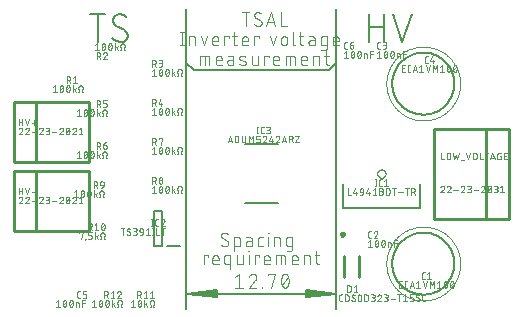
<source format=gbr>
G04 EAGLE Gerber RS-274X export*
G75*
%MOMM*%
%FSLAX34Y34*%
%LPD*%
%INSilkscreen Top*%
%IPPOS*%
%AMOC8*
5,1,8,0,0,1.08239X$1,22.5*%
G01*
%ADD10C,0.101600*%
%ADD11C,0.152400*%
%ADD12C,0.130000*%
%ADD13C,0.203200*%
%ADD14C,0.050000*%
%ADD15C,0.200000*%
%ADD16C,0.050800*%
%ADD17C,0.254000*%
%ADD18C,0.250000*%


D10*
X197951Y90678D02*
X198050Y90680D01*
X198150Y90686D01*
X198249Y90695D01*
X198347Y90708D01*
X198445Y90725D01*
X198543Y90746D01*
X198639Y90771D01*
X198734Y90799D01*
X198828Y90831D01*
X198921Y90866D01*
X199013Y90905D01*
X199103Y90948D01*
X199191Y90993D01*
X199278Y91043D01*
X199362Y91095D01*
X199445Y91151D01*
X199525Y91209D01*
X199603Y91271D01*
X199678Y91336D01*
X199751Y91404D01*
X199821Y91474D01*
X199889Y91547D01*
X199954Y91622D01*
X200016Y91700D01*
X200074Y91780D01*
X200130Y91863D01*
X200182Y91947D01*
X200232Y92034D01*
X200277Y92122D01*
X200320Y92212D01*
X200359Y92304D01*
X200394Y92397D01*
X200426Y92491D01*
X200454Y92586D01*
X200479Y92682D01*
X200500Y92780D01*
X200517Y92878D01*
X200530Y92976D01*
X200539Y93075D01*
X200545Y93175D01*
X200547Y93274D01*
X197951Y90678D02*
X197807Y90680D01*
X197662Y90686D01*
X197518Y90695D01*
X197375Y90708D01*
X197231Y90725D01*
X197088Y90746D01*
X196946Y90771D01*
X196805Y90799D01*
X196664Y90831D01*
X196524Y90867D01*
X196385Y90906D01*
X196247Y90949D01*
X196111Y90996D01*
X195975Y91046D01*
X195841Y91100D01*
X195709Y91157D01*
X195578Y91218D01*
X195449Y91282D01*
X195321Y91350D01*
X195195Y91420D01*
X195071Y91495D01*
X194950Y91572D01*
X194830Y91653D01*
X194712Y91736D01*
X194597Y91823D01*
X194484Y91913D01*
X194373Y92006D01*
X194265Y92101D01*
X194159Y92200D01*
X194056Y92301D01*
X194381Y99766D02*
X194383Y99865D01*
X194389Y99965D01*
X194398Y100064D01*
X194411Y100162D01*
X194428Y100260D01*
X194449Y100358D01*
X194474Y100454D01*
X194502Y100549D01*
X194534Y100643D01*
X194569Y100736D01*
X194608Y100828D01*
X194651Y100918D01*
X194696Y101006D01*
X194746Y101093D01*
X194798Y101177D01*
X194854Y101260D01*
X194912Y101340D01*
X194974Y101418D01*
X195039Y101493D01*
X195107Y101566D01*
X195177Y101636D01*
X195250Y101704D01*
X195325Y101769D01*
X195403Y101831D01*
X195483Y101889D01*
X195566Y101945D01*
X195650Y101997D01*
X195737Y102047D01*
X195825Y102092D01*
X195915Y102135D01*
X196007Y102174D01*
X196100Y102209D01*
X196194Y102241D01*
X196289Y102269D01*
X196386Y102294D01*
X196483Y102315D01*
X196581Y102332D01*
X196679Y102345D01*
X196778Y102354D01*
X196878Y102360D01*
X196977Y102362D01*
X197113Y102360D01*
X197249Y102354D01*
X197385Y102345D01*
X197521Y102332D01*
X197656Y102314D01*
X197790Y102294D01*
X197924Y102269D01*
X198058Y102241D01*
X198190Y102208D01*
X198321Y102173D01*
X198452Y102133D01*
X198581Y102090D01*
X198709Y102044D01*
X198835Y101993D01*
X198961Y101940D01*
X199084Y101882D01*
X199206Y101822D01*
X199326Y101758D01*
X199445Y101690D01*
X199561Y101620D01*
X199675Y101546D01*
X199788Y101469D01*
X199898Y101388D01*
X195679Y97494D02*
X195593Y97547D01*
X195509Y97604D01*
X195427Y97663D01*
X195347Y97726D01*
X195270Y97792D01*
X195195Y97860D01*
X195123Y97932D01*
X195054Y98006D01*
X194988Y98083D01*
X194925Y98162D01*
X194865Y98244D01*
X194808Y98328D01*
X194754Y98414D01*
X194704Y98502D01*
X194657Y98592D01*
X194613Y98683D01*
X194574Y98777D01*
X194537Y98871D01*
X194505Y98967D01*
X194476Y99065D01*
X194451Y99163D01*
X194430Y99262D01*
X194412Y99362D01*
X194399Y99462D01*
X194389Y99563D01*
X194383Y99665D01*
X194381Y99766D01*
X199249Y95546D02*
X199335Y95493D01*
X199419Y95436D01*
X199501Y95377D01*
X199581Y95314D01*
X199658Y95248D01*
X199733Y95180D01*
X199805Y95108D01*
X199874Y95034D01*
X199940Y94957D01*
X200003Y94878D01*
X200063Y94796D01*
X200120Y94712D01*
X200174Y94626D01*
X200224Y94538D01*
X200271Y94448D01*
X200315Y94357D01*
X200354Y94263D01*
X200391Y94169D01*
X200423Y94073D01*
X200452Y93975D01*
X200477Y93877D01*
X200498Y93778D01*
X200516Y93678D01*
X200529Y93578D01*
X200539Y93477D01*
X200545Y93375D01*
X200547Y93274D01*
X199249Y95546D02*
X195679Y97494D01*
X205432Y98467D02*
X205432Y86783D01*
X205432Y98467D02*
X208678Y98467D01*
X208765Y98465D01*
X208853Y98459D01*
X208939Y98449D01*
X209026Y98436D01*
X209111Y98418D01*
X209196Y98397D01*
X209280Y98372D01*
X209362Y98343D01*
X209443Y98310D01*
X209523Y98274D01*
X209601Y98235D01*
X209677Y98191D01*
X209751Y98145D01*
X209822Y98095D01*
X209892Y98042D01*
X209959Y97986D01*
X210023Y97927D01*
X210085Y97866D01*
X210144Y97801D01*
X210200Y97734D01*
X210253Y97664D01*
X210303Y97593D01*
X210349Y97519D01*
X210393Y97443D01*
X210432Y97365D01*
X210468Y97285D01*
X210501Y97204D01*
X210530Y97122D01*
X210555Y97038D01*
X210576Y96953D01*
X210594Y96868D01*
X210607Y96781D01*
X210617Y96695D01*
X210623Y96607D01*
X210625Y96520D01*
X210625Y92625D01*
X210623Y92538D01*
X210617Y92450D01*
X210607Y92364D01*
X210594Y92277D01*
X210576Y92192D01*
X210555Y92107D01*
X210530Y92023D01*
X210501Y91941D01*
X210468Y91860D01*
X210432Y91780D01*
X210393Y91702D01*
X210349Y91626D01*
X210303Y91552D01*
X210253Y91481D01*
X210200Y91411D01*
X210144Y91344D01*
X210085Y91280D01*
X210023Y91218D01*
X209959Y91159D01*
X209892Y91103D01*
X209822Y91050D01*
X209751Y91000D01*
X209677Y90954D01*
X209601Y90910D01*
X209523Y90871D01*
X209443Y90835D01*
X209362Y90802D01*
X209280Y90773D01*
X209196Y90748D01*
X209111Y90727D01*
X209026Y90709D01*
X208939Y90696D01*
X208853Y90686D01*
X208765Y90680D01*
X208678Y90678D01*
X205432Y90678D01*
X217492Y95222D02*
X220413Y95222D01*
X217492Y95222D02*
X217398Y95220D01*
X217304Y95214D01*
X217211Y95205D01*
X217118Y95191D01*
X217026Y95174D01*
X216934Y95152D01*
X216844Y95128D01*
X216754Y95099D01*
X216666Y95067D01*
X216579Y95031D01*
X216494Y94991D01*
X216411Y94948D01*
X216329Y94902D01*
X216249Y94852D01*
X216172Y94799D01*
X216097Y94743D01*
X216024Y94684D01*
X215953Y94622D01*
X215885Y94557D01*
X215820Y94489D01*
X215758Y94418D01*
X215699Y94345D01*
X215643Y94270D01*
X215590Y94193D01*
X215540Y94113D01*
X215494Y94031D01*
X215451Y93948D01*
X215411Y93863D01*
X215375Y93776D01*
X215343Y93688D01*
X215314Y93598D01*
X215290Y93508D01*
X215268Y93416D01*
X215251Y93324D01*
X215237Y93231D01*
X215228Y93138D01*
X215222Y93044D01*
X215220Y92950D01*
X215222Y92856D01*
X215228Y92762D01*
X215237Y92669D01*
X215251Y92576D01*
X215268Y92484D01*
X215290Y92392D01*
X215314Y92302D01*
X215343Y92212D01*
X215375Y92124D01*
X215411Y92037D01*
X215451Y91952D01*
X215494Y91869D01*
X215540Y91787D01*
X215590Y91707D01*
X215643Y91630D01*
X215699Y91555D01*
X215758Y91482D01*
X215820Y91411D01*
X215885Y91343D01*
X215953Y91278D01*
X216024Y91216D01*
X216097Y91157D01*
X216172Y91101D01*
X216249Y91048D01*
X216329Y90998D01*
X216411Y90952D01*
X216494Y90909D01*
X216579Y90869D01*
X216666Y90833D01*
X216754Y90801D01*
X216844Y90772D01*
X216934Y90748D01*
X217026Y90726D01*
X217118Y90709D01*
X217211Y90695D01*
X217304Y90686D01*
X217398Y90680D01*
X217492Y90678D01*
X220413Y90678D01*
X220413Y96520D01*
X220411Y96607D01*
X220405Y96695D01*
X220395Y96781D01*
X220382Y96868D01*
X220364Y96953D01*
X220343Y97038D01*
X220318Y97122D01*
X220289Y97204D01*
X220256Y97285D01*
X220220Y97365D01*
X220181Y97443D01*
X220137Y97519D01*
X220091Y97593D01*
X220041Y97664D01*
X219988Y97734D01*
X219932Y97801D01*
X219873Y97865D01*
X219811Y97927D01*
X219747Y97986D01*
X219680Y98042D01*
X219610Y98095D01*
X219539Y98145D01*
X219465Y98191D01*
X219389Y98235D01*
X219311Y98274D01*
X219231Y98310D01*
X219150Y98343D01*
X219068Y98372D01*
X218984Y98397D01*
X218899Y98418D01*
X218814Y98436D01*
X218727Y98449D01*
X218641Y98459D01*
X218553Y98465D01*
X218466Y98467D01*
X215869Y98467D01*
X227527Y90678D02*
X230123Y90678D01*
X227527Y90678D02*
X227440Y90680D01*
X227352Y90686D01*
X227266Y90696D01*
X227179Y90709D01*
X227094Y90727D01*
X227009Y90748D01*
X226925Y90773D01*
X226843Y90802D01*
X226762Y90835D01*
X226682Y90871D01*
X226604Y90910D01*
X226528Y90954D01*
X226454Y91000D01*
X226383Y91050D01*
X226313Y91103D01*
X226246Y91159D01*
X226182Y91218D01*
X226120Y91280D01*
X226061Y91344D01*
X226005Y91411D01*
X225952Y91481D01*
X225902Y91552D01*
X225856Y91626D01*
X225812Y91702D01*
X225773Y91780D01*
X225737Y91860D01*
X225704Y91941D01*
X225675Y92023D01*
X225650Y92107D01*
X225629Y92192D01*
X225611Y92277D01*
X225598Y92364D01*
X225588Y92450D01*
X225582Y92538D01*
X225580Y92625D01*
X225579Y92625D02*
X225579Y96520D01*
X225580Y96520D02*
X225582Y96607D01*
X225588Y96695D01*
X225598Y96781D01*
X225611Y96868D01*
X225629Y96953D01*
X225650Y97038D01*
X225675Y97122D01*
X225704Y97204D01*
X225737Y97285D01*
X225773Y97365D01*
X225812Y97443D01*
X225856Y97519D01*
X225902Y97593D01*
X225952Y97664D01*
X226005Y97734D01*
X226061Y97801D01*
X226120Y97865D01*
X226182Y97927D01*
X226246Y97986D01*
X226313Y98042D01*
X226383Y98095D01*
X226454Y98145D01*
X226528Y98191D01*
X226604Y98235D01*
X226682Y98274D01*
X226762Y98310D01*
X226843Y98343D01*
X226925Y98372D01*
X227009Y98397D01*
X227094Y98418D01*
X227179Y98436D01*
X227266Y98449D01*
X227352Y98459D01*
X227440Y98465D01*
X227527Y98467D01*
X230123Y98467D01*
X234259Y98467D02*
X234259Y90678D01*
X233934Y101713D02*
X233934Y102362D01*
X234583Y102362D01*
X234583Y101713D01*
X233934Y101713D01*
X239282Y98467D02*
X239282Y90678D01*
X239282Y98467D02*
X242528Y98467D01*
X242615Y98465D01*
X242703Y98459D01*
X242789Y98449D01*
X242876Y98436D01*
X242961Y98418D01*
X243046Y98397D01*
X243130Y98372D01*
X243212Y98343D01*
X243293Y98310D01*
X243373Y98274D01*
X243451Y98235D01*
X243527Y98191D01*
X243601Y98145D01*
X243672Y98095D01*
X243742Y98042D01*
X243809Y97986D01*
X243873Y97927D01*
X243935Y97866D01*
X243994Y97801D01*
X244050Y97734D01*
X244103Y97664D01*
X244153Y97593D01*
X244199Y97519D01*
X244243Y97443D01*
X244282Y97365D01*
X244318Y97285D01*
X244351Y97204D01*
X244380Y97122D01*
X244405Y97038D01*
X244426Y96953D01*
X244444Y96868D01*
X244457Y96781D01*
X244467Y96695D01*
X244473Y96607D01*
X244475Y96520D01*
X244475Y90678D01*
X251457Y90678D02*
X254703Y90678D01*
X251457Y90678D02*
X251370Y90680D01*
X251282Y90686D01*
X251196Y90696D01*
X251109Y90709D01*
X251024Y90727D01*
X250939Y90748D01*
X250855Y90773D01*
X250773Y90802D01*
X250692Y90835D01*
X250612Y90871D01*
X250534Y90910D01*
X250458Y90954D01*
X250384Y91000D01*
X250313Y91050D01*
X250243Y91103D01*
X250176Y91159D01*
X250112Y91218D01*
X250050Y91280D01*
X249991Y91344D01*
X249935Y91411D01*
X249882Y91481D01*
X249832Y91552D01*
X249786Y91626D01*
X249742Y91702D01*
X249703Y91780D01*
X249667Y91860D01*
X249634Y91941D01*
X249605Y92023D01*
X249580Y92107D01*
X249559Y92192D01*
X249541Y92277D01*
X249528Y92364D01*
X249518Y92450D01*
X249512Y92538D01*
X249510Y92625D01*
X249510Y96520D01*
X249512Y96607D01*
X249518Y96695D01*
X249528Y96781D01*
X249541Y96868D01*
X249559Y96953D01*
X249580Y97038D01*
X249605Y97122D01*
X249634Y97204D01*
X249667Y97285D01*
X249703Y97365D01*
X249742Y97443D01*
X249786Y97519D01*
X249832Y97593D01*
X249882Y97664D01*
X249935Y97734D01*
X249991Y97801D01*
X250050Y97865D01*
X250112Y97927D01*
X250176Y97986D01*
X250243Y98042D01*
X250313Y98095D01*
X250384Y98145D01*
X250458Y98191D01*
X250534Y98235D01*
X250612Y98274D01*
X250692Y98310D01*
X250773Y98343D01*
X250855Y98372D01*
X250939Y98397D01*
X251024Y98418D01*
X251109Y98436D01*
X251196Y98449D01*
X251282Y98459D01*
X251370Y98465D01*
X251457Y98467D01*
X254703Y98467D01*
X254703Y88731D01*
X254701Y88644D01*
X254695Y88556D01*
X254685Y88470D01*
X254672Y88383D01*
X254654Y88298D01*
X254633Y88213D01*
X254608Y88129D01*
X254579Y88047D01*
X254546Y87966D01*
X254510Y87886D01*
X254471Y87808D01*
X254427Y87732D01*
X254381Y87658D01*
X254331Y87587D01*
X254278Y87517D01*
X254222Y87450D01*
X254163Y87386D01*
X254102Y87324D01*
X254037Y87265D01*
X253970Y87209D01*
X253900Y87156D01*
X253829Y87106D01*
X253755Y87060D01*
X253679Y87016D01*
X253601Y86977D01*
X253521Y86941D01*
X253440Y86908D01*
X253358Y86879D01*
X253274Y86854D01*
X253189Y86833D01*
X253104Y86815D01*
X253017Y86802D01*
X252931Y86792D01*
X252843Y86786D01*
X252756Y86784D01*
X252756Y86783D02*
X250159Y86783D01*
X179545Y83227D02*
X179545Y75438D01*
X179545Y83227D02*
X183439Y83227D01*
X183439Y81929D01*
X189045Y75438D02*
X192291Y75438D01*
X189045Y75438D02*
X188958Y75440D01*
X188870Y75446D01*
X188784Y75456D01*
X188697Y75469D01*
X188612Y75487D01*
X188527Y75508D01*
X188443Y75533D01*
X188361Y75562D01*
X188280Y75595D01*
X188200Y75631D01*
X188122Y75670D01*
X188046Y75714D01*
X187972Y75760D01*
X187901Y75810D01*
X187831Y75863D01*
X187764Y75919D01*
X187700Y75978D01*
X187638Y76040D01*
X187579Y76104D01*
X187523Y76171D01*
X187470Y76241D01*
X187420Y76312D01*
X187374Y76386D01*
X187330Y76462D01*
X187291Y76540D01*
X187255Y76620D01*
X187222Y76701D01*
X187193Y76783D01*
X187168Y76867D01*
X187147Y76952D01*
X187129Y77037D01*
X187116Y77124D01*
X187106Y77210D01*
X187100Y77298D01*
X187098Y77385D01*
X187098Y80631D01*
X187099Y80631D02*
X187101Y80732D01*
X187107Y80832D01*
X187117Y80932D01*
X187130Y81032D01*
X187148Y81131D01*
X187169Y81230D01*
X187194Y81327D01*
X187223Y81424D01*
X187256Y81519D01*
X187292Y81613D01*
X187332Y81705D01*
X187375Y81796D01*
X187422Y81885D01*
X187472Y81972D01*
X187526Y82058D01*
X187583Y82141D01*
X187643Y82221D01*
X187706Y82300D01*
X187773Y82376D01*
X187842Y82449D01*
X187914Y82519D01*
X187988Y82587D01*
X188065Y82652D01*
X188145Y82713D01*
X188227Y82772D01*
X188311Y82827D01*
X188397Y82879D01*
X188485Y82928D01*
X188575Y82973D01*
X188667Y83015D01*
X188760Y83053D01*
X188855Y83087D01*
X188950Y83118D01*
X189047Y83145D01*
X189145Y83168D01*
X189244Y83188D01*
X189344Y83203D01*
X189444Y83215D01*
X189544Y83223D01*
X189645Y83227D01*
X189745Y83227D01*
X189846Y83223D01*
X189946Y83215D01*
X190046Y83203D01*
X190146Y83188D01*
X190245Y83168D01*
X190343Y83145D01*
X190440Y83118D01*
X190535Y83087D01*
X190630Y83053D01*
X190723Y83015D01*
X190815Y82973D01*
X190905Y82928D01*
X190993Y82879D01*
X191079Y82827D01*
X191163Y82772D01*
X191245Y82713D01*
X191325Y82652D01*
X191402Y82587D01*
X191476Y82519D01*
X191548Y82449D01*
X191617Y82376D01*
X191684Y82300D01*
X191747Y82221D01*
X191807Y82141D01*
X191864Y82058D01*
X191918Y81972D01*
X191968Y81885D01*
X192015Y81796D01*
X192058Y81705D01*
X192098Y81613D01*
X192134Y81519D01*
X192167Y81424D01*
X192196Y81327D01*
X192221Y81230D01*
X192242Y81131D01*
X192260Y81032D01*
X192273Y80932D01*
X192283Y80832D01*
X192289Y80732D01*
X192291Y80631D01*
X192291Y79333D01*
X187098Y79333D01*
X202138Y83227D02*
X202138Y71543D01*
X202138Y83227D02*
X198893Y83227D01*
X198806Y83225D01*
X198718Y83219D01*
X198632Y83209D01*
X198545Y83196D01*
X198460Y83178D01*
X198375Y83157D01*
X198291Y83132D01*
X198209Y83103D01*
X198128Y83070D01*
X198048Y83034D01*
X197970Y82995D01*
X197894Y82951D01*
X197820Y82905D01*
X197749Y82855D01*
X197679Y82802D01*
X197612Y82746D01*
X197548Y82687D01*
X197486Y82625D01*
X197427Y82561D01*
X197371Y82494D01*
X197318Y82424D01*
X197268Y82353D01*
X197222Y82279D01*
X197178Y82203D01*
X197139Y82125D01*
X197103Y82045D01*
X197070Y81964D01*
X197041Y81882D01*
X197016Y81798D01*
X196995Y81713D01*
X196977Y81628D01*
X196964Y81541D01*
X196954Y81455D01*
X196948Y81367D01*
X196946Y81280D01*
X196945Y81280D02*
X196945Y77385D01*
X196946Y77385D02*
X196948Y77298D01*
X196954Y77210D01*
X196964Y77124D01*
X196977Y77037D01*
X196995Y76952D01*
X197016Y76867D01*
X197041Y76783D01*
X197070Y76701D01*
X197103Y76620D01*
X197139Y76540D01*
X197178Y76462D01*
X197222Y76386D01*
X197268Y76312D01*
X197318Y76241D01*
X197371Y76171D01*
X197427Y76104D01*
X197486Y76040D01*
X197548Y75978D01*
X197612Y75919D01*
X197679Y75863D01*
X197749Y75810D01*
X197820Y75760D01*
X197894Y75714D01*
X197970Y75670D01*
X198048Y75631D01*
X198128Y75595D01*
X198209Y75562D01*
X198291Y75533D01*
X198375Y75508D01*
X198460Y75487D01*
X198545Y75469D01*
X198632Y75456D01*
X198718Y75446D01*
X198806Y75440D01*
X198893Y75438D01*
X202138Y75438D01*
X207672Y77385D02*
X207672Y83227D01*
X207672Y77385D02*
X207674Y77298D01*
X207680Y77210D01*
X207690Y77124D01*
X207703Y77037D01*
X207721Y76952D01*
X207742Y76867D01*
X207767Y76783D01*
X207796Y76701D01*
X207829Y76620D01*
X207865Y76540D01*
X207904Y76462D01*
X207948Y76386D01*
X207994Y76312D01*
X208044Y76241D01*
X208097Y76171D01*
X208153Y76104D01*
X208212Y76040D01*
X208274Y75978D01*
X208338Y75919D01*
X208405Y75863D01*
X208475Y75810D01*
X208546Y75760D01*
X208620Y75714D01*
X208696Y75670D01*
X208774Y75631D01*
X208854Y75595D01*
X208935Y75562D01*
X209017Y75533D01*
X209101Y75508D01*
X209186Y75487D01*
X209271Y75469D01*
X209358Y75456D01*
X209444Y75446D01*
X209532Y75440D01*
X209619Y75438D01*
X212865Y75438D01*
X212865Y83227D01*
X217889Y83227D02*
X217889Y75438D01*
X217564Y86473D02*
X217564Y87122D01*
X218213Y87122D01*
X218213Y86473D01*
X217564Y86473D01*
X222979Y83227D02*
X222979Y75438D01*
X222979Y83227D02*
X226873Y83227D01*
X226873Y81929D01*
X232479Y75438D02*
X235725Y75438D01*
X232479Y75438D02*
X232392Y75440D01*
X232304Y75446D01*
X232218Y75456D01*
X232131Y75469D01*
X232046Y75487D01*
X231961Y75508D01*
X231877Y75533D01*
X231795Y75562D01*
X231714Y75595D01*
X231634Y75631D01*
X231556Y75670D01*
X231480Y75714D01*
X231406Y75760D01*
X231335Y75810D01*
X231265Y75863D01*
X231198Y75919D01*
X231134Y75978D01*
X231072Y76040D01*
X231013Y76104D01*
X230957Y76171D01*
X230904Y76241D01*
X230854Y76312D01*
X230808Y76386D01*
X230764Y76462D01*
X230725Y76540D01*
X230689Y76620D01*
X230656Y76701D01*
X230627Y76783D01*
X230602Y76867D01*
X230581Y76952D01*
X230563Y77037D01*
X230550Y77124D01*
X230540Y77210D01*
X230534Y77298D01*
X230532Y77385D01*
X230532Y80631D01*
X230533Y80631D02*
X230535Y80732D01*
X230541Y80832D01*
X230551Y80932D01*
X230564Y81032D01*
X230582Y81131D01*
X230603Y81230D01*
X230628Y81327D01*
X230657Y81424D01*
X230690Y81519D01*
X230726Y81613D01*
X230766Y81705D01*
X230809Y81796D01*
X230856Y81885D01*
X230906Y81972D01*
X230960Y82058D01*
X231017Y82141D01*
X231077Y82221D01*
X231140Y82300D01*
X231207Y82376D01*
X231276Y82449D01*
X231348Y82519D01*
X231422Y82587D01*
X231499Y82652D01*
X231579Y82713D01*
X231661Y82772D01*
X231745Y82827D01*
X231831Y82879D01*
X231919Y82928D01*
X232009Y82973D01*
X232101Y83015D01*
X232194Y83053D01*
X232289Y83087D01*
X232384Y83118D01*
X232481Y83145D01*
X232579Y83168D01*
X232678Y83188D01*
X232778Y83203D01*
X232878Y83215D01*
X232978Y83223D01*
X233079Y83227D01*
X233179Y83227D01*
X233280Y83223D01*
X233380Y83215D01*
X233480Y83203D01*
X233580Y83188D01*
X233679Y83168D01*
X233777Y83145D01*
X233874Y83118D01*
X233969Y83087D01*
X234064Y83053D01*
X234157Y83015D01*
X234249Y82973D01*
X234339Y82928D01*
X234427Y82879D01*
X234513Y82827D01*
X234597Y82772D01*
X234679Y82713D01*
X234759Y82652D01*
X234836Y82587D01*
X234910Y82519D01*
X234982Y82449D01*
X235051Y82376D01*
X235118Y82300D01*
X235181Y82221D01*
X235241Y82141D01*
X235298Y82058D01*
X235352Y81972D01*
X235402Y81885D01*
X235449Y81796D01*
X235492Y81705D01*
X235532Y81613D01*
X235568Y81519D01*
X235601Y81424D01*
X235630Y81327D01*
X235655Y81230D01*
X235676Y81131D01*
X235694Y81032D01*
X235707Y80932D01*
X235717Y80832D01*
X235723Y80732D01*
X235725Y80631D01*
X235725Y79333D01*
X230532Y79333D01*
X241045Y83227D02*
X241045Y75438D01*
X241045Y83227D02*
X246887Y83227D01*
X246974Y83225D01*
X247062Y83219D01*
X247148Y83209D01*
X247235Y83196D01*
X247320Y83178D01*
X247405Y83157D01*
X247489Y83132D01*
X247571Y83103D01*
X247652Y83070D01*
X247732Y83034D01*
X247810Y82995D01*
X247886Y82951D01*
X247960Y82905D01*
X248031Y82855D01*
X248101Y82802D01*
X248168Y82746D01*
X248232Y82687D01*
X248294Y82625D01*
X248353Y82561D01*
X248409Y82494D01*
X248462Y82424D01*
X248512Y82353D01*
X248558Y82279D01*
X248602Y82203D01*
X248641Y82125D01*
X248677Y82045D01*
X248710Y81964D01*
X248739Y81882D01*
X248764Y81798D01*
X248785Y81713D01*
X248803Y81628D01*
X248816Y81541D01*
X248826Y81455D01*
X248832Y81367D01*
X248834Y81280D01*
X248834Y75438D01*
X244940Y75438D02*
X244940Y83227D01*
X256101Y75438D02*
X259347Y75438D01*
X256101Y75438D02*
X256014Y75440D01*
X255926Y75446D01*
X255840Y75456D01*
X255753Y75469D01*
X255668Y75487D01*
X255583Y75508D01*
X255499Y75533D01*
X255417Y75562D01*
X255336Y75595D01*
X255256Y75631D01*
X255178Y75670D01*
X255102Y75714D01*
X255028Y75760D01*
X254957Y75810D01*
X254887Y75863D01*
X254820Y75919D01*
X254756Y75978D01*
X254694Y76040D01*
X254635Y76104D01*
X254579Y76171D01*
X254526Y76241D01*
X254476Y76312D01*
X254430Y76386D01*
X254386Y76462D01*
X254347Y76540D01*
X254311Y76620D01*
X254278Y76701D01*
X254249Y76783D01*
X254224Y76867D01*
X254203Y76952D01*
X254185Y77037D01*
X254172Y77124D01*
X254162Y77210D01*
X254156Y77298D01*
X254154Y77385D01*
X254154Y80631D01*
X254155Y80631D02*
X254157Y80732D01*
X254163Y80832D01*
X254173Y80932D01*
X254186Y81032D01*
X254204Y81131D01*
X254225Y81230D01*
X254250Y81327D01*
X254279Y81424D01*
X254312Y81519D01*
X254348Y81613D01*
X254388Y81705D01*
X254431Y81796D01*
X254478Y81885D01*
X254528Y81972D01*
X254582Y82058D01*
X254639Y82141D01*
X254699Y82221D01*
X254762Y82300D01*
X254829Y82376D01*
X254898Y82449D01*
X254970Y82519D01*
X255044Y82587D01*
X255121Y82652D01*
X255201Y82713D01*
X255283Y82772D01*
X255367Y82827D01*
X255453Y82879D01*
X255541Y82928D01*
X255631Y82973D01*
X255723Y83015D01*
X255816Y83053D01*
X255911Y83087D01*
X256006Y83118D01*
X256103Y83145D01*
X256201Y83168D01*
X256300Y83188D01*
X256400Y83203D01*
X256500Y83215D01*
X256600Y83223D01*
X256701Y83227D01*
X256801Y83227D01*
X256902Y83223D01*
X257002Y83215D01*
X257102Y83203D01*
X257202Y83188D01*
X257301Y83168D01*
X257399Y83145D01*
X257496Y83118D01*
X257591Y83087D01*
X257686Y83053D01*
X257779Y83015D01*
X257871Y82973D01*
X257961Y82928D01*
X258049Y82879D01*
X258135Y82827D01*
X258219Y82772D01*
X258301Y82713D01*
X258381Y82652D01*
X258458Y82587D01*
X258532Y82519D01*
X258604Y82449D01*
X258673Y82376D01*
X258740Y82300D01*
X258803Y82221D01*
X258863Y82141D01*
X258920Y82058D01*
X258974Y81972D01*
X259024Y81885D01*
X259071Y81796D01*
X259114Y81705D01*
X259154Y81613D01*
X259190Y81519D01*
X259223Y81424D01*
X259252Y81327D01*
X259277Y81230D01*
X259298Y81131D01*
X259316Y81032D01*
X259329Y80932D01*
X259339Y80832D01*
X259345Y80732D01*
X259347Y80631D01*
X259347Y79333D01*
X254154Y79333D01*
X264441Y75438D02*
X264441Y83227D01*
X267687Y83227D01*
X267774Y83225D01*
X267862Y83219D01*
X267948Y83209D01*
X268035Y83196D01*
X268120Y83178D01*
X268205Y83157D01*
X268289Y83132D01*
X268371Y83103D01*
X268452Y83070D01*
X268532Y83034D01*
X268610Y82995D01*
X268686Y82951D01*
X268760Y82905D01*
X268831Y82855D01*
X268901Y82802D01*
X268968Y82746D01*
X269032Y82687D01*
X269094Y82626D01*
X269153Y82561D01*
X269209Y82494D01*
X269262Y82424D01*
X269312Y82353D01*
X269358Y82279D01*
X269402Y82203D01*
X269441Y82125D01*
X269477Y82045D01*
X269510Y81964D01*
X269539Y81882D01*
X269564Y81798D01*
X269585Y81713D01*
X269603Y81628D01*
X269616Y81541D01*
X269626Y81455D01*
X269632Y81367D01*
X269634Y81280D01*
X269634Y75438D01*
X273761Y83227D02*
X277655Y83227D01*
X275059Y87122D02*
X275059Y77385D01*
X275061Y77298D01*
X275067Y77210D01*
X275077Y77124D01*
X275090Y77037D01*
X275108Y76952D01*
X275129Y76867D01*
X275154Y76783D01*
X275183Y76701D01*
X275216Y76620D01*
X275252Y76540D01*
X275291Y76462D01*
X275335Y76386D01*
X275381Y76312D01*
X275431Y76241D01*
X275484Y76171D01*
X275540Y76104D01*
X275599Y76040D01*
X275661Y75978D01*
X275725Y75919D01*
X275792Y75863D01*
X275862Y75810D01*
X275933Y75760D01*
X276007Y75714D01*
X276083Y75670D01*
X276161Y75631D01*
X276241Y75595D01*
X276322Y75562D01*
X276404Y75533D01*
X276488Y75508D01*
X276573Y75487D01*
X276658Y75469D01*
X276745Y75456D01*
X276831Y75446D01*
X276919Y75440D01*
X277006Y75438D01*
X277655Y75438D01*
X215204Y277368D02*
X215204Y289052D01*
X211959Y289052D02*
X218450Y289052D01*
X228736Y279964D02*
X228734Y279865D01*
X228728Y279765D01*
X228719Y279666D01*
X228706Y279568D01*
X228689Y279470D01*
X228668Y279372D01*
X228643Y279276D01*
X228615Y279181D01*
X228583Y279087D01*
X228548Y278994D01*
X228509Y278902D01*
X228466Y278812D01*
X228421Y278724D01*
X228371Y278637D01*
X228319Y278553D01*
X228263Y278470D01*
X228205Y278390D01*
X228143Y278312D01*
X228078Y278237D01*
X228010Y278164D01*
X227940Y278094D01*
X227867Y278026D01*
X227792Y277961D01*
X227714Y277899D01*
X227634Y277841D01*
X227551Y277785D01*
X227467Y277733D01*
X227380Y277683D01*
X227292Y277638D01*
X227202Y277595D01*
X227110Y277556D01*
X227017Y277521D01*
X226923Y277489D01*
X226828Y277461D01*
X226732Y277436D01*
X226634Y277415D01*
X226536Y277398D01*
X226438Y277385D01*
X226339Y277376D01*
X226239Y277370D01*
X226140Y277368D01*
X225996Y277370D01*
X225851Y277376D01*
X225707Y277385D01*
X225564Y277398D01*
X225420Y277415D01*
X225277Y277436D01*
X225135Y277461D01*
X224994Y277489D01*
X224853Y277521D01*
X224713Y277557D01*
X224574Y277596D01*
X224436Y277639D01*
X224300Y277686D01*
X224164Y277736D01*
X224030Y277790D01*
X223898Y277847D01*
X223767Y277908D01*
X223638Y277972D01*
X223510Y278040D01*
X223384Y278110D01*
X223260Y278185D01*
X223139Y278262D01*
X223019Y278343D01*
X222901Y278426D01*
X222786Y278513D01*
X222673Y278603D01*
X222562Y278696D01*
X222454Y278791D01*
X222348Y278890D01*
X222245Y278991D01*
X222571Y286456D02*
X222573Y286555D01*
X222579Y286655D01*
X222588Y286754D01*
X222601Y286852D01*
X222618Y286950D01*
X222639Y287048D01*
X222664Y287144D01*
X222692Y287239D01*
X222724Y287333D01*
X222759Y287426D01*
X222798Y287518D01*
X222841Y287608D01*
X222886Y287696D01*
X222936Y287783D01*
X222988Y287867D01*
X223044Y287950D01*
X223102Y288030D01*
X223164Y288108D01*
X223229Y288183D01*
X223297Y288256D01*
X223367Y288326D01*
X223440Y288394D01*
X223515Y288459D01*
X223593Y288521D01*
X223673Y288579D01*
X223756Y288635D01*
X223840Y288687D01*
X223927Y288737D01*
X224015Y288782D01*
X224105Y288825D01*
X224197Y288864D01*
X224290Y288899D01*
X224384Y288931D01*
X224479Y288959D01*
X224576Y288984D01*
X224673Y289005D01*
X224771Y289022D01*
X224869Y289035D01*
X224968Y289044D01*
X225068Y289050D01*
X225167Y289052D01*
X225303Y289050D01*
X225439Y289044D01*
X225575Y289035D01*
X225711Y289022D01*
X225846Y289004D01*
X225980Y288984D01*
X226114Y288959D01*
X226248Y288931D01*
X226380Y288898D01*
X226511Y288863D01*
X226642Y288823D01*
X226771Y288780D01*
X226899Y288734D01*
X227025Y288683D01*
X227151Y288630D01*
X227274Y288572D01*
X227396Y288512D01*
X227516Y288448D01*
X227635Y288380D01*
X227751Y288310D01*
X227865Y288236D01*
X227978Y288159D01*
X228088Y288078D01*
X223868Y284184D02*
X223782Y284237D01*
X223698Y284294D01*
X223616Y284353D01*
X223536Y284416D01*
X223459Y284482D01*
X223384Y284550D01*
X223312Y284622D01*
X223243Y284696D01*
X223177Y284773D01*
X223114Y284852D01*
X223054Y284934D01*
X222997Y285018D01*
X222943Y285104D01*
X222893Y285192D01*
X222846Y285282D01*
X222802Y285373D01*
X222763Y285467D01*
X222726Y285561D01*
X222694Y285657D01*
X222665Y285755D01*
X222640Y285853D01*
X222619Y285952D01*
X222601Y286052D01*
X222588Y286152D01*
X222578Y286253D01*
X222572Y286355D01*
X222570Y286456D01*
X227439Y282236D02*
X227525Y282183D01*
X227609Y282126D01*
X227691Y282067D01*
X227771Y282004D01*
X227848Y281938D01*
X227923Y281870D01*
X227995Y281798D01*
X228064Y281724D01*
X228130Y281647D01*
X228193Y281568D01*
X228253Y281486D01*
X228310Y281402D01*
X228364Y281316D01*
X228414Y281228D01*
X228461Y281138D01*
X228505Y281047D01*
X228544Y280953D01*
X228581Y280859D01*
X228613Y280763D01*
X228642Y280665D01*
X228667Y280567D01*
X228688Y280468D01*
X228706Y280368D01*
X228719Y280268D01*
X228729Y280167D01*
X228735Y280065D01*
X228737Y279964D01*
X227439Y282236D02*
X223869Y284184D01*
X232646Y277368D02*
X236540Y289052D01*
X240435Y277368D01*
X239461Y280289D02*
X233619Y280289D01*
X245128Y277368D02*
X245128Y289052D01*
X245128Y277368D02*
X250321Y277368D01*
X161339Y272542D02*
X161339Y260858D01*
X160041Y260858D02*
X162638Y260858D01*
X162638Y272542D02*
X160041Y272542D01*
X167506Y268647D02*
X167506Y260858D01*
X167506Y268647D02*
X170752Y268647D01*
X170839Y268645D01*
X170927Y268639D01*
X171013Y268629D01*
X171100Y268616D01*
X171185Y268598D01*
X171270Y268577D01*
X171354Y268552D01*
X171436Y268523D01*
X171517Y268490D01*
X171597Y268454D01*
X171675Y268415D01*
X171751Y268371D01*
X171825Y268325D01*
X171896Y268275D01*
X171966Y268222D01*
X172033Y268166D01*
X172097Y268107D01*
X172159Y268046D01*
X172218Y267981D01*
X172274Y267914D01*
X172327Y267844D01*
X172377Y267773D01*
X172423Y267699D01*
X172467Y267623D01*
X172506Y267545D01*
X172542Y267465D01*
X172575Y267384D01*
X172604Y267302D01*
X172629Y267218D01*
X172650Y267133D01*
X172668Y267048D01*
X172681Y266961D01*
X172691Y266875D01*
X172697Y266787D01*
X172699Y266700D01*
X172699Y260858D01*
X180008Y260858D02*
X177412Y268647D01*
X182605Y268647D02*
X180008Y260858D01*
X188884Y260858D02*
X192130Y260858D01*
X188884Y260858D02*
X188797Y260860D01*
X188709Y260866D01*
X188623Y260876D01*
X188536Y260889D01*
X188451Y260907D01*
X188366Y260928D01*
X188282Y260953D01*
X188200Y260982D01*
X188119Y261015D01*
X188039Y261051D01*
X187961Y261090D01*
X187885Y261134D01*
X187811Y261180D01*
X187740Y261230D01*
X187670Y261283D01*
X187603Y261339D01*
X187539Y261398D01*
X187477Y261460D01*
X187418Y261524D01*
X187362Y261591D01*
X187309Y261661D01*
X187259Y261732D01*
X187213Y261806D01*
X187169Y261882D01*
X187130Y261960D01*
X187094Y262040D01*
X187061Y262121D01*
X187032Y262203D01*
X187007Y262287D01*
X186986Y262372D01*
X186968Y262457D01*
X186955Y262544D01*
X186945Y262630D01*
X186939Y262718D01*
X186937Y262805D01*
X186937Y266051D01*
X186939Y266152D01*
X186945Y266252D01*
X186955Y266352D01*
X186968Y266452D01*
X186986Y266551D01*
X187007Y266650D01*
X187032Y266747D01*
X187061Y266844D01*
X187094Y266939D01*
X187130Y267033D01*
X187170Y267125D01*
X187213Y267216D01*
X187260Y267305D01*
X187310Y267392D01*
X187364Y267478D01*
X187421Y267561D01*
X187481Y267641D01*
X187544Y267720D01*
X187611Y267796D01*
X187680Y267869D01*
X187752Y267939D01*
X187826Y268007D01*
X187903Y268072D01*
X187983Y268133D01*
X188065Y268192D01*
X188149Y268247D01*
X188235Y268299D01*
X188323Y268348D01*
X188413Y268393D01*
X188505Y268435D01*
X188598Y268473D01*
X188693Y268507D01*
X188788Y268538D01*
X188885Y268565D01*
X188983Y268588D01*
X189082Y268608D01*
X189182Y268623D01*
X189282Y268635D01*
X189382Y268643D01*
X189483Y268647D01*
X189583Y268647D01*
X189684Y268643D01*
X189784Y268635D01*
X189884Y268623D01*
X189984Y268608D01*
X190083Y268588D01*
X190181Y268565D01*
X190278Y268538D01*
X190373Y268507D01*
X190468Y268473D01*
X190561Y268435D01*
X190653Y268393D01*
X190743Y268348D01*
X190831Y268299D01*
X190917Y268247D01*
X191001Y268192D01*
X191083Y268133D01*
X191163Y268072D01*
X191240Y268007D01*
X191314Y267939D01*
X191386Y267869D01*
X191455Y267796D01*
X191522Y267720D01*
X191585Y267641D01*
X191645Y267561D01*
X191702Y267478D01*
X191756Y267392D01*
X191806Y267305D01*
X191853Y267216D01*
X191896Y267125D01*
X191936Y267033D01*
X191972Y266939D01*
X192005Y266844D01*
X192034Y266747D01*
X192059Y266650D01*
X192080Y266551D01*
X192098Y266452D01*
X192111Y266352D01*
X192121Y266252D01*
X192127Y266152D01*
X192129Y266051D01*
X192130Y266051D02*
X192130Y264753D01*
X186937Y264753D01*
X197290Y260858D02*
X197290Y268647D01*
X201185Y268647D01*
X201185Y267349D01*
X203877Y268647D02*
X207771Y268647D01*
X205175Y272542D02*
X205175Y262805D01*
X205177Y262718D01*
X205183Y262630D01*
X205193Y262544D01*
X205206Y262457D01*
X205224Y262372D01*
X205245Y262287D01*
X205270Y262203D01*
X205299Y262121D01*
X205332Y262040D01*
X205368Y261960D01*
X205407Y261882D01*
X205451Y261806D01*
X205497Y261732D01*
X205547Y261661D01*
X205600Y261591D01*
X205656Y261524D01*
X205715Y261460D01*
X205777Y261398D01*
X205841Y261339D01*
X205908Y261283D01*
X205978Y261230D01*
X206049Y261180D01*
X206123Y261134D01*
X206199Y261090D01*
X206277Y261051D01*
X206357Y261015D01*
X206438Y260982D01*
X206520Y260953D01*
X206604Y260928D01*
X206689Y260907D01*
X206774Y260889D01*
X206861Y260876D01*
X206947Y260866D01*
X207035Y260860D01*
X207122Y260858D01*
X207771Y260858D01*
X214030Y260858D02*
X217276Y260858D01*
X214030Y260858D02*
X213943Y260860D01*
X213855Y260866D01*
X213769Y260876D01*
X213682Y260889D01*
X213597Y260907D01*
X213512Y260928D01*
X213428Y260953D01*
X213346Y260982D01*
X213265Y261015D01*
X213185Y261051D01*
X213107Y261090D01*
X213031Y261134D01*
X212957Y261180D01*
X212886Y261230D01*
X212816Y261283D01*
X212749Y261339D01*
X212685Y261398D01*
X212623Y261460D01*
X212564Y261524D01*
X212508Y261591D01*
X212455Y261661D01*
X212405Y261732D01*
X212359Y261806D01*
X212315Y261882D01*
X212276Y261960D01*
X212240Y262040D01*
X212207Y262121D01*
X212178Y262203D01*
X212153Y262287D01*
X212132Y262372D01*
X212114Y262457D01*
X212101Y262544D01*
X212091Y262630D01*
X212085Y262718D01*
X212083Y262805D01*
X212083Y266051D01*
X212085Y266152D01*
X212091Y266252D01*
X212101Y266352D01*
X212114Y266452D01*
X212132Y266551D01*
X212153Y266650D01*
X212178Y266747D01*
X212207Y266844D01*
X212240Y266939D01*
X212276Y267033D01*
X212316Y267125D01*
X212359Y267216D01*
X212406Y267305D01*
X212456Y267392D01*
X212510Y267478D01*
X212567Y267561D01*
X212627Y267641D01*
X212690Y267720D01*
X212757Y267796D01*
X212826Y267869D01*
X212898Y267939D01*
X212972Y268007D01*
X213049Y268072D01*
X213129Y268133D01*
X213211Y268192D01*
X213295Y268247D01*
X213381Y268299D01*
X213469Y268348D01*
X213559Y268393D01*
X213651Y268435D01*
X213744Y268473D01*
X213839Y268507D01*
X213934Y268538D01*
X214031Y268565D01*
X214129Y268588D01*
X214228Y268608D01*
X214328Y268623D01*
X214428Y268635D01*
X214528Y268643D01*
X214629Y268647D01*
X214729Y268647D01*
X214830Y268643D01*
X214930Y268635D01*
X215030Y268623D01*
X215130Y268608D01*
X215229Y268588D01*
X215327Y268565D01*
X215424Y268538D01*
X215519Y268507D01*
X215614Y268473D01*
X215707Y268435D01*
X215799Y268393D01*
X215889Y268348D01*
X215977Y268299D01*
X216063Y268247D01*
X216147Y268192D01*
X216229Y268133D01*
X216309Y268072D01*
X216386Y268007D01*
X216460Y267939D01*
X216532Y267869D01*
X216601Y267796D01*
X216668Y267720D01*
X216731Y267641D01*
X216791Y267561D01*
X216848Y267478D01*
X216902Y267392D01*
X216952Y267305D01*
X216999Y267216D01*
X217042Y267125D01*
X217082Y267033D01*
X217118Y266939D01*
X217151Y266844D01*
X217180Y266747D01*
X217205Y266650D01*
X217226Y266551D01*
X217244Y266452D01*
X217257Y266352D01*
X217267Y266252D01*
X217273Y266152D01*
X217275Y266051D01*
X217276Y266051D02*
X217276Y264753D01*
X212083Y264753D01*
X222436Y260858D02*
X222436Y268647D01*
X226331Y268647D01*
X226331Y267349D01*
X235705Y268647D02*
X238301Y260858D01*
X240898Y268647D01*
X245230Y266051D02*
X245230Y263454D01*
X245230Y266051D02*
X245232Y266152D01*
X245238Y266252D01*
X245248Y266352D01*
X245261Y266452D01*
X245279Y266551D01*
X245300Y266650D01*
X245325Y266747D01*
X245354Y266844D01*
X245387Y266939D01*
X245423Y267033D01*
X245463Y267125D01*
X245506Y267216D01*
X245553Y267305D01*
X245603Y267392D01*
X245657Y267478D01*
X245714Y267561D01*
X245774Y267641D01*
X245837Y267720D01*
X245904Y267796D01*
X245973Y267869D01*
X246045Y267939D01*
X246119Y268007D01*
X246196Y268072D01*
X246276Y268133D01*
X246358Y268192D01*
X246442Y268247D01*
X246528Y268299D01*
X246616Y268348D01*
X246706Y268393D01*
X246798Y268435D01*
X246891Y268473D01*
X246986Y268507D01*
X247081Y268538D01*
X247178Y268565D01*
X247276Y268588D01*
X247375Y268608D01*
X247475Y268623D01*
X247575Y268635D01*
X247675Y268643D01*
X247776Y268647D01*
X247876Y268647D01*
X247977Y268643D01*
X248077Y268635D01*
X248177Y268623D01*
X248277Y268608D01*
X248376Y268588D01*
X248474Y268565D01*
X248571Y268538D01*
X248666Y268507D01*
X248761Y268473D01*
X248854Y268435D01*
X248946Y268393D01*
X249036Y268348D01*
X249124Y268299D01*
X249210Y268247D01*
X249294Y268192D01*
X249376Y268133D01*
X249456Y268072D01*
X249533Y268007D01*
X249607Y267939D01*
X249679Y267869D01*
X249748Y267796D01*
X249815Y267720D01*
X249878Y267641D01*
X249938Y267561D01*
X249995Y267478D01*
X250049Y267392D01*
X250099Y267305D01*
X250146Y267216D01*
X250189Y267125D01*
X250229Y267033D01*
X250265Y266939D01*
X250298Y266844D01*
X250327Y266747D01*
X250352Y266650D01*
X250373Y266551D01*
X250391Y266452D01*
X250404Y266352D01*
X250414Y266252D01*
X250420Y266152D01*
X250422Y266051D01*
X250423Y266051D02*
X250423Y263454D01*
X250422Y263454D02*
X250420Y263353D01*
X250414Y263253D01*
X250404Y263153D01*
X250391Y263053D01*
X250373Y262954D01*
X250352Y262855D01*
X250327Y262758D01*
X250298Y262661D01*
X250265Y262566D01*
X250229Y262472D01*
X250189Y262380D01*
X250146Y262289D01*
X250099Y262200D01*
X250049Y262113D01*
X249995Y262027D01*
X249938Y261944D01*
X249878Y261864D01*
X249815Y261785D01*
X249748Y261709D01*
X249679Y261636D01*
X249607Y261566D01*
X249533Y261498D01*
X249456Y261433D01*
X249376Y261372D01*
X249294Y261313D01*
X249210Y261258D01*
X249124Y261206D01*
X249036Y261157D01*
X248946Y261112D01*
X248854Y261070D01*
X248761Y261032D01*
X248666Y260998D01*
X248571Y260967D01*
X248474Y260940D01*
X248376Y260917D01*
X248277Y260897D01*
X248177Y260882D01*
X248077Y260870D01*
X247977Y260862D01*
X247876Y260858D01*
X247776Y260858D01*
X247675Y260862D01*
X247575Y260870D01*
X247475Y260882D01*
X247375Y260897D01*
X247276Y260917D01*
X247178Y260940D01*
X247081Y260967D01*
X246986Y260998D01*
X246891Y261032D01*
X246798Y261070D01*
X246706Y261112D01*
X246616Y261157D01*
X246528Y261206D01*
X246442Y261258D01*
X246358Y261313D01*
X246276Y261372D01*
X246196Y261433D01*
X246119Y261498D01*
X246045Y261566D01*
X245973Y261636D01*
X245904Y261709D01*
X245837Y261785D01*
X245774Y261864D01*
X245714Y261944D01*
X245657Y262027D01*
X245603Y262113D01*
X245553Y262200D01*
X245506Y262289D01*
X245463Y262380D01*
X245423Y262472D01*
X245387Y262566D01*
X245354Y262661D01*
X245325Y262758D01*
X245300Y262855D01*
X245279Y262954D01*
X245261Y263053D01*
X245248Y263153D01*
X245238Y263253D01*
X245232Y263353D01*
X245230Y263454D01*
X255286Y262805D02*
X255286Y272542D01*
X255286Y262805D02*
X255288Y262718D01*
X255294Y262630D01*
X255304Y262544D01*
X255317Y262457D01*
X255335Y262372D01*
X255356Y262287D01*
X255381Y262203D01*
X255410Y262121D01*
X255443Y262040D01*
X255479Y261960D01*
X255518Y261882D01*
X255562Y261806D01*
X255608Y261732D01*
X255658Y261661D01*
X255711Y261591D01*
X255767Y261524D01*
X255826Y261460D01*
X255888Y261398D01*
X255952Y261339D01*
X256019Y261283D01*
X256089Y261230D01*
X256160Y261180D01*
X256234Y261134D01*
X256310Y261090D01*
X256388Y261051D01*
X256468Y261015D01*
X256549Y260982D01*
X256631Y260953D01*
X256715Y260928D01*
X256800Y260907D01*
X256885Y260889D01*
X256972Y260876D01*
X257058Y260866D01*
X257146Y260860D01*
X257233Y260858D01*
X260265Y268647D02*
X264159Y268647D01*
X261563Y272542D02*
X261563Y262805D01*
X261565Y262718D01*
X261571Y262630D01*
X261581Y262544D01*
X261594Y262457D01*
X261612Y262372D01*
X261633Y262287D01*
X261658Y262203D01*
X261687Y262121D01*
X261720Y262040D01*
X261756Y261960D01*
X261795Y261882D01*
X261839Y261806D01*
X261885Y261732D01*
X261935Y261661D01*
X261988Y261591D01*
X262044Y261524D01*
X262103Y261460D01*
X262165Y261398D01*
X262229Y261339D01*
X262296Y261283D01*
X262366Y261230D01*
X262437Y261180D01*
X262511Y261134D01*
X262587Y261090D01*
X262665Y261051D01*
X262745Y261015D01*
X262826Y260982D01*
X262908Y260953D01*
X262992Y260928D01*
X263077Y260907D01*
X263162Y260889D01*
X263249Y260876D01*
X263335Y260866D01*
X263423Y260860D01*
X263510Y260858D01*
X264159Y260858D01*
X270684Y265402D02*
X273605Y265402D01*
X270684Y265402D02*
X270590Y265400D01*
X270496Y265394D01*
X270403Y265385D01*
X270310Y265371D01*
X270218Y265354D01*
X270126Y265332D01*
X270036Y265308D01*
X269946Y265279D01*
X269858Y265247D01*
X269771Y265211D01*
X269686Y265171D01*
X269603Y265128D01*
X269521Y265082D01*
X269441Y265032D01*
X269364Y264979D01*
X269289Y264923D01*
X269216Y264864D01*
X269145Y264802D01*
X269077Y264737D01*
X269012Y264669D01*
X268950Y264598D01*
X268891Y264525D01*
X268835Y264450D01*
X268782Y264373D01*
X268732Y264293D01*
X268686Y264211D01*
X268643Y264128D01*
X268603Y264043D01*
X268567Y263956D01*
X268535Y263868D01*
X268506Y263778D01*
X268482Y263688D01*
X268460Y263596D01*
X268443Y263504D01*
X268429Y263411D01*
X268420Y263318D01*
X268414Y263224D01*
X268412Y263130D01*
X268414Y263036D01*
X268420Y262942D01*
X268429Y262849D01*
X268443Y262756D01*
X268460Y262664D01*
X268482Y262572D01*
X268506Y262482D01*
X268535Y262392D01*
X268567Y262304D01*
X268603Y262217D01*
X268643Y262132D01*
X268686Y262049D01*
X268732Y261967D01*
X268782Y261887D01*
X268835Y261810D01*
X268891Y261735D01*
X268950Y261662D01*
X269012Y261591D01*
X269077Y261523D01*
X269145Y261458D01*
X269216Y261396D01*
X269289Y261337D01*
X269364Y261281D01*
X269441Y261228D01*
X269521Y261178D01*
X269603Y261132D01*
X269686Y261089D01*
X269771Y261049D01*
X269858Y261013D01*
X269946Y260981D01*
X270036Y260952D01*
X270126Y260928D01*
X270218Y260906D01*
X270310Y260889D01*
X270403Y260875D01*
X270496Y260866D01*
X270590Y260860D01*
X270684Y260858D01*
X273605Y260858D01*
X273605Y266700D01*
X273603Y266787D01*
X273597Y266875D01*
X273587Y266961D01*
X273574Y267048D01*
X273556Y267133D01*
X273535Y267218D01*
X273510Y267302D01*
X273481Y267384D01*
X273448Y267465D01*
X273412Y267545D01*
X273373Y267623D01*
X273329Y267699D01*
X273283Y267773D01*
X273233Y267844D01*
X273180Y267914D01*
X273124Y267981D01*
X273065Y268045D01*
X273003Y268107D01*
X272939Y268166D01*
X272872Y268222D01*
X272802Y268275D01*
X272731Y268325D01*
X272657Y268371D01*
X272581Y268415D01*
X272503Y268454D01*
X272423Y268490D01*
X272342Y268523D01*
X272260Y268552D01*
X272176Y268577D01*
X272091Y268598D01*
X272006Y268616D01*
X271919Y268629D01*
X271833Y268639D01*
X271745Y268645D01*
X271658Y268647D01*
X269061Y268647D01*
X280646Y260858D02*
X283892Y260858D01*
X280646Y260858D02*
X280559Y260860D01*
X280471Y260866D01*
X280385Y260876D01*
X280298Y260889D01*
X280213Y260907D01*
X280128Y260928D01*
X280044Y260953D01*
X279962Y260982D01*
X279881Y261015D01*
X279801Y261051D01*
X279723Y261090D01*
X279647Y261134D01*
X279573Y261180D01*
X279502Y261230D01*
X279432Y261283D01*
X279365Y261339D01*
X279301Y261398D01*
X279239Y261460D01*
X279180Y261524D01*
X279124Y261591D01*
X279071Y261661D01*
X279021Y261732D01*
X278975Y261806D01*
X278931Y261882D01*
X278892Y261960D01*
X278856Y262040D01*
X278823Y262121D01*
X278794Y262203D01*
X278769Y262287D01*
X278748Y262372D01*
X278730Y262457D01*
X278717Y262544D01*
X278707Y262630D01*
X278701Y262718D01*
X278699Y262805D01*
X278699Y266700D01*
X278701Y266787D01*
X278707Y266875D01*
X278717Y266961D01*
X278730Y267048D01*
X278748Y267133D01*
X278769Y267218D01*
X278794Y267302D01*
X278823Y267384D01*
X278856Y267465D01*
X278892Y267545D01*
X278931Y267623D01*
X278975Y267699D01*
X279021Y267773D01*
X279071Y267844D01*
X279124Y267914D01*
X279180Y267981D01*
X279239Y268045D01*
X279301Y268107D01*
X279365Y268166D01*
X279432Y268222D01*
X279502Y268275D01*
X279573Y268325D01*
X279647Y268371D01*
X279723Y268415D01*
X279801Y268454D01*
X279881Y268490D01*
X279962Y268523D01*
X280044Y268552D01*
X280128Y268577D01*
X280213Y268598D01*
X280298Y268616D01*
X280385Y268629D01*
X280471Y268639D01*
X280559Y268645D01*
X280646Y268647D01*
X283892Y268647D01*
X283892Y258911D01*
X283890Y258824D01*
X283884Y258736D01*
X283874Y258650D01*
X283861Y258563D01*
X283843Y258478D01*
X283822Y258393D01*
X283797Y258309D01*
X283768Y258227D01*
X283735Y258146D01*
X283699Y258066D01*
X283660Y257988D01*
X283616Y257912D01*
X283570Y257838D01*
X283520Y257767D01*
X283467Y257697D01*
X283411Y257630D01*
X283352Y257566D01*
X283291Y257504D01*
X283226Y257445D01*
X283159Y257389D01*
X283089Y257336D01*
X283018Y257286D01*
X282944Y257240D01*
X282868Y257196D01*
X282790Y257157D01*
X282710Y257121D01*
X282629Y257088D01*
X282547Y257059D01*
X282463Y257034D01*
X282378Y257013D01*
X282293Y256995D01*
X282206Y256982D01*
X282120Y256972D01*
X282032Y256966D01*
X281945Y256964D01*
X281945Y256963D02*
X279348Y256963D01*
X290992Y260858D02*
X294238Y260858D01*
X290992Y260858D02*
X290905Y260860D01*
X290817Y260866D01*
X290731Y260876D01*
X290644Y260889D01*
X290559Y260907D01*
X290474Y260928D01*
X290390Y260953D01*
X290308Y260982D01*
X290227Y261015D01*
X290147Y261051D01*
X290069Y261090D01*
X289993Y261134D01*
X289919Y261180D01*
X289848Y261230D01*
X289778Y261283D01*
X289711Y261339D01*
X289647Y261398D01*
X289585Y261460D01*
X289526Y261524D01*
X289470Y261591D01*
X289417Y261661D01*
X289367Y261732D01*
X289321Y261806D01*
X289277Y261882D01*
X289238Y261960D01*
X289202Y262040D01*
X289169Y262121D01*
X289140Y262203D01*
X289115Y262287D01*
X289094Y262372D01*
X289076Y262457D01*
X289063Y262544D01*
X289053Y262630D01*
X289047Y262718D01*
X289045Y262805D01*
X289045Y266051D01*
X289047Y266152D01*
X289053Y266252D01*
X289063Y266352D01*
X289076Y266452D01*
X289094Y266551D01*
X289115Y266650D01*
X289140Y266747D01*
X289169Y266844D01*
X289202Y266939D01*
X289238Y267033D01*
X289278Y267125D01*
X289321Y267216D01*
X289368Y267305D01*
X289418Y267392D01*
X289472Y267478D01*
X289529Y267561D01*
X289589Y267641D01*
X289652Y267720D01*
X289719Y267796D01*
X289788Y267869D01*
X289860Y267939D01*
X289934Y268007D01*
X290011Y268072D01*
X290091Y268133D01*
X290173Y268192D01*
X290257Y268247D01*
X290343Y268299D01*
X290431Y268348D01*
X290521Y268393D01*
X290613Y268435D01*
X290706Y268473D01*
X290801Y268507D01*
X290896Y268538D01*
X290993Y268565D01*
X291091Y268588D01*
X291190Y268608D01*
X291290Y268623D01*
X291390Y268635D01*
X291490Y268643D01*
X291591Y268647D01*
X291691Y268647D01*
X291792Y268643D01*
X291892Y268635D01*
X291992Y268623D01*
X292092Y268608D01*
X292191Y268588D01*
X292289Y268565D01*
X292386Y268538D01*
X292481Y268507D01*
X292576Y268473D01*
X292669Y268435D01*
X292761Y268393D01*
X292851Y268348D01*
X292939Y268299D01*
X293025Y268247D01*
X293109Y268192D01*
X293191Y268133D01*
X293271Y268072D01*
X293348Y268007D01*
X293422Y267939D01*
X293494Y267869D01*
X293563Y267796D01*
X293630Y267720D01*
X293693Y267641D01*
X293753Y267561D01*
X293810Y267478D01*
X293864Y267392D01*
X293914Y267305D01*
X293961Y267216D01*
X294004Y267125D01*
X294044Y267033D01*
X294080Y266939D01*
X294113Y266844D01*
X294142Y266747D01*
X294167Y266650D01*
X294188Y266551D01*
X294206Y266452D01*
X294219Y266352D01*
X294229Y266252D01*
X294235Y266152D01*
X294237Y266051D01*
X294238Y266051D02*
X294238Y264753D01*
X289045Y264753D01*
X176640Y252137D02*
X176640Y244348D01*
X176640Y252137D02*
X182482Y252137D01*
X182569Y252135D01*
X182657Y252129D01*
X182743Y252119D01*
X182830Y252106D01*
X182915Y252088D01*
X183000Y252067D01*
X183084Y252042D01*
X183166Y252013D01*
X183247Y251980D01*
X183327Y251944D01*
X183405Y251905D01*
X183481Y251861D01*
X183555Y251815D01*
X183626Y251765D01*
X183696Y251712D01*
X183763Y251656D01*
X183827Y251597D01*
X183889Y251535D01*
X183948Y251471D01*
X184004Y251404D01*
X184057Y251334D01*
X184107Y251263D01*
X184153Y251189D01*
X184197Y251113D01*
X184236Y251035D01*
X184272Y250955D01*
X184305Y250874D01*
X184334Y250792D01*
X184359Y250708D01*
X184380Y250623D01*
X184398Y250538D01*
X184411Y250451D01*
X184421Y250365D01*
X184427Y250277D01*
X184429Y250190D01*
X184429Y244348D01*
X180534Y244348D02*
X180534Y252137D01*
X191696Y244348D02*
X194942Y244348D01*
X191696Y244348D02*
X191609Y244350D01*
X191521Y244356D01*
X191435Y244366D01*
X191348Y244379D01*
X191263Y244397D01*
X191178Y244418D01*
X191094Y244443D01*
X191012Y244472D01*
X190931Y244505D01*
X190851Y244541D01*
X190773Y244580D01*
X190697Y244624D01*
X190623Y244670D01*
X190552Y244720D01*
X190482Y244773D01*
X190415Y244829D01*
X190351Y244888D01*
X190289Y244950D01*
X190230Y245014D01*
X190174Y245081D01*
X190121Y245151D01*
X190071Y245222D01*
X190025Y245296D01*
X189981Y245372D01*
X189942Y245450D01*
X189906Y245530D01*
X189873Y245611D01*
X189844Y245693D01*
X189819Y245777D01*
X189798Y245862D01*
X189780Y245947D01*
X189767Y246034D01*
X189757Y246120D01*
X189751Y246208D01*
X189749Y246295D01*
X189749Y249541D01*
X189751Y249642D01*
X189757Y249742D01*
X189767Y249842D01*
X189780Y249942D01*
X189798Y250041D01*
X189819Y250140D01*
X189844Y250237D01*
X189873Y250334D01*
X189906Y250429D01*
X189942Y250523D01*
X189982Y250615D01*
X190025Y250706D01*
X190072Y250795D01*
X190122Y250882D01*
X190176Y250968D01*
X190233Y251051D01*
X190293Y251131D01*
X190356Y251210D01*
X190423Y251286D01*
X190492Y251359D01*
X190564Y251429D01*
X190638Y251497D01*
X190715Y251562D01*
X190795Y251623D01*
X190877Y251682D01*
X190961Y251737D01*
X191047Y251789D01*
X191135Y251838D01*
X191225Y251883D01*
X191317Y251925D01*
X191410Y251963D01*
X191505Y251997D01*
X191600Y252028D01*
X191697Y252055D01*
X191795Y252078D01*
X191894Y252098D01*
X191994Y252113D01*
X192094Y252125D01*
X192194Y252133D01*
X192295Y252137D01*
X192395Y252137D01*
X192496Y252133D01*
X192596Y252125D01*
X192696Y252113D01*
X192796Y252098D01*
X192895Y252078D01*
X192993Y252055D01*
X193090Y252028D01*
X193185Y251997D01*
X193280Y251963D01*
X193373Y251925D01*
X193465Y251883D01*
X193555Y251838D01*
X193643Y251789D01*
X193729Y251737D01*
X193813Y251682D01*
X193895Y251623D01*
X193975Y251562D01*
X194052Y251497D01*
X194126Y251429D01*
X194198Y251359D01*
X194267Y251286D01*
X194334Y251210D01*
X194397Y251131D01*
X194457Y251051D01*
X194514Y250968D01*
X194568Y250882D01*
X194618Y250795D01*
X194665Y250706D01*
X194708Y250615D01*
X194748Y250523D01*
X194784Y250429D01*
X194817Y250334D01*
X194846Y250237D01*
X194871Y250140D01*
X194892Y250041D01*
X194910Y249942D01*
X194923Y249842D01*
X194933Y249742D01*
X194939Y249642D01*
X194941Y249541D01*
X194942Y249541D02*
X194942Y248243D01*
X189749Y248243D01*
X201868Y248892D02*
X204789Y248892D01*
X201868Y248892D02*
X201774Y248890D01*
X201680Y248884D01*
X201587Y248875D01*
X201494Y248861D01*
X201402Y248844D01*
X201310Y248822D01*
X201220Y248798D01*
X201130Y248769D01*
X201042Y248737D01*
X200955Y248701D01*
X200870Y248661D01*
X200787Y248618D01*
X200705Y248572D01*
X200625Y248522D01*
X200548Y248469D01*
X200473Y248413D01*
X200400Y248354D01*
X200329Y248292D01*
X200261Y248227D01*
X200196Y248159D01*
X200134Y248088D01*
X200075Y248015D01*
X200019Y247940D01*
X199966Y247863D01*
X199916Y247783D01*
X199870Y247701D01*
X199827Y247618D01*
X199787Y247533D01*
X199751Y247446D01*
X199719Y247358D01*
X199690Y247268D01*
X199666Y247178D01*
X199644Y247086D01*
X199627Y246994D01*
X199613Y246901D01*
X199604Y246808D01*
X199598Y246714D01*
X199596Y246620D01*
X199598Y246526D01*
X199604Y246432D01*
X199613Y246339D01*
X199627Y246246D01*
X199644Y246154D01*
X199666Y246062D01*
X199690Y245972D01*
X199719Y245882D01*
X199751Y245794D01*
X199787Y245707D01*
X199827Y245622D01*
X199870Y245539D01*
X199916Y245457D01*
X199966Y245377D01*
X200019Y245300D01*
X200075Y245225D01*
X200134Y245152D01*
X200196Y245081D01*
X200261Y245013D01*
X200329Y244948D01*
X200400Y244886D01*
X200473Y244827D01*
X200548Y244771D01*
X200625Y244718D01*
X200705Y244668D01*
X200787Y244622D01*
X200870Y244579D01*
X200955Y244539D01*
X201042Y244503D01*
X201130Y244471D01*
X201220Y244442D01*
X201310Y244418D01*
X201402Y244396D01*
X201494Y244379D01*
X201587Y244365D01*
X201680Y244356D01*
X201774Y244350D01*
X201868Y244348D01*
X204789Y244348D01*
X204789Y250190D01*
X204787Y250277D01*
X204781Y250365D01*
X204771Y250451D01*
X204758Y250538D01*
X204740Y250623D01*
X204719Y250708D01*
X204694Y250792D01*
X204665Y250874D01*
X204632Y250955D01*
X204596Y251035D01*
X204557Y251113D01*
X204513Y251189D01*
X204467Y251263D01*
X204417Y251334D01*
X204364Y251404D01*
X204308Y251471D01*
X204249Y251535D01*
X204187Y251597D01*
X204123Y251656D01*
X204056Y251712D01*
X203986Y251765D01*
X203915Y251815D01*
X203841Y251861D01*
X203765Y251905D01*
X203687Y251944D01*
X203607Y251980D01*
X203526Y252013D01*
X203444Y252042D01*
X203360Y252067D01*
X203275Y252088D01*
X203190Y252106D01*
X203103Y252119D01*
X203017Y252129D01*
X202929Y252135D01*
X202842Y252137D01*
X200245Y252137D01*
X210916Y248892D02*
X214161Y247594D01*
X210916Y248891D02*
X210841Y248924D01*
X210767Y248960D01*
X210695Y248999D01*
X210625Y249042D01*
X210558Y249088D01*
X210492Y249138D01*
X210430Y249190D01*
X210369Y249246D01*
X210312Y249304D01*
X210257Y249365D01*
X210206Y249429D01*
X210158Y249495D01*
X210113Y249564D01*
X210071Y249634D01*
X210033Y249707D01*
X209998Y249781D01*
X209967Y249857D01*
X209940Y249934D01*
X209917Y250013D01*
X209897Y250092D01*
X209882Y250173D01*
X209870Y250254D01*
X209862Y250336D01*
X209858Y250417D01*
X209859Y250499D01*
X209863Y250581D01*
X209871Y250663D01*
X209883Y250744D01*
X209899Y250824D01*
X209919Y250904D01*
X209943Y250982D01*
X209971Y251059D01*
X210002Y251135D01*
X210037Y251209D01*
X210075Y251281D01*
X210117Y251352D01*
X210163Y251420D01*
X210211Y251486D01*
X210263Y251549D01*
X210318Y251610D01*
X210376Y251668D01*
X210436Y251724D01*
X210499Y251776D01*
X210565Y251825D01*
X210633Y251871D01*
X210703Y251913D01*
X210775Y251953D01*
X210849Y251988D01*
X210924Y252020D01*
X211001Y252048D01*
X211079Y252072D01*
X211159Y252093D01*
X211239Y252110D01*
X211320Y252122D01*
X211401Y252131D01*
X211483Y252136D01*
X211565Y252137D01*
X211564Y252137D02*
X211741Y252133D01*
X211918Y252124D01*
X212095Y252110D01*
X212272Y252093D01*
X212447Y252071D01*
X212623Y252046D01*
X212797Y252015D01*
X212971Y251981D01*
X213144Y251943D01*
X213316Y251900D01*
X213487Y251853D01*
X213657Y251803D01*
X213826Y251748D01*
X213993Y251689D01*
X214158Y251626D01*
X214323Y251559D01*
X214485Y251488D01*
X214161Y247594D02*
X214236Y247561D01*
X214310Y247525D01*
X214382Y247486D01*
X214452Y247443D01*
X214519Y247397D01*
X214585Y247347D01*
X214647Y247295D01*
X214708Y247239D01*
X214765Y247181D01*
X214820Y247120D01*
X214871Y247056D01*
X214919Y246990D01*
X214964Y246921D01*
X215006Y246851D01*
X215044Y246778D01*
X215079Y246704D01*
X215110Y246628D01*
X215137Y246551D01*
X215160Y246472D01*
X215180Y246393D01*
X215195Y246312D01*
X215207Y246231D01*
X215215Y246149D01*
X215219Y246068D01*
X215218Y245986D01*
X215214Y245904D01*
X215206Y245822D01*
X215194Y245741D01*
X215178Y245661D01*
X215158Y245581D01*
X215134Y245503D01*
X215106Y245426D01*
X215075Y245350D01*
X215040Y245276D01*
X215002Y245204D01*
X214960Y245133D01*
X214914Y245065D01*
X214866Y244999D01*
X214814Y244936D01*
X214759Y244875D01*
X214701Y244817D01*
X214641Y244761D01*
X214578Y244709D01*
X214512Y244660D01*
X214444Y244614D01*
X214374Y244572D01*
X214302Y244532D01*
X214228Y244497D01*
X214153Y244465D01*
X214076Y244437D01*
X213998Y244413D01*
X213918Y244392D01*
X213838Y244375D01*
X213757Y244363D01*
X213676Y244354D01*
X213594Y244349D01*
X213512Y244348D01*
X213252Y244355D01*
X212992Y244368D01*
X212732Y244387D01*
X212473Y244412D01*
X212214Y244444D01*
X211957Y244481D01*
X211700Y244525D01*
X211444Y244574D01*
X211190Y244630D01*
X210937Y244691D01*
X210686Y244759D01*
X210436Y244833D01*
X210188Y244912D01*
X209942Y244997D01*
X220229Y246295D02*
X220229Y252137D01*
X220229Y246295D02*
X220231Y246208D01*
X220237Y246120D01*
X220247Y246034D01*
X220260Y245947D01*
X220278Y245862D01*
X220299Y245777D01*
X220324Y245693D01*
X220353Y245611D01*
X220386Y245530D01*
X220422Y245450D01*
X220461Y245372D01*
X220505Y245296D01*
X220551Y245222D01*
X220601Y245151D01*
X220654Y245081D01*
X220710Y245014D01*
X220769Y244950D01*
X220831Y244888D01*
X220895Y244829D01*
X220962Y244773D01*
X221032Y244720D01*
X221103Y244670D01*
X221177Y244624D01*
X221253Y244580D01*
X221331Y244541D01*
X221411Y244505D01*
X221492Y244472D01*
X221574Y244443D01*
X221658Y244418D01*
X221743Y244397D01*
X221828Y244379D01*
X221915Y244366D01*
X222001Y244356D01*
X222089Y244350D01*
X222176Y244348D01*
X225422Y244348D01*
X225422Y252137D01*
X230963Y252137D02*
X230963Y244348D01*
X230963Y252137D02*
X234858Y252137D01*
X234858Y250839D01*
X240464Y244348D02*
X243710Y244348D01*
X240464Y244348D02*
X240377Y244350D01*
X240289Y244356D01*
X240203Y244366D01*
X240116Y244379D01*
X240031Y244397D01*
X239946Y244418D01*
X239862Y244443D01*
X239780Y244472D01*
X239699Y244505D01*
X239619Y244541D01*
X239541Y244580D01*
X239465Y244624D01*
X239391Y244670D01*
X239320Y244720D01*
X239250Y244773D01*
X239183Y244829D01*
X239119Y244888D01*
X239057Y244950D01*
X238998Y245014D01*
X238942Y245081D01*
X238889Y245151D01*
X238839Y245222D01*
X238793Y245296D01*
X238749Y245372D01*
X238710Y245450D01*
X238674Y245530D01*
X238641Y245611D01*
X238612Y245693D01*
X238587Y245777D01*
X238566Y245862D01*
X238548Y245947D01*
X238535Y246034D01*
X238525Y246120D01*
X238519Y246208D01*
X238517Y246295D01*
X238517Y249541D01*
X238519Y249642D01*
X238525Y249742D01*
X238535Y249842D01*
X238548Y249942D01*
X238566Y250041D01*
X238587Y250140D01*
X238612Y250237D01*
X238641Y250334D01*
X238674Y250429D01*
X238710Y250523D01*
X238750Y250615D01*
X238793Y250706D01*
X238840Y250795D01*
X238890Y250882D01*
X238944Y250968D01*
X239001Y251051D01*
X239061Y251131D01*
X239124Y251210D01*
X239191Y251286D01*
X239260Y251359D01*
X239332Y251429D01*
X239406Y251497D01*
X239483Y251562D01*
X239563Y251623D01*
X239645Y251682D01*
X239729Y251737D01*
X239815Y251789D01*
X239903Y251838D01*
X239993Y251883D01*
X240085Y251925D01*
X240178Y251963D01*
X240273Y251997D01*
X240368Y252028D01*
X240465Y252055D01*
X240563Y252078D01*
X240662Y252098D01*
X240762Y252113D01*
X240862Y252125D01*
X240962Y252133D01*
X241063Y252137D01*
X241163Y252137D01*
X241264Y252133D01*
X241364Y252125D01*
X241464Y252113D01*
X241564Y252098D01*
X241663Y252078D01*
X241761Y252055D01*
X241858Y252028D01*
X241953Y251997D01*
X242048Y251963D01*
X242141Y251925D01*
X242233Y251883D01*
X242323Y251838D01*
X242411Y251789D01*
X242497Y251737D01*
X242581Y251682D01*
X242663Y251623D01*
X242743Y251562D01*
X242820Y251497D01*
X242894Y251429D01*
X242966Y251359D01*
X243035Y251286D01*
X243102Y251210D01*
X243165Y251131D01*
X243225Y251051D01*
X243282Y250968D01*
X243336Y250882D01*
X243386Y250795D01*
X243433Y250706D01*
X243476Y250615D01*
X243516Y250523D01*
X243552Y250429D01*
X243585Y250334D01*
X243614Y250237D01*
X243639Y250140D01*
X243660Y250041D01*
X243678Y249942D01*
X243691Y249842D01*
X243701Y249742D01*
X243707Y249642D01*
X243709Y249541D01*
X243710Y249541D02*
X243710Y248243D01*
X238517Y248243D01*
X249030Y252137D02*
X249030Y244348D01*
X249030Y252137D02*
X254872Y252137D01*
X254959Y252135D01*
X255047Y252129D01*
X255133Y252119D01*
X255220Y252106D01*
X255305Y252088D01*
X255390Y252067D01*
X255474Y252042D01*
X255556Y252013D01*
X255637Y251980D01*
X255717Y251944D01*
X255795Y251905D01*
X255871Y251861D01*
X255945Y251815D01*
X256016Y251765D01*
X256086Y251712D01*
X256153Y251656D01*
X256217Y251597D01*
X256279Y251535D01*
X256338Y251471D01*
X256394Y251404D01*
X256447Y251334D01*
X256497Y251263D01*
X256543Y251189D01*
X256587Y251113D01*
X256626Y251035D01*
X256662Y250955D01*
X256695Y250874D01*
X256724Y250792D01*
X256749Y250708D01*
X256770Y250623D01*
X256788Y250538D01*
X256801Y250451D01*
X256811Y250365D01*
X256817Y250277D01*
X256819Y250190D01*
X256819Y244348D01*
X252924Y244348D02*
X252924Y252137D01*
X264086Y244348D02*
X267332Y244348D01*
X264086Y244348D02*
X263999Y244350D01*
X263911Y244356D01*
X263825Y244366D01*
X263738Y244379D01*
X263653Y244397D01*
X263568Y244418D01*
X263484Y244443D01*
X263402Y244472D01*
X263321Y244505D01*
X263241Y244541D01*
X263163Y244580D01*
X263087Y244624D01*
X263013Y244670D01*
X262942Y244720D01*
X262872Y244773D01*
X262805Y244829D01*
X262741Y244888D01*
X262679Y244950D01*
X262620Y245014D01*
X262564Y245081D01*
X262511Y245151D01*
X262461Y245222D01*
X262415Y245296D01*
X262371Y245372D01*
X262332Y245450D01*
X262296Y245530D01*
X262263Y245611D01*
X262234Y245693D01*
X262209Y245777D01*
X262188Y245862D01*
X262170Y245947D01*
X262157Y246034D01*
X262147Y246120D01*
X262141Y246208D01*
X262139Y246295D01*
X262139Y249541D01*
X262141Y249642D01*
X262147Y249742D01*
X262157Y249842D01*
X262170Y249942D01*
X262188Y250041D01*
X262209Y250140D01*
X262234Y250237D01*
X262263Y250334D01*
X262296Y250429D01*
X262332Y250523D01*
X262372Y250615D01*
X262415Y250706D01*
X262462Y250795D01*
X262512Y250882D01*
X262566Y250968D01*
X262623Y251051D01*
X262683Y251131D01*
X262746Y251210D01*
X262813Y251286D01*
X262882Y251359D01*
X262954Y251429D01*
X263028Y251497D01*
X263105Y251562D01*
X263185Y251623D01*
X263267Y251682D01*
X263351Y251737D01*
X263437Y251789D01*
X263525Y251838D01*
X263615Y251883D01*
X263707Y251925D01*
X263800Y251963D01*
X263895Y251997D01*
X263990Y252028D01*
X264087Y252055D01*
X264185Y252078D01*
X264284Y252098D01*
X264384Y252113D01*
X264484Y252125D01*
X264584Y252133D01*
X264685Y252137D01*
X264785Y252137D01*
X264886Y252133D01*
X264986Y252125D01*
X265086Y252113D01*
X265186Y252098D01*
X265285Y252078D01*
X265383Y252055D01*
X265480Y252028D01*
X265575Y251997D01*
X265670Y251963D01*
X265763Y251925D01*
X265855Y251883D01*
X265945Y251838D01*
X266033Y251789D01*
X266119Y251737D01*
X266203Y251682D01*
X266285Y251623D01*
X266365Y251562D01*
X266442Y251497D01*
X266516Y251429D01*
X266588Y251359D01*
X266657Y251286D01*
X266724Y251210D01*
X266787Y251131D01*
X266847Y251051D01*
X266904Y250968D01*
X266958Y250882D01*
X267008Y250795D01*
X267055Y250706D01*
X267098Y250615D01*
X267138Y250523D01*
X267174Y250429D01*
X267207Y250334D01*
X267236Y250237D01*
X267261Y250140D01*
X267282Y250041D01*
X267300Y249942D01*
X267313Y249842D01*
X267323Y249742D01*
X267329Y249642D01*
X267331Y249541D01*
X267332Y249541D02*
X267332Y248243D01*
X262139Y248243D01*
X272426Y244348D02*
X272426Y252137D01*
X275671Y252137D01*
X275758Y252135D01*
X275846Y252129D01*
X275932Y252119D01*
X276019Y252106D01*
X276104Y252088D01*
X276189Y252067D01*
X276273Y252042D01*
X276355Y252013D01*
X276436Y251980D01*
X276516Y251944D01*
X276594Y251905D01*
X276670Y251861D01*
X276744Y251815D01*
X276815Y251765D01*
X276885Y251712D01*
X276952Y251656D01*
X277016Y251597D01*
X277078Y251536D01*
X277137Y251471D01*
X277193Y251404D01*
X277246Y251334D01*
X277296Y251263D01*
X277342Y251189D01*
X277386Y251113D01*
X277425Y251035D01*
X277461Y250955D01*
X277494Y250874D01*
X277523Y250792D01*
X277548Y250708D01*
X277569Y250623D01*
X277587Y250538D01*
X277600Y250451D01*
X277610Y250365D01*
X277616Y250277D01*
X277618Y250190D01*
X277619Y250190D02*
X277619Y244348D01*
X281746Y252137D02*
X285640Y252137D01*
X283044Y256032D02*
X283044Y246295D01*
X283046Y246208D01*
X283052Y246120D01*
X283062Y246034D01*
X283075Y245947D01*
X283093Y245862D01*
X283114Y245777D01*
X283139Y245693D01*
X283168Y245611D01*
X283201Y245530D01*
X283237Y245450D01*
X283276Y245372D01*
X283320Y245296D01*
X283366Y245222D01*
X283416Y245151D01*
X283469Y245081D01*
X283525Y245014D01*
X283584Y244950D01*
X283646Y244888D01*
X283710Y244829D01*
X283777Y244773D01*
X283847Y244720D01*
X283918Y244670D01*
X283992Y244624D01*
X284068Y244580D01*
X284146Y244541D01*
X284226Y244505D01*
X284307Y244472D01*
X284389Y244443D01*
X284473Y244418D01*
X284558Y244397D01*
X284643Y244379D01*
X284730Y244366D01*
X284816Y244356D01*
X284904Y244350D01*
X284991Y244348D01*
X285640Y244348D01*
D11*
X171450Y240030D02*
X165100Y246380D01*
X171450Y240030D02*
X285750Y240030D01*
X292100Y246380D01*
X165100Y292100D02*
X165100Y38100D01*
X292100Y38100D02*
X292100Y292100D01*
D12*
X165100Y70300D02*
X165100Y38100D01*
X292100Y38100D02*
X292100Y70300D01*
X291450Y50800D02*
X165750Y50800D01*
X191100Y53992D01*
X191100Y47608D01*
X165750Y50800D01*
X191100Y52100D01*
X191100Y49500D02*
X165750Y50800D01*
X191100Y53400D01*
X191100Y48200D02*
X165750Y50800D01*
X266100Y53992D02*
X291450Y50800D01*
X266100Y53992D02*
X266100Y47608D01*
X291450Y50800D01*
X266100Y52100D01*
X266100Y49500D02*
X291450Y50800D01*
X266100Y53400D01*
X266100Y48200D02*
X291450Y50800D01*
D10*
X209593Y67467D02*
X206347Y64871D01*
X209593Y67467D02*
X209593Y55783D01*
X212838Y55783D02*
X206347Y55783D01*
X221347Y67467D02*
X221454Y67465D01*
X221560Y67459D01*
X221666Y67449D01*
X221772Y67436D01*
X221878Y67418D01*
X221982Y67397D01*
X222086Y67372D01*
X222189Y67343D01*
X222290Y67311D01*
X222390Y67274D01*
X222489Y67234D01*
X222587Y67191D01*
X222683Y67144D01*
X222777Y67093D01*
X222869Y67039D01*
X222959Y66982D01*
X223047Y66922D01*
X223132Y66858D01*
X223215Y66791D01*
X223296Y66721D01*
X223374Y66649D01*
X223450Y66573D01*
X223522Y66495D01*
X223592Y66414D01*
X223659Y66331D01*
X223723Y66246D01*
X223783Y66158D01*
X223840Y66068D01*
X223894Y65976D01*
X223945Y65882D01*
X223992Y65786D01*
X224035Y65688D01*
X224075Y65589D01*
X224112Y65489D01*
X224144Y65388D01*
X224173Y65285D01*
X224198Y65181D01*
X224219Y65077D01*
X224237Y64971D01*
X224250Y64865D01*
X224260Y64759D01*
X224266Y64653D01*
X224268Y64546D01*
X221347Y67467D02*
X221226Y67465D01*
X221105Y67459D01*
X220985Y67449D01*
X220864Y67436D01*
X220745Y67418D01*
X220625Y67397D01*
X220507Y67372D01*
X220390Y67343D01*
X220273Y67310D01*
X220158Y67274D01*
X220044Y67233D01*
X219931Y67190D01*
X219819Y67142D01*
X219710Y67091D01*
X219602Y67036D01*
X219495Y66978D01*
X219391Y66917D01*
X219289Y66852D01*
X219189Y66784D01*
X219091Y66713D01*
X218995Y66639D01*
X218902Y66562D01*
X218812Y66481D01*
X218724Y66398D01*
X218639Y66312D01*
X218556Y66223D01*
X218477Y66132D01*
X218400Y66038D01*
X218327Y65942D01*
X218257Y65844D01*
X218190Y65743D01*
X218126Y65640D01*
X218066Y65535D01*
X218009Y65428D01*
X217955Y65320D01*
X217905Y65210D01*
X217859Y65098D01*
X217816Y64985D01*
X217777Y64870D01*
X223295Y62274D02*
X223374Y62351D01*
X223450Y62432D01*
X223523Y62515D01*
X223593Y62600D01*
X223660Y62688D01*
X223724Y62778D01*
X223784Y62870D01*
X223841Y62965D01*
X223895Y63061D01*
X223946Y63159D01*
X223993Y63259D01*
X224037Y63361D01*
X224077Y63464D01*
X224113Y63568D01*
X224145Y63674D01*
X224174Y63780D01*
X224199Y63888D01*
X224221Y63996D01*
X224238Y64106D01*
X224252Y64215D01*
X224261Y64325D01*
X224267Y64436D01*
X224269Y64546D01*
X223294Y62274D02*
X217777Y55783D01*
X224268Y55783D01*
X228699Y55783D02*
X228699Y56432D01*
X229348Y56432D01*
X229348Y55783D01*
X228699Y55783D01*
X233779Y66169D02*
X233779Y67467D01*
X240270Y67467D01*
X237024Y55783D01*
X245209Y61625D02*
X245212Y61855D01*
X245220Y62085D01*
X245234Y62314D01*
X245253Y62543D01*
X245278Y62772D01*
X245308Y62999D01*
X245343Y63227D01*
X245384Y63453D01*
X245430Y63678D01*
X245482Y63902D01*
X245539Y64124D01*
X245601Y64346D01*
X245669Y64565D01*
X245742Y64783D01*
X245820Y65000D01*
X245903Y65214D01*
X245991Y65426D01*
X246084Y65636D01*
X246183Y65844D01*
X246182Y65844D02*
X246215Y65934D01*
X246251Y66023D01*
X246291Y66111D01*
X246335Y66196D01*
X246382Y66280D01*
X246432Y66362D01*
X246486Y66442D01*
X246542Y66519D01*
X246602Y66595D01*
X246665Y66668D01*
X246730Y66738D01*
X246799Y66806D01*
X246870Y66870D01*
X246943Y66932D01*
X247019Y66991D01*
X247097Y67047D01*
X247178Y67100D01*
X247260Y67149D01*
X247344Y67195D01*
X247431Y67238D01*
X247518Y67277D01*
X247608Y67313D01*
X247698Y67345D01*
X247790Y67373D01*
X247883Y67398D01*
X247977Y67419D01*
X248071Y67436D01*
X248166Y67450D01*
X248262Y67459D01*
X248358Y67465D01*
X248454Y67467D01*
X248550Y67465D01*
X248646Y67459D01*
X248742Y67450D01*
X248837Y67436D01*
X248931Y67419D01*
X249025Y67398D01*
X249118Y67373D01*
X249210Y67345D01*
X249300Y67313D01*
X249390Y67277D01*
X249477Y67238D01*
X249564Y67195D01*
X249648Y67149D01*
X249730Y67100D01*
X249811Y67047D01*
X249889Y66991D01*
X249965Y66932D01*
X250038Y66870D01*
X250109Y66806D01*
X250178Y66738D01*
X250243Y66668D01*
X250306Y66595D01*
X250366Y66519D01*
X250422Y66442D01*
X250476Y66362D01*
X250526Y66280D01*
X250573Y66196D01*
X250617Y66111D01*
X250657Y66023D01*
X250693Y65934D01*
X250726Y65844D01*
X250727Y65844D02*
X250826Y65637D01*
X250919Y65427D01*
X251007Y65214D01*
X251090Y65000D01*
X251168Y64784D01*
X251241Y64566D01*
X251309Y64346D01*
X251371Y64125D01*
X251428Y63902D01*
X251480Y63678D01*
X251526Y63453D01*
X251567Y63227D01*
X251602Y63000D01*
X251632Y62772D01*
X251657Y62543D01*
X251676Y62314D01*
X251690Y62085D01*
X251698Y61855D01*
X251701Y61625D01*
X245209Y61625D02*
X245212Y61395D01*
X245220Y61165D01*
X245234Y60936D01*
X245253Y60707D01*
X245278Y60478D01*
X245308Y60250D01*
X245343Y60023D01*
X245384Y59797D01*
X245430Y59572D01*
X245482Y59348D01*
X245539Y59125D01*
X245601Y58904D01*
X245669Y58684D01*
X245742Y58466D01*
X245820Y58250D01*
X245903Y58036D01*
X245991Y57824D01*
X246084Y57613D01*
X246183Y57406D01*
X246182Y57406D02*
X246215Y57316D01*
X246251Y57227D01*
X246292Y57139D01*
X246335Y57054D01*
X246382Y56970D01*
X246432Y56888D01*
X246486Y56808D01*
X246542Y56731D01*
X246602Y56655D01*
X246665Y56582D01*
X246730Y56512D01*
X246799Y56444D01*
X246870Y56380D01*
X246943Y56318D01*
X247019Y56259D01*
X247097Y56203D01*
X247178Y56150D01*
X247260Y56101D01*
X247344Y56055D01*
X247431Y56012D01*
X247518Y55973D01*
X247608Y55937D01*
X247698Y55905D01*
X247790Y55877D01*
X247883Y55852D01*
X247977Y55831D01*
X248071Y55814D01*
X248166Y55800D01*
X248262Y55791D01*
X248358Y55785D01*
X248454Y55783D01*
X250726Y57406D02*
X250825Y57613D01*
X250918Y57824D01*
X251006Y58036D01*
X251089Y58250D01*
X251167Y58466D01*
X251240Y58684D01*
X251308Y58904D01*
X251370Y59125D01*
X251427Y59348D01*
X251479Y59572D01*
X251525Y59797D01*
X251566Y60023D01*
X251601Y60250D01*
X251631Y60478D01*
X251656Y60707D01*
X251675Y60936D01*
X251689Y61165D01*
X251697Y61395D01*
X251700Y61625D01*
X250726Y57406D02*
X250693Y57316D01*
X250657Y57227D01*
X250617Y57139D01*
X250573Y57054D01*
X250526Y56970D01*
X250476Y56888D01*
X250422Y56808D01*
X250366Y56731D01*
X250306Y56655D01*
X250243Y56582D01*
X250178Y56512D01*
X250109Y56444D01*
X250038Y56380D01*
X249965Y56318D01*
X249889Y56259D01*
X249811Y56203D01*
X249730Y56150D01*
X249648Y56101D01*
X249564Y56055D01*
X249477Y56012D01*
X249390Y55973D01*
X249300Y55937D01*
X249210Y55905D01*
X249118Y55877D01*
X249025Y55852D01*
X248931Y55831D01*
X248837Y55814D01*
X248742Y55800D01*
X248646Y55791D01*
X248550Y55785D01*
X248454Y55783D01*
X245858Y58379D02*
X251051Y64871D01*
D13*
X90057Y263906D02*
X90057Y287274D01*
X83566Y287274D02*
X96548Y287274D01*
X115339Y269099D02*
X115337Y268956D01*
X115331Y268813D01*
X115321Y268670D01*
X115307Y268528D01*
X115290Y268386D01*
X115268Y268244D01*
X115243Y268103D01*
X115213Y267963D01*
X115180Y267824D01*
X115143Y267686D01*
X115102Y267549D01*
X115058Y267413D01*
X115009Y267278D01*
X114957Y267145D01*
X114902Y267013D01*
X114842Y266883D01*
X114779Y266754D01*
X114713Y266627D01*
X114643Y266502D01*
X114570Y266380D01*
X114493Y266259D01*
X114413Y266140D01*
X114330Y266024D01*
X114244Y265909D01*
X114155Y265798D01*
X114062Y265688D01*
X113967Y265582D01*
X113868Y265478D01*
X113767Y265377D01*
X113663Y265278D01*
X113557Y265183D01*
X113447Y265090D01*
X113336Y265001D01*
X113221Y264915D01*
X113105Y264832D01*
X112986Y264752D01*
X112865Y264675D01*
X112742Y264602D01*
X112618Y264532D01*
X112491Y264466D01*
X112362Y264403D01*
X112232Y264343D01*
X112100Y264288D01*
X111967Y264236D01*
X111832Y264187D01*
X111696Y264143D01*
X111559Y264102D01*
X111421Y264065D01*
X111282Y264032D01*
X111142Y264002D01*
X111001Y263977D01*
X110859Y263955D01*
X110717Y263938D01*
X110575Y263924D01*
X110432Y263914D01*
X110289Y263908D01*
X110146Y263906D01*
X109884Y263909D01*
X109621Y263919D01*
X109359Y263934D01*
X109098Y263956D01*
X108837Y263984D01*
X108577Y264019D01*
X108317Y264060D01*
X108059Y264106D01*
X107802Y264159D01*
X107546Y264219D01*
X107292Y264284D01*
X107039Y264355D01*
X106789Y264432D01*
X106540Y264516D01*
X106293Y264605D01*
X106048Y264700D01*
X105806Y264801D01*
X105566Y264908D01*
X105329Y265020D01*
X105095Y265138D01*
X104863Y265262D01*
X104635Y265391D01*
X104409Y265526D01*
X104187Y265666D01*
X103968Y265811D01*
X103753Y265961D01*
X103542Y266117D01*
X103334Y266277D01*
X103130Y266443D01*
X102931Y266613D01*
X102735Y266788D01*
X102544Y266967D01*
X102357Y267152D01*
X103006Y282081D02*
X103008Y282224D01*
X103014Y282367D01*
X103024Y282510D01*
X103038Y282652D01*
X103055Y282794D01*
X103077Y282936D01*
X103102Y283077D01*
X103132Y283217D01*
X103165Y283356D01*
X103202Y283494D01*
X103243Y283631D01*
X103287Y283767D01*
X103336Y283902D01*
X103388Y284035D01*
X103443Y284167D01*
X103503Y284297D01*
X103566Y284426D01*
X103632Y284553D01*
X103702Y284678D01*
X103775Y284800D01*
X103852Y284921D01*
X103932Y285040D01*
X104015Y285156D01*
X104101Y285271D01*
X104190Y285382D01*
X104283Y285492D01*
X104378Y285598D01*
X104477Y285702D01*
X104578Y285803D01*
X104682Y285902D01*
X104788Y285997D01*
X104898Y286090D01*
X105009Y286179D01*
X105124Y286265D01*
X105240Y286349D01*
X105359Y286428D01*
X105480Y286505D01*
X105603Y286578D01*
X105727Y286648D01*
X105854Y286714D01*
X105983Y286777D01*
X106113Y286837D01*
X106245Y286892D01*
X106378Y286944D01*
X106513Y286993D01*
X106649Y287037D01*
X106786Y287078D01*
X106924Y287115D01*
X107063Y287148D01*
X107203Y287178D01*
X107344Y287203D01*
X107486Y287225D01*
X107628Y287242D01*
X107770Y287256D01*
X107913Y287266D01*
X108056Y287272D01*
X108199Y287274D01*
X108431Y287271D01*
X108663Y287263D01*
X108895Y287249D01*
X109126Y287230D01*
X109357Y287205D01*
X109587Y287175D01*
X109816Y287139D01*
X110044Y287098D01*
X110272Y287051D01*
X110498Y286999D01*
X110723Y286941D01*
X110946Y286878D01*
X111168Y286810D01*
X111388Y286737D01*
X111606Y286658D01*
X111823Y286575D01*
X112037Y286486D01*
X112249Y286392D01*
X112459Y286293D01*
X112667Y286189D01*
X112871Y286080D01*
X113074Y285966D01*
X113273Y285847D01*
X113470Y285724D01*
X113663Y285596D01*
X113854Y285464D01*
X114041Y285327D01*
X105602Y277537D02*
X105479Y277612D01*
X105358Y277690D01*
X105239Y277772D01*
X105123Y277856D01*
X105009Y277944D01*
X104897Y278035D01*
X104787Y278129D01*
X104681Y278226D01*
X104577Y278326D01*
X104476Y278428D01*
X104377Y278534D01*
X104282Y278642D01*
X104189Y278752D01*
X104100Y278865D01*
X104014Y278981D01*
X103930Y279098D01*
X103851Y279218D01*
X103774Y279340D01*
X103701Y279464D01*
X103631Y279590D01*
X103565Y279718D01*
X103502Y279848D01*
X103443Y279979D01*
X103387Y280112D01*
X103335Y280247D01*
X103287Y280383D01*
X103242Y280520D01*
X103202Y280658D01*
X103165Y280797D01*
X103131Y280937D01*
X103102Y281078D01*
X103077Y281220D01*
X103055Y281363D01*
X103037Y281506D01*
X103024Y281649D01*
X103014Y281793D01*
X103008Y281937D01*
X103006Y282081D01*
X112743Y273643D02*
X112866Y273568D01*
X112987Y273490D01*
X113106Y273408D01*
X113222Y273324D01*
X113336Y273236D01*
X113448Y273145D01*
X113557Y273051D01*
X113664Y272954D01*
X113768Y272854D01*
X113869Y272752D01*
X113968Y272646D01*
X114063Y272538D01*
X114156Y272428D01*
X114245Y272315D01*
X114331Y272200D01*
X114414Y272082D01*
X114494Y271962D01*
X114571Y271840D01*
X114644Y271716D01*
X114714Y271590D01*
X114780Y271462D01*
X114843Y271332D01*
X114902Y271201D01*
X114958Y271068D01*
X115010Y270933D01*
X115058Y270797D01*
X115103Y270660D01*
X115143Y270522D01*
X115180Y270383D01*
X115214Y270243D01*
X115243Y270102D01*
X115268Y269960D01*
X115290Y269817D01*
X115308Y269674D01*
X115321Y269531D01*
X115331Y269387D01*
X115337Y269243D01*
X115339Y269099D01*
X112743Y273643D02*
X105602Y277537D01*
X319786Y287274D02*
X319786Y263906D01*
X319786Y276888D02*
X332768Y276888D01*
X332768Y287274D02*
X332768Y263906D01*
X347852Y263906D02*
X340063Y287274D01*
X355641Y287274D02*
X347852Y263906D01*
D14*
X334350Y76200D02*
X334359Y76967D01*
X334388Y77733D01*
X334435Y78499D01*
X334500Y79263D01*
X334585Y80025D01*
X334688Y80785D01*
X334810Y81543D01*
X334950Y82297D01*
X335109Y83047D01*
X335287Y83793D01*
X335482Y84535D01*
X335696Y85271D01*
X335927Y86003D01*
X336177Y86728D01*
X336444Y87447D01*
X336729Y88159D01*
X337031Y88864D01*
X337350Y89561D01*
X337687Y90250D01*
X338040Y90931D01*
X338410Y91603D01*
X338796Y92266D01*
X339198Y92919D01*
X339617Y93562D01*
X340050Y94194D01*
X340500Y94816D01*
X340964Y95426D01*
X341443Y96025D01*
X341937Y96612D01*
X342445Y97186D01*
X342967Y97748D01*
X343503Y98297D01*
X344052Y98833D01*
X344614Y99355D01*
X345188Y99863D01*
X345775Y100357D01*
X346374Y100836D01*
X346984Y101300D01*
X347606Y101750D01*
X348238Y102183D01*
X348881Y102602D01*
X349534Y103004D01*
X350197Y103390D01*
X350869Y103760D01*
X351550Y104113D01*
X352239Y104450D01*
X352936Y104769D01*
X353641Y105071D01*
X354353Y105356D01*
X355072Y105623D01*
X355797Y105873D01*
X356529Y106104D01*
X357265Y106318D01*
X358007Y106513D01*
X358753Y106691D01*
X359503Y106850D01*
X360257Y106990D01*
X361015Y107112D01*
X361775Y107215D01*
X362537Y107300D01*
X363301Y107365D01*
X364067Y107412D01*
X364833Y107441D01*
X365600Y107450D01*
X366367Y107441D01*
X367133Y107412D01*
X367899Y107365D01*
X368663Y107300D01*
X369425Y107215D01*
X370185Y107112D01*
X370943Y106990D01*
X371697Y106850D01*
X372447Y106691D01*
X373193Y106513D01*
X373935Y106318D01*
X374671Y106104D01*
X375403Y105873D01*
X376128Y105623D01*
X376847Y105356D01*
X377559Y105071D01*
X378264Y104769D01*
X378961Y104450D01*
X379650Y104113D01*
X380331Y103760D01*
X381003Y103390D01*
X381666Y103004D01*
X382319Y102602D01*
X382962Y102183D01*
X383594Y101750D01*
X384216Y101300D01*
X384826Y100836D01*
X385425Y100357D01*
X386012Y99863D01*
X386586Y99355D01*
X387148Y98833D01*
X387697Y98297D01*
X388233Y97748D01*
X388755Y97186D01*
X389263Y96612D01*
X389757Y96025D01*
X390236Y95426D01*
X390700Y94816D01*
X391150Y94194D01*
X391583Y93562D01*
X392002Y92919D01*
X392404Y92266D01*
X392790Y91603D01*
X393160Y90931D01*
X393513Y90250D01*
X393850Y89561D01*
X394169Y88864D01*
X394471Y88159D01*
X394756Y87447D01*
X395023Y86728D01*
X395273Y86003D01*
X395504Y85271D01*
X395718Y84535D01*
X395913Y83793D01*
X396091Y83047D01*
X396250Y82297D01*
X396390Y81543D01*
X396512Y80785D01*
X396615Y80025D01*
X396700Y79263D01*
X396765Y78499D01*
X396812Y77733D01*
X396841Y76967D01*
X396850Y76200D01*
X396841Y75433D01*
X396812Y74667D01*
X396765Y73901D01*
X396700Y73137D01*
X396615Y72375D01*
X396512Y71615D01*
X396390Y70857D01*
X396250Y70103D01*
X396091Y69353D01*
X395913Y68607D01*
X395718Y67865D01*
X395504Y67129D01*
X395273Y66397D01*
X395023Y65672D01*
X394756Y64953D01*
X394471Y64241D01*
X394169Y63536D01*
X393850Y62839D01*
X393513Y62150D01*
X393160Y61469D01*
X392790Y60797D01*
X392404Y60134D01*
X392002Y59481D01*
X391583Y58838D01*
X391150Y58206D01*
X390700Y57584D01*
X390236Y56974D01*
X389757Y56375D01*
X389263Y55788D01*
X388755Y55214D01*
X388233Y54652D01*
X387697Y54103D01*
X387148Y53567D01*
X386586Y53045D01*
X386012Y52537D01*
X385425Y52043D01*
X384826Y51564D01*
X384216Y51100D01*
X383594Y50650D01*
X382962Y50217D01*
X382319Y49798D01*
X381666Y49396D01*
X381003Y49010D01*
X380331Y48640D01*
X379650Y48287D01*
X378961Y47950D01*
X378264Y47631D01*
X377559Y47329D01*
X376847Y47044D01*
X376128Y46777D01*
X375403Y46527D01*
X374671Y46296D01*
X373935Y46082D01*
X373193Y45887D01*
X372447Y45709D01*
X371697Y45550D01*
X370943Y45410D01*
X370185Y45288D01*
X369425Y45185D01*
X368663Y45100D01*
X367899Y45035D01*
X367133Y44988D01*
X366367Y44959D01*
X365600Y44950D01*
X364833Y44959D01*
X364067Y44988D01*
X363301Y45035D01*
X362537Y45100D01*
X361775Y45185D01*
X361015Y45288D01*
X360257Y45410D01*
X359503Y45550D01*
X358753Y45709D01*
X358007Y45887D01*
X357265Y46082D01*
X356529Y46296D01*
X355797Y46527D01*
X355072Y46777D01*
X354353Y47044D01*
X353641Y47329D01*
X352936Y47631D01*
X352239Y47950D01*
X351550Y48287D01*
X350869Y48640D01*
X350197Y49010D01*
X349534Y49396D01*
X348881Y49798D01*
X348238Y50217D01*
X347606Y50650D01*
X346984Y51100D01*
X346374Y51564D01*
X345775Y52043D01*
X345188Y52537D01*
X344614Y53045D01*
X344052Y53567D01*
X343503Y54103D01*
X342967Y54652D01*
X342445Y55214D01*
X341937Y55788D01*
X341443Y56375D01*
X340964Y56974D01*
X340500Y57584D01*
X340050Y58206D01*
X339617Y58838D01*
X339198Y59481D01*
X338796Y60134D01*
X338410Y60797D01*
X338040Y61469D01*
X337687Y62150D01*
X337350Y62839D01*
X337031Y63536D01*
X336729Y64241D01*
X336444Y64953D01*
X336177Y65672D01*
X335927Y66397D01*
X335696Y67129D01*
X335482Y67865D01*
X335287Y68607D01*
X335109Y69353D01*
X334950Y70103D01*
X334810Y70857D01*
X334688Y71615D01*
X334585Y72375D01*
X334500Y73137D01*
X334435Y73901D01*
X334388Y74667D01*
X334359Y75433D01*
X334350Y76200D01*
D15*
X339350Y76200D02*
X339358Y76844D01*
X339382Y77488D01*
X339421Y78131D01*
X339476Y78773D01*
X339547Y79413D01*
X339634Y80052D01*
X339736Y80688D01*
X339854Y81321D01*
X339988Y81951D01*
X340137Y82578D01*
X340301Y83201D01*
X340480Y83820D01*
X340675Y84434D01*
X340884Y85043D01*
X341109Y85647D01*
X341348Y86245D01*
X341602Y86838D01*
X341870Y87423D01*
X342153Y88002D01*
X342450Y88574D01*
X342760Y89139D01*
X343085Y89695D01*
X343423Y90244D01*
X343774Y90784D01*
X344138Y91315D01*
X344516Y91837D01*
X344906Y92350D01*
X345308Y92853D01*
X345723Y93346D01*
X346150Y93828D01*
X346589Y94300D01*
X347038Y94762D01*
X347500Y95211D01*
X347972Y95650D01*
X348454Y96077D01*
X348947Y96492D01*
X349450Y96894D01*
X349963Y97284D01*
X350485Y97662D01*
X351016Y98026D01*
X351556Y98377D01*
X352105Y98715D01*
X352661Y99040D01*
X353226Y99350D01*
X353798Y99647D01*
X354377Y99930D01*
X354962Y100198D01*
X355555Y100452D01*
X356153Y100691D01*
X356757Y100916D01*
X357366Y101125D01*
X357980Y101320D01*
X358599Y101499D01*
X359222Y101663D01*
X359849Y101812D01*
X360479Y101946D01*
X361112Y102064D01*
X361748Y102166D01*
X362387Y102253D01*
X363027Y102324D01*
X363669Y102379D01*
X364312Y102418D01*
X364956Y102442D01*
X365600Y102450D01*
X366244Y102442D01*
X366888Y102418D01*
X367531Y102379D01*
X368173Y102324D01*
X368813Y102253D01*
X369452Y102166D01*
X370088Y102064D01*
X370721Y101946D01*
X371351Y101812D01*
X371978Y101663D01*
X372601Y101499D01*
X373220Y101320D01*
X373834Y101125D01*
X374443Y100916D01*
X375047Y100691D01*
X375645Y100452D01*
X376238Y100198D01*
X376823Y99930D01*
X377402Y99647D01*
X377974Y99350D01*
X378539Y99040D01*
X379095Y98715D01*
X379644Y98377D01*
X380184Y98026D01*
X380715Y97662D01*
X381237Y97284D01*
X381750Y96894D01*
X382253Y96492D01*
X382746Y96077D01*
X383228Y95650D01*
X383700Y95211D01*
X384162Y94762D01*
X384611Y94300D01*
X385050Y93828D01*
X385477Y93346D01*
X385892Y92853D01*
X386294Y92350D01*
X386684Y91837D01*
X387062Y91315D01*
X387426Y90784D01*
X387777Y90244D01*
X388115Y89695D01*
X388440Y89139D01*
X388750Y88574D01*
X389047Y88002D01*
X389330Y87423D01*
X389598Y86838D01*
X389852Y86245D01*
X390091Y85647D01*
X390316Y85043D01*
X390525Y84434D01*
X390720Y83820D01*
X390899Y83201D01*
X391063Y82578D01*
X391212Y81951D01*
X391346Y81321D01*
X391464Y80688D01*
X391566Y80052D01*
X391653Y79413D01*
X391724Y78773D01*
X391779Y78131D01*
X391818Y77488D01*
X391842Y76844D01*
X391850Y76200D01*
X391842Y75556D01*
X391818Y74912D01*
X391779Y74269D01*
X391724Y73627D01*
X391653Y72987D01*
X391566Y72348D01*
X391464Y71712D01*
X391346Y71079D01*
X391212Y70449D01*
X391063Y69822D01*
X390899Y69199D01*
X390720Y68580D01*
X390525Y67966D01*
X390316Y67357D01*
X390091Y66753D01*
X389852Y66155D01*
X389598Y65562D01*
X389330Y64977D01*
X389047Y64398D01*
X388750Y63826D01*
X388440Y63261D01*
X388115Y62705D01*
X387777Y62156D01*
X387426Y61616D01*
X387062Y61085D01*
X386684Y60563D01*
X386294Y60050D01*
X385892Y59547D01*
X385477Y59054D01*
X385050Y58572D01*
X384611Y58100D01*
X384162Y57638D01*
X383700Y57189D01*
X383228Y56750D01*
X382746Y56323D01*
X382253Y55908D01*
X381750Y55506D01*
X381237Y55116D01*
X380715Y54738D01*
X380184Y54374D01*
X379644Y54023D01*
X379095Y53685D01*
X378539Y53360D01*
X377974Y53050D01*
X377402Y52753D01*
X376823Y52470D01*
X376238Y52202D01*
X375645Y51948D01*
X375047Y51709D01*
X374443Y51484D01*
X373834Y51275D01*
X373220Y51080D01*
X372601Y50901D01*
X371978Y50737D01*
X371351Y50588D01*
X370721Y50454D01*
X370088Y50336D01*
X369452Y50234D01*
X368813Y50147D01*
X368173Y50076D01*
X367531Y50021D01*
X366888Y49982D01*
X366244Y49958D01*
X365600Y49950D01*
X364956Y49958D01*
X364312Y49982D01*
X363669Y50021D01*
X363027Y50076D01*
X362387Y50147D01*
X361748Y50234D01*
X361112Y50336D01*
X360479Y50454D01*
X359849Y50588D01*
X359222Y50737D01*
X358599Y50901D01*
X357980Y51080D01*
X357366Y51275D01*
X356757Y51484D01*
X356153Y51709D01*
X355555Y51948D01*
X354962Y52202D01*
X354377Y52470D01*
X353798Y52753D01*
X353226Y53050D01*
X352661Y53360D01*
X352105Y53685D01*
X351556Y54023D01*
X351016Y54374D01*
X350485Y54738D01*
X349963Y55116D01*
X349450Y55506D01*
X348947Y55908D01*
X348454Y56323D01*
X347972Y56750D01*
X347500Y57189D01*
X347038Y57638D01*
X346589Y58100D01*
X346150Y58572D01*
X345723Y59054D01*
X345308Y59547D01*
X344906Y60050D01*
X344516Y60563D01*
X344138Y61085D01*
X343774Y61616D01*
X343423Y62156D01*
X343085Y62705D01*
X342760Y63261D01*
X342450Y63826D01*
X342153Y64398D01*
X341870Y64977D01*
X341602Y65562D01*
X341348Y66155D01*
X341109Y66753D01*
X340884Y67357D01*
X340675Y67966D01*
X340480Y68580D01*
X340301Y69199D01*
X340137Y69822D01*
X339988Y70449D01*
X339854Y71079D01*
X339736Y71712D01*
X339634Y72348D01*
X339547Y72987D01*
X339476Y73627D01*
X339421Y74269D01*
X339382Y74912D01*
X339358Y75556D01*
X339350Y76200D01*
D16*
X365695Y63246D02*
X366937Y63246D01*
X365695Y63246D02*
X365625Y63248D01*
X365556Y63254D01*
X365487Y63264D01*
X365419Y63277D01*
X365351Y63295D01*
X365285Y63316D01*
X365220Y63341D01*
X365156Y63369D01*
X365094Y63401D01*
X365034Y63436D01*
X364976Y63475D01*
X364921Y63517D01*
X364867Y63562D01*
X364817Y63610D01*
X364769Y63660D01*
X364724Y63714D01*
X364682Y63769D01*
X364643Y63827D01*
X364608Y63887D01*
X364576Y63949D01*
X364548Y64013D01*
X364523Y64078D01*
X364502Y64144D01*
X364484Y64212D01*
X364471Y64280D01*
X364461Y64349D01*
X364455Y64418D01*
X364453Y64488D01*
X364454Y64488D02*
X364454Y67592D01*
X364453Y67592D02*
X364455Y67662D01*
X364461Y67731D01*
X364471Y67800D01*
X364484Y67868D01*
X364502Y67936D01*
X364523Y68002D01*
X364548Y68067D01*
X364576Y68131D01*
X364608Y68193D01*
X364643Y68253D01*
X364682Y68311D01*
X364724Y68366D01*
X364769Y68420D01*
X364817Y68470D01*
X364867Y68518D01*
X364921Y68563D01*
X364976Y68605D01*
X365034Y68644D01*
X365094Y68679D01*
X365156Y68711D01*
X365220Y68739D01*
X365285Y68764D01*
X365351Y68785D01*
X365419Y68803D01*
X365487Y68816D01*
X365556Y68826D01*
X365625Y68832D01*
X365695Y68834D01*
X366937Y68834D01*
X369042Y67592D02*
X370594Y68834D01*
X370594Y63246D01*
X369042Y63246D02*
X372146Y63246D01*
X347657Y55626D02*
X345174Y55626D01*
X345174Y61214D01*
X347657Y61214D01*
X347036Y58730D02*
X345174Y58730D01*
X350960Y55626D02*
X352202Y55626D01*
X350960Y55626D02*
X350890Y55628D01*
X350821Y55634D01*
X350752Y55644D01*
X350684Y55657D01*
X350616Y55675D01*
X350550Y55696D01*
X350485Y55721D01*
X350421Y55749D01*
X350359Y55781D01*
X350299Y55816D01*
X350241Y55855D01*
X350186Y55897D01*
X350132Y55942D01*
X350082Y55990D01*
X350034Y56040D01*
X349989Y56094D01*
X349947Y56149D01*
X349908Y56207D01*
X349873Y56267D01*
X349841Y56329D01*
X349813Y56393D01*
X349788Y56458D01*
X349767Y56524D01*
X349749Y56592D01*
X349736Y56660D01*
X349726Y56729D01*
X349720Y56798D01*
X349718Y56868D01*
X349718Y59972D01*
X349720Y60042D01*
X349726Y60111D01*
X349736Y60180D01*
X349749Y60248D01*
X349767Y60316D01*
X349788Y60382D01*
X349813Y60447D01*
X349841Y60511D01*
X349873Y60573D01*
X349908Y60633D01*
X349947Y60691D01*
X349989Y60746D01*
X350034Y60800D01*
X350082Y60850D01*
X350132Y60898D01*
X350186Y60943D01*
X350241Y60985D01*
X350299Y61024D01*
X350359Y61059D01*
X350421Y61091D01*
X350485Y61119D01*
X350550Y61144D01*
X350616Y61165D01*
X350684Y61183D01*
X350752Y61196D01*
X350821Y61206D01*
X350890Y61212D01*
X350960Y61214D01*
X352202Y61214D01*
X355859Y61214D02*
X353996Y55626D01*
X357721Y55626D02*
X355859Y61214D01*
X357256Y57023D02*
X354462Y57023D01*
X359793Y59972D02*
X361345Y61214D01*
X361345Y55626D01*
X359793Y55626D02*
X362897Y55626D01*
X366831Y55626D02*
X364969Y61214D01*
X368694Y61214D02*
X366831Y55626D01*
X371004Y55626D02*
X371004Y61214D01*
X372866Y58110D01*
X374729Y61214D01*
X374729Y55626D01*
X377349Y59972D02*
X378901Y61214D01*
X378901Y55626D01*
X377349Y55626D02*
X380454Y55626D01*
X382836Y58420D02*
X382838Y58551D01*
X382843Y58681D01*
X382853Y58811D01*
X382866Y58941D01*
X382882Y59071D01*
X382902Y59200D01*
X382926Y59328D01*
X382954Y59455D01*
X382985Y59582D01*
X383020Y59708D01*
X383058Y59833D01*
X383100Y59957D01*
X383145Y60079D01*
X383194Y60200D01*
X383246Y60320D01*
X383302Y60438D01*
X383301Y60438D02*
X383324Y60498D01*
X383350Y60558D01*
X383379Y60615D01*
X383412Y60671D01*
X383448Y60725D01*
X383486Y60777D01*
X383528Y60827D01*
X383572Y60874D01*
X383619Y60919D01*
X383669Y60961D01*
X383720Y61000D01*
X383774Y61036D01*
X383830Y61069D01*
X383887Y61099D01*
X383946Y61126D01*
X384007Y61149D01*
X384068Y61169D01*
X384131Y61185D01*
X384195Y61198D01*
X384259Y61207D01*
X384323Y61212D01*
X384388Y61214D01*
X384453Y61212D01*
X384517Y61207D01*
X384581Y61198D01*
X384645Y61185D01*
X384708Y61169D01*
X384769Y61149D01*
X384830Y61126D01*
X384889Y61099D01*
X384946Y61069D01*
X385002Y61036D01*
X385056Y61000D01*
X385107Y60961D01*
X385157Y60919D01*
X385204Y60874D01*
X385248Y60827D01*
X385290Y60777D01*
X385328Y60725D01*
X385364Y60671D01*
X385397Y60615D01*
X385426Y60558D01*
X385452Y60498D01*
X385475Y60438D01*
X385474Y60438D02*
X385530Y60320D01*
X385582Y60200D01*
X385631Y60079D01*
X385676Y59957D01*
X385718Y59833D01*
X385756Y59708D01*
X385791Y59582D01*
X385822Y59456D01*
X385850Y59328D01*
X385874Y59200D01*
X385894Y59071D01*
X385910Y58941D01*
X385923Y58811D01*
X385933Y58681D01*
X385938Y58551D01*
X385940Y58420D01*
X382836Y58420D02*
X382838Y58289D01*
X382843Y58159D01*
X382853Y58029D01*
X382866Y57899D01*
X382882Y57769D01*
X382902Y57640D01*
X382926Y57512D01*
X382954Y57385D01*
X382985Y57258D01*
X383020Y57132D01*
X383058Y57007D01*
X383100Y56883D01*
X383145Y56761D01*
X383194Y56640D01*
X383246Y56520D01*
X383302Y56402D01*
X383301Y56402D02*
X383324Y56342D01*
X383350Y56282D01*
X383379Y56225D01*
X383412Y56169D01*
X383448Y56115D01*
X383486Y56063D01*
X383528Y56013D01*
X383572Y55966D01*
X383619Y55921D01*
X383669Y55879D01*
X383720Y55840D01*
X383774Y55804D01*
X383830Y55771D01*
X383887Y55741D01*
X383946Y55714D01*
X384007Y55691D01*
X384068Y55671D01*
X384131Y55655D01*
X384195Y55642D01*
X384259Y55633D01*
X384323Y55628D01*
X384388Y55626D01*
X385474Y56402D02*
X385530Y56520D01*
X385582Y56640D01*
X385631Y56761D01*
X385676Y56883D01*
X385718Y57007D01*
X385756Y57132D01*
X385791Y57258D01*
X385822Y57384D01*
X385850Y57512D01*
X385874Y57640D01*
X385894Y57769D01*
X385910Y57899D01*
X385923Y58029D01*
X385933Y58159D01*
X385938Y58289D01*
X385940Y58420D01*
X385475Y56402D02*
X385452Y56342D01*
X385426Y56282D01*
X385397Y56225D01*
X385364Y56169D01*
X385328Y56115D01*
X385290Y56063D01*
X385248Y56013D01*
X385204Y55966D01*
X385157Y55921D01*
X385107Y55879D01*
X385056Y55840D01*
X385002Y55804D01*
X384946Y55771D01*
X384889Y55741D01*
X384830Y55714D01*
X384769Y55691D01*
X384708Y55671D01*
X384645Y55655D01*
X384581Y55642D01*
X384517Y55633D01*
X384453Y55628D01*
X384388Y55626D01*
X383146Y56868D02*
X385630Y59972D01*
X388322Y58420D02*
X388324Y58551D01*
X388329Y58681D01*
X388339Y58811D01*
X388352Y58941D01*
X388368Y59071D01*
X388388Y59200D01*
X388412Y59328D01*
X388440Y59455D01*
X388471Y59582D01*
X388506Y59708D01*
X388544Y59833D01*
X388586Y59957D01*
X388631Y60079D01*
X388680Y60200D01*
X388732Y60320D01*
X388788Y60438D01*
X388787Y60438D02*
X388810Y60498D01*
X388836Y60558D01*
X388865Y60615D01*
X388898Y60671D01*
X388934Y60725D01*
X388972Y60777D01*
X389014Y60827D01*
X389058Y60874D01*
X389105Y60919D01*
X389155Y60961D01*
X389206Y61000D01*
X389260Y61036D01*
X389316Y61069D01*
X389373Y61099D01*
X389432Y61126D01*
X389493Y61149D01*
X389554Y61169D01*
X389617Y61185D01*
X389681Y61198D01*
X389745Y61207D01*
X389809Y61212D01*
X389874Y61214D01*
X389939Y61212D01*
X390003Y61207D01*
X390067Y61198D01*
X390131Y61185D01*
X390194Y61169D01*
X390255Y61149D01*
X390316Y61126D01*
X390375Y61099D01*
X390432Y61069D01*
X390488Y61036D01*
X390542Y61000D01*
X390593Y60961D01*
X390643Y60919D01*
X390690Y60874D01*
X390734Y60827D01*
X390776Y60777D01*
X390814Y60725D01*
X390850Y60671D01*
X390883Y60615D01*
X390912Y60558D01*
X390938Y60498D01*
X390961Y60438D01*
X391017Y60320D01*
X391069Y60200D01*
X391118Y60079D01*
X391163Y59957D01*
X391205Y59833D01*
X391243Y59708D01*
X391278Y59582D01*
X391309Y59456D01*
X391337Y59328D01*
X391361Y59200D01*
X391381Y59071D01*
X391397Y58941D01*
X391410Y58811D01*
X391420Y58681D01*
X391425Y58551D01*
X391427Y58420D01*
X388322Y58420D02*
X388324Y58289D01*
X388329Y58159D01*
X388339Y58029D01*
X388352Y57899D01*
X388368Y57769D01*
X388388Y57640D01*
X388412Y57512D01*
X388440Y57385D01*
X388471Y57258D01*
X388506Y57132D01*
X388544Y57007D01*
X388586Y56883D01*
X388631Y56761D01*
X388680Y56640D01*
X388732Y56520D01*
X388788Y56402D01*
X388787Y56402D02*
X388810Y56342D01*
X388836Y56282D01*
X388865Y56225D01*
X388898Y56169D01*
X388934Y56115D01*
X388972Y56063D01*
X389014Y56013D01*
X389058Y55966D01*
X389105Y55921D01*
X389155Y55879D01*
X389206Y55840D01*
X389260Y55804D01*
X389316Y55771D01*
X389373Y55741D01*
X389432Y55714D01*
X389493Y55691D01*
X389554Y55671D01*
X389617Y55655D01*
X389681Y55642D01*
X389745Y55633D01*
X389809Y55628D01*
X389874Y55626D01*
X390961Y56402D02*
X391017Y56520D01*
X391069Y56640D01*
X391118Y56761D01*
X391163Y56883D01*
X391205Y57007D01*
X391243Y57132D01*
X391278Y57258D01*
X391309Y57384D01*
X391337Y57512D01*
X391361Y57640D01*
X391381Y57769D01*
X391397Y57899D01*
X391410Y58029D01*
X391420Y58159D01*
X391425Y58289D01*
X391427Y58420D01*
X390961Y56402D02*
X390938Y56342D01*
X390912Y56282D01*
X390883Y56225D01*
X390850Y56169D01*
X390814Y56115D01*
X390776Y56063D01*
X390734Y56013D01*
X390690Y55966D01*
X390643Y55921D01*
X390593Y55879D01*
X390542Y55840D01*
X390488Y55804D01*
X390432Y55771D01*
X390375Y55741D01*
X390316Y55714D01*
X390255Y55691D01*
X390194Y55671D01*
X390131Y55655D01*
X390067Y55642D01*
X390003Y55633D01*
X389939Y55628D01*
X389874Y55626D01*
X388632Y56868D02*
X391116Y59972D01*
X321508Y98044D02*
X320266Y98044D01*
X320196Y98046D01*
X320127Y98052D01*
X320058Y98062D01*
X319990Y98075D01*
X319922Y98093D01*
X319856Y98114D01*
X319791Y98139D01*
X319727Y98167D01*
X319665Y98199D01*
X319605Y98234D01*
X319547Y98273D01*
X319492Y98315D01*
X319438Y98360D01*
X319388Y98408D01*
X319340Y98458D01*
X319295Y98512D01*
X319253Y98567D01*
X319214Y98625D01*
X319179Y98685D01*
X319147Y98747D01*
X319119Y98811D01*
X319094Y98876D01*
X319073Y98942D01*
X319055Y99010D01*
X319042Y99078D01*
X319032Y99147D01*
X319026Y99216D01*
X319024Y99286D01*
X319024Y102390D01*
X319026Y102460D01*
X319032Y102529D01*
X319042Y102598D01*
X319055Y102666D01*
X319073Y102734D01*
X319094Y102800D01*
X319119Y102865D01*
X319147Y102929D01*
X319179Y102991D01*
X319214Y103051D01*
X319253Y103109D01*
X319295Y103164D01*
X319340Y103218D01*
X319388Y103268D01*
X319438Y103316D01*
X319492Y103361D01*
X319547Y103403D01*
X319605Y103442D01*
X319665Y103477D01*
X319727Y103509D01*
X319791Y103537D01*
X319856Y103562D01*
X319922Y103583D01*
X319990Y103601D01*
X320058Y103614D01*
X320127Y103624D01*
X320196Y103630D01*
X320266Y103632D01*
X321508Y103632D01*
X325320Y103632D02*
X325393Y103630D01*
X325466Y103624D01*
X325539Y103615D01*
X325610Y103601D01*
X325682Y103584D01*
X325752Y103564D01*
X325821Y103539D01*
X325888Y103511D01*
X325954Y103480D01*
X326019Y103445D01*
X326081Y103407D01*
X326141Y103365D01*
X326199Y103321D01*
X326255Y103273D01*
X326308Y103223D01*
X326358Y103170D01*
X326406Y103114D01*
X326450Y103056D01*
X326492Y102996D01*
X326530Y102934D01*
X326565Y102869D01*
X326596Y102803D01*
X326624Y102736D01*
X326649Y102667D01*
X326669Y102597D01*
X326686Y102525D01*
X326700Y102454D01*
X326709Y102381D01*
X326715Y102308D01*
X326717Y102235D01*
X325320Y103632D02*
X325236Y103630D01*
X325153Y103624D01*
X325070Y103615D01*
X324988Y103601D01*
X324906Y103584D01*
X324825Y103562D01*
X324745Y103537D01*
X324667Y103509D01*
X324589Y103477D01*
X324514Y103441D01*
X324440Y103402D01*
X324368Y103359D01*
X324298Y103313D01*
X324231Y103264D01*
X324165Y103211D01*
X324103Y103156D01*
X324043Y103098D01*
X323985Y103037D01*
X323931Y102974D01*
X323879Y102908D01*
X323831Y102840D01*
X323786Y102769D01*
X323744Y102697D01*
X323706Y102622D01*
X323671Y102546D01*
X323640Y102469D01*
X323612Y102390D01*
X326250Y101149D02*
X326304Y101202D01*
X326355Y101259D01*
X326403Y101318D01*
X326448Y101379D01*
X326489Y101442D01*
X326528Y101508D01*
X326563Y101575D01*
X326595Y101644D01*
X326623Y101715D01*
X326647Y101786D01*
X326668Y101859D01*
X326685Y101933D01*
X326699Y102008D01*
X326708Y102083D01*
X326714Y102159D01*
X326716Y102235D01*
X326251Y101148D02*
X323612Y98044D01*
X326717Y98044D01*
X320576Y96012D02*
X319024Y94770D01*
X320576Y96012D02*
X320576Y90424D01*
X319024Y90424D02*
X322128Y90424D01*
X324510Y93218D02*
X324512Y93349D01*
X324517Y93479D01*
X324527Y93609D01*
X324540Y93739D01*
X324556Y93869D01*
X324576Y93998D01*
X324600Y94126D01*
X324628Y94253D01*
X324659Y94380D01*
X324694Y94506D01*
X324732Y94631D01*
X324774Y94755D01*
X324819Y94877D01*
X324868Y94998D01*
X324920Y95118D01*
X324976Y95236D01*
X324999Y95296D01*
X325025Y95356D01*
X325054Y95413D01*
X325087Y95469D01*
X325123Y95523D01*
X325161Y95575D01*
X325203Y95625D01*
X325247Y95672D01*
X325294Y95717D01*
X325344Y95759D01*
X325395Y95798D01*
X325449Y95834D01*
X325505Y95867D01*
X325562Y95897D01*
X325621Y95924D01*
X325682Y95947D01*
X325743Y95967D01*
X325806Y95983D01*
X325870Y95996D01*
X325934Y96005D01*
X325998Y96010D01*
X326063Y96012D01*
X326128Y96010D01*
X326192Y96005D01*
X326256Y95996D01*
X326320Y95983D01*
X326383Y95967D01*
X326444Y95947D01*
X326505Y95924D01*
X326564Y95897D01*
X326621Y95867D01*
X326677Y95834D01*
X326731Y95798D01*
X326782Y95759D01*
X326832Y95717D01*
X326879Y95672D01*
X326923Y95625D01*
X326965Y95575D01*
X327003Y95523D01*
X327039Y95469D01*
X327072Y95413D01*
X327101Y95356D01*
X327127Y95296D01*
X327150Y95236D01*
X327149Y95236D02*
X327205Y95118D01*
X327257Y94998D01*
X327306Y94877D01*
X327351Y94755D01*
X327393Y94631D01*
X327431Y94506D01*
X327466Y94380D01*
X327497Y94254D01*
X327525Y94126D01*
X327549Y93998D01*
X327569Y93869D01*
X327585Y93739D01*
X327598Y93609D01*
X327608Y93479D01*
X327613Y93349D01*
X327615Y93218D01*
X324511Y93218D02*
X324513Y93087D01*
X324518Y92957D01*
X324528Y92827D01*
X324541Y92697D01*
X324557Y92567D01*
X324577Y92438D01*
X324601Y92310D01*
X324629Y92183D01*
X324660Y92056D01*
X324695Y91930D01*
X324733Y91805D01*
X324775Y91681D01*
X324820Y91559D01*
X324869Y91438D01*
X324921Y91318D01*
X324977Y91200D01*
X324976Y91200D02*
X324999Y91140D01*
X325025Y91080D01*
X325054Y91023D01*
X325087Y90967D01*
X325123Y90913D01*
X325161Y90861D01*
X325203Y90811D01*
X325247Y90764D01*
X325294Y90719D01*
X325344Y90677D01*
X325395Y90638D01*
X325449Y90602D01*
X325505Y90569D01*
X325562Y90539D01*
X325621Y90512D01*
X325682Y90489D01*
X325743Y90469D01*
X325806Y90453D01*
X325870Y90440D01*
X325934Y90431D01*
X325998Y90426D01*
X326063Y90424D01*
X327149Y91200D02*
X327205Y91318D01*
X327257Y91438D01*
X327306Y91559D01*
X327351Y91681D01*
X327393Y91805D01*
X327431Y91930D01*
X327466Y92056D01*
X327497Y92182D01*
X327525Y92310D01*
X327549Y92438D01*
X327569Y92567D01*
X327585Y92697D01*
X327598Y92827D01*
X327608Y92957D01*
X327613Y93087D01*
X327615Y93218D01*
X327150Y91200D02*
X327127Y91140D01*
X327101Y91080D01*
X327072Y91023D01*
X327039Y90967D01*
X327003Y90913D01*
X326965Y90861D01*
X326923Y90811D01*
X326879Y90764D01*
X326832Y90719D01*
X326782Y90677D01*
X326731Y90638D01*
X326677Y90602D01*
X326621Y90569D01*
X326564Y90539D01*
X326505Y90512D01*
X326444Y90489D01*
X326383Y90469D01*
X326320Y90453D01*
X326256Y90440D01*
X326192Y90431D01*
X326128Y90426D01*
X326063Y90424D01*
X324821Y91666D02*
X327304Y94770D01*
X329997Y93218D02*
X329999Y93349D01*
X330004Y93479D01*
X330014Y93609D01*
X330027Y93739D01*
X330043Y93869D01*
X330063Y93998D01*
X330087Y94126D01*
X330115Y94253D01*
X330146Y94380D01*
X330181Y94506D01*
X330219Y94631D01*
X330261Y94755D01*
X330306Y94877D01*
X330355Y94998D01*
X330407Y95118D01*
X330463Y95236D01*
X330462Y95236D02*
X330485Y95296D01*
X330511Y95356D01*
X330540Y95413D01*
X330573Y95469D01*
X330609Y95523D01*
X330647Y95575D01*
X330689Y95625D01*
X330733Y95672D01*
X330780Y95717D01*
X330830Y95759D01*
X330881Y95798D01*
X330935Y95834D01*
X330991Y95867D01*
X331048Y95897D01*
X331107Y95924D01*
X331168Y95947D01*
X331229Y95967D01*
X331292Y95983D01*
X331356Y95996D01*
X331420Y96005D01*
X331484Y96010D01*
X331549Y96012D01*
X331614Y96010D01*
X331678Y96005D01*
X331742Y95996D01*
X331806Y95983D01*
X331869Y95967D01*
X331930Y95947D01*
X331991Y95924D01*
X332050Y95897D01*
X332107Y95867D01*
X332163Y95834D01*
X332217Y95798D01*
X332268Y95759D01*
X332318Y95717D01*
X332365Y95672D01*
X332409Y95625D01*
X332451Y95575D01*
X332489Y95523D01*
X332525Y95469D01*
X332558Y95413D01*
X332587Y95356D01*
X332613Y95296D01*
X332636Y95236D01*
X332692Y95118D01*
X332744Y94998D01*
X332793Y94877D01*
X332838Y94755D01*
X332880Y94631D01*
X332918Y94506D01*
X332953Y94380D01*
X332984Y94254D01*
X333012Y94126D01*
X333036Y93998D01*
X333056Y93869D01*
X333072Y93739D01*
X333085Y93609D01*
X333095Y93479D01*
X333100Y93349D01*
X333102Y93218D01*
X329997Y93218D02*
X329999Y93087D01*
X330004Y92957D01*
X330014Y92827D01*
X330027Y92697D01*
X330043Y92567D01*
X330063Y92438D01*
X330087Y92310D01*
X330115Y92183D01*
X330146Y92056D01*
X330181Y91930D01*
X330219Y91805D01*
X330261Y91681D01*
X330306Y91559D01*
X330355Y91438D01*
X330407Y91318D01*
X330463Y91200D01*
X330462Y91200D02*
X330485Y91140D01*
X330511Y91080D01*
X330540Y91023D01*
X330573Y90967D01*
X330609Y90913D01*
X330647Y90861D01*
X330689Y90811D01*
X330733Y90764D01*
X330780Y90719D01*
X330830Y90677D01*
X330881Y90638D01*
X330935Y90602D01*
X330991Y90569D01*
X331048Y90539D01*
X331107Y90512D01*
X331168Y90489D01*
X331229Y90469D01*
X331292Y90453D01*
X331356Y90440D01*
X331420Y90431D01*
X331484Y90426D01*
X331549Y90424D01*
X332635Y91200D02*
X332691Y91318D01*
X332743Y91438D01*
X332792Y91559D01*
X332837Y91681D01*
X332879Y91805D01*
X332917Y91930D01*
X332952Y92056D01*
X332983Y92182D01*
X333011Y92310D01*
X333035Y92438D01*
X333055Y92567D01*
X333071Y92697D01*
X333084Y92827D01*
X333094Y92957D01*
X333099Y93087D01*
X333101Y93218D01*
X332636Y91200D02*
X332613Y91140D01*
X332587Y91080D01*
X332558Y91023D01*
X332525Y90967D01*
X332489Y90913D01*
X332451Y90861D01*
X332409Y90811D01*
X332365Y90764D01*
X332318Y90719D01*
X332268Y90677D01*
X332217Y90638D01*
X332163Y90602D01*
X332107Y90569D01*
X332050Y90539D01*
X331991Y90512D01*
X331930Y90489D01*
X331869Y90469D01*
X331806Y90453D01*
X331742Y90440D01*
X331678Y90431D01*
X331614Y90426D01*
X331549Y90424D01*
X330307Y91666D02*
X332791Y94770D01*
X335611Y94149D02*
X335611Y90424D01*
X335611Y94149D02*
X337163Y94149D01*
X337221Y94147D01*
X337280Y94142D01*
X337337Y94133D01*
X337395Y94120D01*
X337451Y94103D01*
X337506Y94084D01*
X337559Y94060D01*
X337612Y94034D01*
X337662Y94004D01*
X337710Y93971D01*
X337756Y93935D01*
X337800Y93897D01*
X337842Y93855D01*
X337880Y93811D01*
X337916Y93765D01*
X337949Y93717D01*
X337979Y93667D01*
X338005Y93614D01*
X338029Y93561D01*
X338048Y93506D01*
X338065Y93450D01*
X338078Y93392D01*
X338087Y93335D01*
X338092Y93276D01*
X338094Y93218D01*
X338094Y90424D01*
X340798Y90424D02*
X340798Y96012D01*
X343281Y96012D01*
X343281Y93528D02*
X340798Y93528D01*
X329128Y258064D02*
X327886Y258064D01*
X327816Y258066D01*
X327747Y258072D01*
X327678Y258082D01*
X327610Y258095D01*
X327542Y258113D01*
X327476Y258134D01*
X327411Y258159D01*
X327347Y258187D01*
X327285Y258219D01*
X327225Y258254D01*
X327167Y258293D01*
X327112Y258335D01*
X327058Y258380D01*
X327008Y258428D01*
X326960Y258478D01*
X326915Y258532D01*
X326873Y258587D01*
X326834Y258645D01*
X326799Y258705D01*
X326767Y258767D01*
X326739Y258831D01*
X326714Y258896D01*
X326693Y258962D01*
X326675Y259030D01*
X326662Y259098D01*
X326652Y259167D01*
X326646Y259236D01*
X326644Y259306D01*
X326644Y262410D01*
X326646Y262480D01*
X326652Y262549D01*
X326662Y262618D01*
X326675Y262686D01*
X326693Y262754D01*
X326714Y262820D01*
X326739Y262885D01*
X326767Y262949D01*
X326799Y263011D01*
X326834Y263071D01*
X326873Y263129D01*
X326915Y263184D01*
X326960Y263238D01*
X327008Y263288D01*
X327058Y263336D01*
X327112Y263381D01*
X327167Y263423D01*
X327225Y263462D01*
X327285Y263497D01*
X327347Y263529D01*
X327411Y263557D01*
X327476Y263582D01*
X327542Y263603D01*
X327610Y263621D01*
X327678Y263634D01*
X327747Y263644D01*
X327816Y263650D01*
X327886Y263652D01*
X329128Y263652D01*
X331232Y258064D02*
X332784Y258064D01*
X332861Y258066D01*
X332939Y258072D01*
X333015Y258081D01*
X333092Y258095D01*
X333167Y258112D01*
X333241Y258133D01*
X333315Y258158D01*
X333387Y258186D01*
X333457Y258218D01*
X333526Y258253D01*
X333593Y258292D01*
X333658Y258334D01*
X333721Y258379D01*
X333782Y258427D01*
X333840Y258478D01*
X333895Y258532D01*
X333948Y258589D01*
X333997Y258648D01*
X334044Y258710D01*
X334088Y258774D01*
X334128Y258840D01*
X334165Y258908D01*
X334199Y258978D01*
X334229Y259049D01*
X334255Y259122D01*
X334278Y259196D01*
X334297Y259271D01*
X334312Y259346D01*
X334324Y259423D01*
X334332Y259500D01*
X334336Y259577D01*
X334336Y259655D01*
X334332Y259732D01*
X334324Y259809D01*
X334312Y259886D01*
X334297Y259961D01*
X334278Y260036D01*
X334255Y260110D01*
X334229Y260183D01*
X334199Y260254D01*
X334165Y260324D01*
X334128Y260392D01*
X334088Y260458D01*
X334044Y260522D01*
X333997Y260584D01*
X333948Y260643D01*
X333895Y260700D01*
X333840Y260754D01*
X333782Y260805D01*
X333721Y260853D01*
X333658Y260898D01*
X333593Y260940D01*
X333526Y260979D01*
X333457Y261014D01*
X333387Y261046D01*
X333315Y261074D01*
X333241Y261099D01*
X333167Y261120D01*
X333092Y261137D01*
X333015Y261151D01*
X332939Y261160D01*
X332861Y261166D01*
X332784Y261168D01*
X333095Y263652D02*
X331232Y263652D01*
X333095Y263652D02*
X333165Y263650D01*
X333234Y263644D01*
X333303Y263634D01*
X333371Y263621D01*
X333439Y263603D01*
X333505Y263582D01*
X333570Y263557D01*
X333634Y263529D01*
X333696Y263497D01*
X333756Y263462D01*
X333814Y263423D01*
X333869Y263381D01*
X333923Y263336D01*
X333973Y263288D01*
X334021Y263238D01*
X334066Y263184D01*
X334108Y263129D01*
X334147Y263071D01*
X334182Y263011D01*
X334214Y262949D01*
X334242Y262885D01*
X334267Y262820D01*
X334288Y262754D01*
X334306Y262686D01*
X334319Y262618D01*
X334329Y262549D01*
X334335Y262480D01*
X334337Y262410D01*
X334335Y262340D01*
X334329Y262271D01*
X334319Y262202D01*
X334306Y262134D01*
X334288Y262066D01*
X334267Y262000D01*
X334242Y261935D01*
X334214Y261871D01*
X334182Y261809D01*
X334147Y261749D01*
X334108Y261691D01*
X334066Y261636D01*
X334021Y261582D01*
X333973Y261532D01*
X333923Y261484D01*
X333869Y261439D01*
X333814Y261397D01*
X333756Y261358D01*
X333696Y261323D01*
X333634Y261291D01*
X333570Y261263D01*
X333505Y261238D01*
X333439Y261217D01*
X333371Y261199D01*
X333303Y261186D01*
X333234Y261176D01*
X333165Y261170D01*
X333095Y261168D01*
X331853Y261168D01*
X328196Y256032D02*
X326644Y254790D01*
X328196Y256032D02*
X328196Y250444D01*
X326644Y250444D02*
X329748Y250444D01*
X332130Y253238D02*
X332132Y253369D01*
X332137Y253499D01*
X332147Y253629D01*
X332160Y253759D01*
X332176Y253889D01*
X332196Y254018D01*
X332220Y254146D01*
X332248Y254273D01*
X332279Y254400D01*
X332314Y254526D01*
X332352Y254651D01*
X332394Y254775D01*
X332439Y254897D01*
X332488Y255018D01*
X332540Y255138D01*
X332596Y255256D01*
X332619Y255316D01*
X332645Y255376D01*
X332674Y255433D01*
X332707Y255489D01*
X332743Y255543D01*
X332781Y255595D01*
X332823Y255645D01*
X332867Y255692D01*
X332914Y255737D01*
X332964Y255779D01*
X333015Y255818D01*
X333069Y255854D01*
X333125Y255887D01*
X333182Y255917D01*
X333241Y255944D01*
X333302Y255967D01*
X333363Y255987D01*
X333426Y256003D01*
X333490Y256016D01*
X333554Y256025D01*
X333618Y256030D01*
X333683Y256032D01*
X333748Y256030D01*
X333812Y256025D01*
X333876Y256016D01*
X333940Y256003D01*
X334003Y255987D01*
X334064Y255967D01*
X334125Y255944D01*
X334184Y255917D01*
X334241Y255887D01*
X334297Y255854D01*
X334351Y255818D01*
X334402Y255779D01*
X334452Y255737D01*
X334499Y255692D01*
X334543Y255645D01*
X334585Y255595D01*
X334623Y255543D01*
X334659Y255489D01*
X334692Y255433D01*
X334721Y255376D01*
X334747Y255316D01*
X334770Y255256D01*
X334769Y255256D02*
X334825Y255138D01*
X334877Y255018D01*
X334926Y254897D01*
X334971Y254775D01*
X335013Y254651D01*
X335051Y254526D01*
X335086Y254400D01*
X335117Y254274D01*
X335145Y254146D01*
X335169Y254018D01*
X335189Y253889D01*
X335205Y253759D01*
X335218Y253629D01*
X335228Y253499D01*
X335233Y253369D01*
X335235Y253238D01*
X332131Y253238D02*
X332133Y253107D01*
X332138Y252977D01*
X332148Y252847D01*
X332161Y252717D01*
X332177Y252587D01*
X332197Y252458D01*
X332221Y252330D01*
X332249Y252203D01*
X332280Y252076D01*
X332315Y251950D01*
X332353Y251825D01*
X332395Y251701D01*
X332440Y251579D01*
X332489Y251458D01*
X332541Y251338D01*
X332597Y251220D01*
X332596Y251220D02*
X332619Y251160D01*
X332645Y251100D01*
X332674Y251043D01*
X332707Y250987D01*
X332743Y250933D01*
X332781Y250881D01*
X332823Y250831D01*
X332867Y250784D01*
X332914Y250739D01*
X332964Y250697D01*
X333015Y250658D01*
X333069Y250622D01*
X333125Y250589D01*
X333182Y250559D01*
X333241Y250532D01*
X333302Y250509D01*
X333363Y250489D01*
X333426Y250473D01*
X333490Y250460D01*
X333554Y250451D01*
X333618Y250446D01*
X333683Y250444D01*
X334769Y251220D02*
X334825Y251338D01*
X334877Y251458D01*
X334926Y251579D01*
X334971Y251701D01*
X335013Y251825D01*
X335051Y251950D01*
X335086Y252076D01*
X335117Y252202D01*
X335145Y252330D01*
X335169Y252458D01*
X335189Y252587D01*
X335205Y252717D01*
X335218Y252847D01*
X335228Y252977D01*
X335233Y253107D01*
X335235Y253238D01*
X334770Y251220D02*
X334747Y251160D01*
X334721Y251100D01*
X334692Y251043D01*
X334659Y250987D01*
X334623Y250933D01*
X334585Y250881D01*
X334543Y250831D01*
X334499Y250784D01*
X334452Y250739D01*
X334402Y250697D01*
X334351Y250658D01*
X334297Y250622D01*
X334241Y250589D01*
X334184Y250559D01*
X334125Y250532D01*
X334064Y250509D01*
X334003Y250489D01*
X333940Y250473D01*
X333876Y250460D01*
X333812Y250451D01*
X333748Y250446D01*
X333683Y250444D01*
X332441Y251686D02*
X334924Y254790D01*
X337617Y253238D02*
X337619Y253369D01*
X337624Y253499D01*
X337634Y253629D01*
X337647Y253759D01*
X337663Y253889D01*
X337683Y254018D01*
X337707Y254146D01*
X337735Y254273D01*
X337766Y254400D01*
X337801Y254526D01*
X337839Y254651D01*
X337881Y254775D01*
X337926Y254897D01*
X337975Y255018D01*
X338027Y255138D01*
X338083Y255256D01*
X338082Y255256D02*
X338105Y255316D01*
X338131Y255376D01*
X338160Y255433D01*
X338193Y255489D01*
X338229Y255543D01*
X338267Y255595D01*
X338309Y255645D01*
X338353Y255692D01*
X338400Y255737D01*
X338450Y255779D01*
X338501Y255818D01*
X338555Y255854D01*
X338611Y255887D01*
X338668Y255917D01*
X338727Y255944D01*
X338788Y255967D01*
X338849Y255987D01*
X338912Y256003D01*
X338976Y256016D01*
X339040Y256025D01*
X339104Y256030D01*
X339169Y256032D01*
X339234Y256030D01*
X339298Y256025D01*
X339362Y256016D01*
X339426Y256003D01*
X339489Y255987D01*
X339550Y255967D01*
X339611Y255944D01*
X339670Y255917D01*
X339727Y255887D01*
X339783Y255854D01*
X339837Y255818D01*
X339888Y255779D01*
X339938Y255737D01*
X339985Y255692D01*
X340029Y255645D01*
X340071Y255595D01*
X340109Y255543D01*
X340145Y255489D01*
X340178Y255433D01*
X340207Y255376D01*
X340233Y255316D01*
X340256Y255256D01*
X340312Y255138D01*
X340364Y255018D01*
X340413Y254897D01*
X340458Y254775D01*
X340500Y254651D01*
X340538Y254526D01*
X340573Y254400D01*
X340604Y254274D01*
X340632Y254146D01*
X340656Y254018D01*
X340676Y253889D01*
X340692Y253759D01*
X340705Y253629D01*
X340715Y253499D01*
X340720Y253369D01*
X340722Y253238D01*
X337617Y253238D02*
X337619Y253107D01*
X337624Y252977D01*
X337634Y252847D01*
X337647Y252717D01*
X337663Y252587D01*
X337683Y252458D01*
X337707Y252330D01*
X337735Y252203D01*
X337766Y252076D01*
X337801Y251950D01*
X337839Y251825D01*
X337881Y251701D01*
X337926Y251579D01*
X337975Y251458D01*
X338027Y251338D01*
X338083Y251220D01*
X338082Y251220D02*
X338105Y251160D01*
X338131Y251100D01*
X338160Y251043D01*
X338193Y250987D01*
X338229Y250933D01*
X338267Y250881D01*
X338309Y250831D01*
X338353Y250784D01*
X338400Y250739D01*
X338450Y250697D01*
X338501Y250658D01*
X338555Y250622D01*
X338611Y250589D01*
X338668Y250559D01*
X338727Y250532D01*
X338788Y250509D01*
X338849Y250489D01*
X338912Y250473D01*
X338976Y250460D01*
X339040Y250451D01*
X339104Y250446D01*
X339169Y250444D01*
X340255Y251220D02*
X340311Y251338D01*
X340363Y251458D01*
X340412Y251579D01*
X340457Y251701D01*
X340499Y251825D01*
X340537Y251950D01*
X340572Y252076D01*
X340603Y252202D01*
X340631Y252330D01*
X340655Y252458D01*
X340675Y252587D01*
X340691Y252717D01*
X340704Y252847D01*
X340714Y252977D01*
X340719Y253107D01*
X340721Y253238D01*
X340256Y251220D02*
X340233Y251160D01*
X340207Y251100D01*
X340178Y251043D01*
X340145Y250987D01*
X340109Y250933D01*
X340071Y250881D01*
X340029Y250831D01*
X339985Y250784D01*
X339938Y250739D01*
X339888Y250697D01*
X339837Y250658D01*
X339783Y250622D01*
X339727Y250589D01*
X339670Y250559D01*
X339611Y250532D01*
X339550Y250509D01*
X339489Y250489D01*
X339426Y250473D01*
X339362Y250460D01*
X339298Y250451D01*
X339234Y250446D01*
X339169Y250444D01*
X337927Y251686D02*
X340411Y254790D01*
X343231Y254169D02*
X343231Y250444D01*
X343231Y254169D02*
X344783Y254169D01*
X344841Y254167D01*
X344900Y254162D01*
X344957Y254153D01*
X345015Y254140D01*
X345071Y254123D01*
X345126Y254104D01*
X345179Y254080D01*
X345232Y254054D01*
X345282Y254024D01*
X345330Y253991D01*
X345376Y253955D01*
X345420Y253917D01*
X345462Y253875D01*
X345500Y253831D01*
X345536Y253785D01*
X345569Y253737D01*
X345599Y253687D01*
X345625Y253634D01*
X345649Y253581D01*
X345668Y253526D01*
X345685Y253470D01*
X345698Y253412D01*
X345707Y253355D01*
X345712Y253296D01*
X345714Y253238D01*
X345714Y250444D01*
X348418Y250444D02*
X348418Y256032D01*
X350901Y256032D01*
X350901Y253548D02*
X348418Y253548D01*
D14*
X334350Y228600D02*
X334359Y229367D01*
X334388Y230133D01*
X334435Y230899D01*
X334500Y231663D01*
X334585Y232425D01*
X334688Y233185D01*
X334810Y233943D01*
X334950Y234697D01*
X335109Y235447D01*
X335287Y236193D01*
X335482Y236935D01*
X335696Y237671D01*
X335927Y238403D01*
X336177Y239128D01*
X336444Y239847D01*
X336729Y240559D01*
X337031Y241264D01*
X337350Y241961D01*
X337687Y242650D01*
X338040Y243331D01*
X338410Y244003D01*
X338796Y244666D01*
X339198Y245319D01*
X339617Y245962D01*
X340050Y246594D01*
X340500Y247216D01*
X340964Y247826D01*
X341443Y248425D01*
X341937Y249012D01*
X342445Y249586D01*
X342967Y250148D01*
X343503Y250697D01*
X344052Y251233D01*
X344614Y251755D01*
X345188Y252263D01*
X345775Y252757D01*
X346374Y253236D01*
X346984Y253700D01*
X347606Y254150D01*
X348238Y254583D01*
X348881Y255002D01*
X349534Y255404D01*
X350197Y255790D01*
X350869Y256160D01*
X351550Y256513D01*
X352239Y256850D01*
X352936Y257169D01*
X353641Y257471D01*
X354353Y257756D01*
X355072Y258023D01*
X355797Y258273D01*
X356529Y258504D01*
X357265Y258718D01*
X358007Y258913D01*
X358753Y259091D01*
X359503Y259250D01*
X360257Y259390D01*
X361015Y259512D01*
X361775Y259615D01*
X362537Y259700D01*
X363301Y259765D01*
X364067Y259812D01*
X364833Y259841D01*
X365600Y259850D01*
X366367Y259841D01*
X367133Y259812D01*
X367899Y259765D01*
X368663Y259700D01*
X369425Y259615D01*
X370185Y259512D01*
X370943Y259390D01*
X371697Y259250D01*
X372447Y259091D01*
X373193Y258913D01*
X373935Y258718D01*
X374671Y258504D01*
X375403Y258273D01*
X376128Y258023D01*
X376847Y257756D01*
X377559Y257471D01*
X378264Y257169D01*
X378961Y256850D01*
X379650Y256513D01*
X380331Y256160D01*
X381003Y255790D01*
X381666Y255404D01*
X382319Y255002D01*
X382962Y254583D01*
X383594Y254150D01*
X384216Y253700D01*
X384826Y253236D01*
X385425Y252757D01*
X386012Y252263D01*
X386586Y251755D01*
X387148Y251233D01*
X387697Y250697D01*
X388233Y250148D01*
X388755Y249586D01*
X389263Y249012D01*
X389757Y248425D01*
X390236Y247826D01*
X390700Y247216D01*
X391150Y246594D01*
X391583Y245962D01*
X392002Y245319D01*
X392404Y244666D01*
X392790Y244003D01*
X393160Y243331D01*
X393513Y242650D01*
X393850Y241961D01*
X394169Y241264D01*
X394471Y240559D01*
X394756Y239847D01*
X395023Y239128D01*
X395273Y238403D01*
X395504Y237671D01*
X395718Y236935D01*
X395913Y236193D01*
X396091Y235447D01*
X396250Y234697D01*
X396390Y233943D01*
X396512Y233185D01*
X396615Y232425D01*
X396700Y231663D01*
X396765Y230899D01*
X396812Y230133D01*
X396841Y229367D01*
X396850Y228600D01*
X396841Y227833D01*
X396812Y227067D01*
X396765Y226301D01*
X396700Y225537D01*
X396615Y224775D01*
X396512Y224015D01*
X396390Y223257D01*
X396250Y222503D01*
X396091Y221753D01*
X395913Y221007D01*
X395718Y220265D01*
X395504Y219529D01*
X395273Y218797D01*
X395023Y218072D01*
X394756Y217353D01*
X394471Y216641D01*
X394169Y215936D01*
X393850Y215239D01*
X393513Y214550D01*
X393160Y213869D01*
X392790Y213197D01*
X392404Y212534D01*
X392002Y211881D01*
X391583Y211238D01*
X391150Y210606D01*
X390700Y209984D01*
X390236Y209374D01*
X389757Y208775D01*
X389263Y208188D01*
X388755Y207614D01*
X388233Y207052D01*
X387697Y206503D01*
X387148Y205967D01*
X386586Y205445D01*
X386012Y204937D01*
X385425Y204443D01*
X384826Y203964D01*
X384216Y203500D01*
X383594Y203050D01*
X382962Y202617D01*
X382319Y202198D01*
X381666Y201796D01*
X381003Y201410D01*
X380331Y201040D01*
X379650Y200687D01*
X378961Y200350D01*
X378264Y200031D01*
X377559Y199729D01*
X376847Y199444D01*
X376128Y199177D01*
X375403Y198927D01*
X374671Y198696D01*
X373935Y198482D01*
X373193Y198287D01*
X372447Y198109D01*
X371697Y197950D01*
X370943Y197810D01*
X370185Y197688D01*
X369425Y197585D01*
X368663Y197500D01*
X367899Y197435D01*
X367133Y197388D01*
X366367Y197359D01*
X365600Y197350D01*
X364833Y197359D01*
X364067Y197388D01*
X363301Y197435D01*
X362537Y197500D01*
X361775Y197585D01*
X361015Y197688D01*
X360257Y197810D01*
X359503Y197950D01*
X358753Y198109D01*
X358007Y198287D01*
X357265Y198482D01*
X356529Y198696D01*
X355797Y198927D01*
X355072Y199177D01*
X354353Y199444D01*
X353641Y199729D01*
X352936Y200031D01*
X352239Y200350D01*
X351550Y200687D01*
X350869Y201040D01*
X350197Y201410D01*
X349534Y201796D01*
X348881Y202198D01*
X348238Y202617D01*
X347606Y203050D01*
X346984Y203500D01*
X346374Y203964D01*
X345775Y204443D01*
X345188Y204937D01*
X344614Y205445D01*
X344052Y205967D01*
X343503Y206503D01*
X342967Y207052D01*
X342445Y207614D01*
X341937Y208188D01*
X341443Y208775D01*
X340964Y209374D01*
X340500Y209984D01*
X340050Y210606D01*
X339617Y211238D01*
X339198Y211881D01*
X338796Y212534D01*
X338410Y213197D01*
X338040Y213869D01*
X337687Y214550D01*
X337350Y215239D01*
X337031Y215936D01*
X336729Y216641D01*
X336444Y217353D01*
X336177Y218072D01*
X335927Y218797D01*
X335696Y219529D01*
X335482Y220265D01*
X335287Y221007D01*
X335109Y221753D01*
X334950Y222503D01*
X334810Y223257D01*
X334688Y224015D01*
X334585Y224775D01*
X334500Y225537D01*
X334435Y226301D01*
X334388Y227067D01*
X334359Y227833D01*
X334350Y228600D01*
D15*
X339350Y228600D02*
X339358Y229244D01*
X339382Y229888D01*
X339421Y230531D01*
X339476Y231173D01*
X339547Y231813D01*
X339634Y232452D01*
X339736Y233088D01*
X339854Y233721D01*
X339988Y234351D01*
X340137Y234978D01*
X340301Y235601D01*
X340480Y236220D01*
X340675Y236834D01*
X340884Y237443D01*
X341109Y238047D01*
X341348Y238645D01*
X341602Y239238D01*
X341870Y239823D01*
X342153Y240402D01*
X342450Y240974D01*
X342760Y241539D01*
X343085Y242095D01*
X343423Y242644D01*
X343774Y243184D01*
X344138Y243715D01*
X344516Y244237D01*
X344906Y244750D01*
X345308Y245253D01*
X345723Y245746D01*
X346150Y246228D01*
X346589Y246700D01*
X347038Y247162D01*
X347500Y247611D01*
X347972Y248050D01*
X348454Y248477D01*
X348947Y248892D01*
X349450Y249294D01*
X349963Y249684D01*
X350485Y250062D01*
X351016Y250426D01*
X351556Y250777D01*
X352105Y251115D01*
X352661Y251440D01*
X353226Y251750D01*
X353798Y252047D01*
X354377Y252330D01*
X354962Y252598D01*
X355555Y252852D01*
X356153Y253091D01*
X356757Y253316D01*
X357366Y253525D01*
X357980Y253720D01*
X358599Y253899D01*
X359222Y254063D01*
X359849Y254212D01*
X360479Y254346D01*
X361112Y254464D01*
X361748Y254566D01*
X362387Y254653D01*
X363027Y254724D01*
X363669Y254779D01*
X364312Y254818D01*
X364956Y254842D01*
X365600Y254850D01*
X366244Y254842D01*
X366888Y254818D01*
X367531Y254779D01*
X368173Y254724D01*
X368813Y254653D01*
X369452Y254566D01*
X370088Y254464D01*
X370721Y254346D01*
X371351Y254212D01*
X371978Y254063D01*
X372601Y253899D01*
X373220Y253720D01*
X373834Y253525D01*
X374443Y253316D01*
X375047Y253091D01*
X375645Y252852D01*
X376238Y252598D01*
X376823Y252330D01*
X377402Y252047D01*
X377974Y251750D01*
X378539Y251440D01*
X379095Y251115D01*
X379644Y250777D01*
X380184Y250426D01*
X380715Y250062D01*
X381237Y249684D01*
X381750Y249294D01*
X382253Y248892D01*
X382746Y248477D01*
X383228Y248050D01*
X383700Y247611D01*
X384162Y247162D01*
X384611Y246700D01*
X385050Y246228D01*
X385477Y245746D01*
X385892Y245253D01*
X386294Y244750D01*
X386684Y244237D01*
X387062Y243715D01*
X387426Y243184D01*
X387777Y242644D01*
X388115Y242095D01*
X388440Y241539D01*
X388750Y240974D01*
X389047Y240402D01*
X389330Y239823D01*
X389598Y239238D01*
X389852Y238645D01*
X390091Y238047D01*
X390316Y237443D01*
X390525Y236834D01*
X390720Y236220D01*
X390899Y235601D01*
X391063Y234978D01*
X391212Y234351D01*
X391346Y233721D01*
X391464Y233088D01*
X391566Y232452D01*
X391653Y231813D01*
X391724Y231173D01*
X391779Y230531D01*
X391818Y229888D01*
X391842Y229244D01*
X391850Y228600D01*
X391842Y227956D01*
X391818Y227312D01*
X391779Y226669D01*
X391724Y226027D01*
X391653Y225387D01*
X391566Y224748D01*
X391464Y224112D01*
X391346Y223479D01*
X391212Y222849D01*
X391063Y222222D01*
X390899Y221599D01*
X390720Y220980D01*
X390525Y220366D01*
X390316Y219757D01*
X390091Y219153D01*
X389852Y218555D01*
X389598Y217962D01*
X389330Y217377D01*
X389047Y216798D01*
X388750Y216226D01*
X388440Y215661D01*
X388115Y215105D01*
X387777Y214556D01*
X387426Y214016D01*
X387062Y213485D01*
X386684Y212963D01*
X386294Y212450D01*
X385892Y211947D01*
X385477Y211454D01*
X385050Y210972D01*
X384611Y210500D01*
X384162Y210038D01*
X383700Y209589D01*
X383228Y209150D01*
X382746Y208723D01*
X382253Y208308D01*
X381750Y207906D01*
X381237Y207516D01*
X380715Y207138D01*
X380184Y206774D01*
X379644Y206423D01*
X379095Y206085D01*
X378539Y205760D01*
X377974Y205450D01*
X377402Y205153D01*
X376823Y204870D01*
X376238Y204602D01*
X375645Y204348D01*
X375047Y204109D01*
X374443Y203884D01*
X373834Y203675D01*
X373220Y203480D01*
X372601Y203301D01*
X371978Y203137D01*
X371351Y202988D01*
X370721Y202854D01*
X370088Y202736D01*
X369452Y202634D01*
X368813Y202547D01*
X368173Y202476D01*
X367531Y202421D01*
X366888Y202382D01*
X366244Y202358D01*
X365600Y202350D01*
X364956Y202358D01*
X364312Y202382D01*
X363669Y202421D01*
X363027Y202476D01*
X362387Y202547D01*
X361748Y202634D01*
X361112Y202736D01*
X360479Y202854D01*
X359849Y202988D01*
X359222Y203137D01*
X358599Y203301D01*
X357980Y203480D01*
X357366Y203675D01*
X356757Y203884D01*
X356153Y204109D01*
X355555Y204348D01*
X354962Y204602D01*
X354377Y204870D01*
X353798Y205153D01*
X353226Y205450D01*
X352661Y205760D01*
X352105Y206085D01*
X351556Y206423D01*
X351016Y206774D01*
X350485Y207138D01*
X349963Y207516D01*
X349450Y207906D01*
X348947Y208308D01*
X348454Y208723D01*
X347972Y209150D01*
X347500Y209589D01*
X347038Y210038D01*
X346589Y210500D01*
X346150Y210972D01*
X345723Y211454D01*
X345308Y211947D01*
X344906Y212450D01*
X344516Y212963D01*
X344138Y213485D01*
X343774Y214016D01*
X343423Y214556D01*
X343085Y215105D01*
X342760Y215661D01*
X342450Y216226D01*
X342153Y216798D01*
X341870Y217377D01*
X341602Y217962D01*
X341348Y218555D01*
X341109Y219153D01*
X340884Y219757D01*
X340675Y220366D01*
X340480Y220980D01*
X340301Y221599D01*
X340137Y222222D01*
X339988Y222849D01*
X339854Y223479D01*
X339736Y224112D01*
X339634Y224748D01*
X339547Y225387D01*
X339476Y226027D01*
X339421Y226669D01*
X339382Y227312D01*
X339358Y227956D01*
X339350Y228600D01*
D16*
X368235Y246126D02*
X369477Y246126D01*
X368235Y246126D02*
X368165Y246128D01*
X368096Y246134D01*
X368027Y246144D01*
X367959Y246157D01*
X367891Y246175D01*
X367825Y246196D01*
X367760Y246221D01*
X367696Y246249D01*
X367634Y246281D01*
X367574Y246316D01*
X367516Y246355D01*
X367461Y246397D01*
X367407Y246442D01*
X367357Y246490D01*
X367309Y246540D01*
X367264Y246594D01*
X367222Y246649D01*
X367183Y246707D01*
X367148Y246767D01*
X367116Y246829D01*
X367088Y246893D01*
X367063Y246958D01*
X367042Y247024D01*
X367024Y247092D01*
X367011Y247160D01*
X367001Y247229D01*
X366995Y247298D01*
X366993Y247368D01*
X366994Y247368D02*
X366994Y250472D01*
X366993Y250472D02*
X366995Y250542D01*
X367001Y250611D01*
X367011Y250680D01*
X367024Y250748D01*
X367042Y250816D01*
X367063Y250882D01*
X367088Y250947D01*
X367116Y251011D01*
X367148Y251073D01*
X367183Y251133D01*
X367222Y251191D01*
X367264Y251246D01*
X367309Y251300D01*
X367357Y251350D01*
X367407Y251398D01*
X367461Y251443D01*
X367516Y251485D01*
X367574Y251524D01*
X367634Y251559D01*
X367696Y251591D01*
X367760Y251619D01*
X367825Y251644D01*
X367891Y251665D01*
X367959Y251683D01*
X368027Y251696D01*
X368096Y251706D01*
X368165Y251712D01*
X368235Y251714D01*
X369477Y251714D01*
X372824Y251714D02*
X371582Y247368D01*
X374686Y247368D01*
X373755Y248610D02*
X373755Y246126D01*
X350197Y238506D02*
X347714Y238506D01*
X347714Y244094D01*
X350197Y244094D01*
X349576Y241610D02*
X347714Y241610D01*
X353500Y238506D02*
X354742Y238506D01*
X353500Y238506D02*
X353430Y238508D01*
X353361Y238514D01*
X353292Y238524D01*
X353224Y238537D01*
X353156Y238555D01*
X353090Y238576D01*
X353025Y238601D01*
X352961Y238629D01*
X352899Y238661D01*
X352839Y238696D01*
X352781Y238735D01*
X352726Y238777D01*
X352672Y238822D01*
X352622Y238870D01*
X352574Y238920D01*
X352529Y238974D01*
X352487Y239029D01*
X352448Y239087D01*
X352413Y239147D01*
X352381Y239209D01*
X352353Y239273D01*
X352328Y239338D01*
X352307Y239404D01*
X352289Y239472D01*
X352276Y239540D01*
X352266Y239609D01*
X352260Y239678D01*
X352258Y239748D01*
X352258Y242852D01*
X352260Y242922D01*
X352266Y242991D01*
X352276Y243060D01*
X352289Y243128D01*
X352307Y243196D01*
X352328Y243262D01*
X352353Y243327D01*
X352381Y243391D01*
X352413Y243453D01*
X352448Y243513D01*
X352487Y243571D01*
X352529Y243626D01*
X352574Y243680D01*
X352622Y243730D01*
X352672Y243778D01*
X352726Y243823D01*
X352781Y243865D01*
X352839Y243904D01*
X352899Y243939D01*
X352961Y243971D01*
X353025Y243999D01*
X353090Y244024D01*
X353156Y244045D01*
X353224Y244063D01*
X353292Y244076D01*
X353361Y244086D01*
X353430Y244092D01*
X353500Y244094D01*
X354742Y244094D01*
X358399Y244094D02*
X356536Y238506D01*
X360261Y238506D02*
X358399Y244094D01*
X359796Y239903D02*
X357002Y239903D01*
X362333Y242852D02*
X363885Y244094D01*
X363885Y238506D01*
X362333Y238506D02*
X365437Y238506D01*
X369371Y238506D02*
X367509Y244094D01*
X371234Y244094D02*
X369371Y238506D01*
X373544Y238506D02*
X373544Y244094D01*
X375406Y240990D01*
X377269Y244094D01*
X377269Y238506D01*
X379889Y242852D02*
X381441Y244094D01*
X381441Y238506D01*
X379889Y238506D02*
X382994Y238506D01*
X385376Y241300D02*
X385378Y241431D01*
X385383Y241561D01*
X385393Y241691D01*
X385406Y241821D01*
X385422Y241951D01*
X385442Y242080D01*
X385466Y242208D01*
X385494Y242335D01*
X385525Y242462D01*
X385560Y242588D01*
X385598Y242713D01*
X385640Y242837D01*
X385685Y242959D01*
X385734Y243080D01*
X385786Y243200D01*
X385842Y243318D01*
X385841Y243318D02*
X385864Y243378D01*
X385890Y243438D01*
X385919Y243495D01*
X385952Y243551D01*
X385988Y243605D01*
X386026Y243657D01*
X386068Y243707D01*
X386112Y243754D01*
X386159Y243799D01*
X386209Y243841D01*
X386260Y243880D01*
X386314Y243916D01*
X386370Y243949D01*
X386427Y243979D01*
X386486Y244006D01*
X386547Y244029D01*
X386608Y244049D01*
X386671Y244065D01*
X386735Y244078D01*
X386799Y244087D01*
X386863Y244092D01*
X386928Y244094D01*
X386993Y244092D01*
X387057Y244087D01*
X387121Y244078D01*
X387185Y244065D01*
X387248Y244049D01*
X387309Y244029D01*
X387370Y244006D01*
X387429Y243979D01*
X387486Y243949D01*
X387542Y243916D01*
X387596Y243880D01*
X387647Y243841D01*
X387697Y243799D01*
X387744Y243754D01*
X387788Y243707D01*
X387830Y243657D01*
X387868Y243605D01*
X387904Y243551D01*
X387937Y243495D01*
X387966Y243438D01*
X387992Y243378D01*
X388015Y243318D01*
X388014Y243318D02*
X388070Y243200D01*
X388122Y243080D01*
X388171Y242959D01*
X388216Y242837D01*
X388258Y242713D01*
X388296Y242588D01*
X388331Y242462D01*
X388362Y242336D01*
X388390Y242208D01*
X388414Y242080D01*
X388434Y241951D01*
X388450Y241821D01*
X388463Y241691D01*
X388473Y241561D01*
X388478Y241431D01*
X388480Y241300D01*
X385376Y241300D02*
X385378Y241169D01*
X385383Y241039D01*
X385393Y240909D01*
X385406Y240779D01*
X385422Y240649D01*
X385442Y240520D01*
X385466Y240392D01*
X385494Y240265D01*
X385525Y240138D01*
X385560Y240012D01*
X385598Y239887D01*
X385640Y239763D01*
X385685Y239641D01*
X385734Y239520D01*
X385786Y239400D01*
X385842Y239282D01*
X385841Y239282D02*
X385864Y239222D01*
X385890Y239162D01*
X385919Y239105D01*
X385952Y239049D01*
X385988Y238995D01*
X386026Y238943D01*
X386068Y238893D01*
X386112Y238846D01*
X386159Y238801D01*
X386209Y238759D01*
X386260Y238720D01*
X386314Y238684D01*
X386370Y238651D01*
X386427Y238621D01*
X386486Y238594D01*
X386547Y238571D01*
X386608Y238551D01*
X386671Y238535D01*
X386735Y238522D01*
X386799Y238513D01*
X386863Y238508D01*
X386928Y238506D01*
X388014Y239282D02*
X388070Y239400D01*
X388122Y239520D01*
X388171Y239641D01*
X388216Y239763D01*
X388258Y239887D01*
X388296Y240012D01*
X388331Y240138D01*
X388362Y240264D01*
X388390Y240392D01*
X388414Y240520D01*
X388434Y240649D01*
X388450Y240779D01*
X388463Y240909D01*
X388473Y241039D01*
X388478Y241169D01*
X388480Y241300D01*
X388015Y239282D02*
X387992Y239222D01*
X387966Y239162D01*
X387937Y239105D01*
X387904Y239049D01*
X387868Y238995D01*
X387830Y238943D01*
X387788Y238893D01*
X387744Y238846D01*
X387697Y238801D01*
X387647Y238759D01*
X387596Y238720D01*
X387542Y238684D01*
X387486Y238651D01*
X387429Y238621D01*
X387370Y238594D01*
X387309Y238571D01*
X387248Y238551D01*
X387185Y238535D01*
X387121Y238522D01*
X387057Y238513D01*
X386993Y238508D01*
X386928Y238506D01*
X385686Y239748D02*
X388170Y242852D01*
X390862Y241300D02*
X390864Y241431D01*
X390869Y241561D01*
X390879Y241691D01*
X390892Y241821D01*
X390908Y241951D01*
X390928Y242080D01*
X390952Y242208D01*
X390980Y242335D01*
X391011Y242462D01*
X391046Y242588D01*
X391084Y242713D01*
X391126Y242837D01*
X391171Y242959D01*
X391220Y243080D01*
X391272Y243200D01*
X391328Y243318D01*
X391327Y243318D02*
X391350Y243378D01*
X391376Y243438D01*
X391405Y243495D01*
X391438Y243551D01*
X391474Y243605D01*
X391512Y243657D01*
X391554Y243707D01*
X391598Y243754D01*
X391645Y243799D01*
X391695Y243841D01*
X391746Y243880D01*
X391800Y243916D01*
X391856Y243949D01*
X391913Y243979D01*
X391972Y244006D01*
X392033Y244029D01*
X392094Y244049D01*
X392157Y244065D01*
X392221Y244078D01*
X392285Y244087D01*
X392349Y244092D01*
X392414Y244094D01*
X392479Y244092D01*
X392543Y244087D01*
X392607Y244078D01*
X392671Y244065D01*
X392734Y244049D01*
X392795Y244029D01*
X392856Y244006D01*
X392915Y243979D01*
X392972Y243949D01*
X393028Y243916D01*
X393082Y243880D01*
X393133Y243841D01*
X393183Y243799D01*
X393230Y243754D01*
X393274Y243707D01*
X393316Y243657D01*
X393354Y243605D01*
X393390Y243551D01*
X393423Y243495D01*
X393452Y243438D01*
X393478Y243378D01*
X393501Y243318D01*
X393557Y243200D01*
X393609Y243080D01*
X393658Y242959D01*
X393703Y242837D01*
X393745Y242713D01*
X393783Y242588D01*
X393818Y242462D01*
X393849Y242336D01*
X393877Y242208D01*
X393901Y242080D01*
X393921Y241951D01*
X393937Y241821D01*
X393950Y241691D01*
X393960Y241561D01*
X393965Y241431D01*
X393967Y241300D01*
X390862Y241300D02*
X390864Y241169D01*
X390869Y241039D01*
X390879Y240909D01*
X390892Y240779D01*
X390908Y240649D01*
X390928Y240520D01*
X390952Y240392D01*
X390980Y240265D01*
X391011Y240138D01*
X391046Y240012D01*
X391084Y239887D01*
X391126Y239763D01*
X391171Y239641D01*
X391220Y239520D01*
X391272Y239400D01*
X391328Y239282D01*
X391327Y239282D02*
X391350Y239222D01*
X391376Y239162D01*
X391405Y239105D01*
X391438Y239049D01*
X391474Y238995D01*
X391512Y238943D01*
X391554Y238893D01*
X391598Y238846D01*
X391645Y238801D01*
X391695Y238759D01*
X391746Y238720D01*
X391800Y238684D01*
X391856Y238651D01*
X391913Y238621D01*
X391972Y238594D01*
X392033Y238571D01*
X392094Y238551D01*
X392157Y238535D01*
X392221Y238522D01*
X392285Y238513D01*
X392349Y238508D01*
X392414Y238506D01*
X393501Y239282D02*
X393557Y239400D01*
X393609Y239520D01*
X393658Y239641D01*
X393703Y239763D01*
X393745Y239887D01*
X393783Y240012D01*
X393818Y240138D01*
X393849Y240264D01*
X393877Y240392D01*
X393901Y240520D01*
X393921Y240649D01*
X393937Y240779D01*
X393950Y240909D01*
X393960Y241039D01*
X393965Y241169D01*
X393967Y241300D01*
X393501Y239282D02*
X393478Y239222D01*
X393452Y239162D01*
X393423Y239105D01*
X393390Y239049D01*
X393354Y238995D01*
X393316Y238943D01*
X393274Y238893D01*
X393230Y238846D01*
X393183Y238801D01*
X393133Y238759D01*
X393082Y238720D01*
X393028Y238684D01*
X392972Y238651D01*
X392915Y238621D01*
X392856Y238594D01*
X392795Y238571D01*
X392734Y238551D01*
X392671Y238535D01*
X392607Y238522D01*
X392543Y238513D01*
X392479Y238508D01*
X392414Y238506D01*
X391172Y239748D02*
X393656Y242852D01*
X75128Y47244D02*
X73886Y47244D01*
X73816Y47246D01*
X73747Y47252D01*
X73678Y47262D01*
X73610Y47275D01*
X73542Y47293D01*
X73476Y47314D01*
X73411Y47339D01*
X73347Y47367D01*
X73285Y47399D01*
X73225Y47434D01*
X73167Y47473D01*
X73112Y47515D01*
X73058Y47560D01*
X73008Y47608D01*
X72960Y47658D01*
X72915Y47712D01*
X72873Y47767D01*
X72834Y47825D01*
X72799Y47885D01*
X72767Y47947D01*
X72739Y48011D01*
X72714Y48076D01*
X72693Y48142D01*
X72675Y48210D01*
X72662Y48278D01*
X72652Y48347D01*
X72646Y48416D01*
X72644Y48486D01*
X72644Y51590D01*
X72646Y51660D01*
X72652Y51729D01*
X72662Y51798D01*
X72675Y51866D01*
X72693Y51934D01*
X72714Y52000D01*
X72739Y52065D01*
X72767Y52129D01*
X72799Y52191D01*
X72834Y52251D01*
X72873Y52309D01*
X72915Y52364D01*
X72960Y52418D01*
X73008Y52468D01*
X73058Y52516D01*
X73112Y52561D01*
X73167Y52603D01*
X73225Y52642D01*
X73285Y52677D01*
X73347Y52709D01*
X73411Y52737D01*
X73476Y52762D01*
X73542Y52783D01*
X73610Y52801D01*
X73678Y52814D01*
X73747Y52824D01*
X73816Y52830D01*
X73886Y52832D01*
X75128Y52832D01*
X77232Y47244D02*
X79095Y47244D01*
X79165Y47246D01*
X79234Y47252D01*
X79303Y47262D01*
X79371Y47275D01*
X79439Y47293D01*
X79505Y47314D01*
X79570Y47339D01*
X79634Y47367D01*
X79696Y47399D01*
X79756Y47434D01*
X79814Y47473D01*
X79869Y47515D01*
X79923Y47560D01*
X79973Y47608D01*
X80021Y47658D01*
X80066Y47712D01*
X80108Y47767D01*
X80147Y47825D01*
X80182Y47885D01*
X80214Y47947D01*
X80242Y48011D01*
X80267Y48076D01*
X80288Y48142D01*
X80306Y48210D01*
X80319Y48278D01*
X80329Y48347D01*
X80335Y48416D01*
X80337Y48486D01*
X80337Y49107D01*
X80335Y49177D01*
X80329Y49246D01*
X80319Y49315D01*
X80306Y49383D01*
X80288Y49451D01*
X80267Y49517D01*
X80242Y49582D01*
X80214Y49646D01*
X80182Y49708D01*
X80147Y49768D01*
X80108Y49826D01*
X80066Y49881D01*
X80021Y49935D01*
X79973Y49985D01*
X79923Y50033D01*
X79869Y50078D01*
X79814Y50120D01*
X79756Y50159D01*
X79696Y50194D01*
X79634Y50226D01*
X79570Y50254D01*
X79505Y50279D01*
X79439Y50300D01*
X79371Y50318D01*
X79303Y50331D01*
X79234Y50341D01*
X79165Y50347D01*
X79095Y50349D01*
X79095Y50348D02*
X77232Y50348D01*
X77232Y52832D01*
X80337Y52832D01*
X56416Y45212D02*
X54864Y43970D01*
X56416Y45212D02*
X56416Y39624D01*
X54864Y39624D02*
X57968Y39624D01*
X60350Y42418D02*
X60352Y42549D01*
X60357Y42679D01*
X60367Y42809D01*
X60380Y42939D01*
X60396Y43069D01*
X60416Y43198D01*
X60440Y43326D01*
X60468Y43453D01*
X60499Y43580D01*
X60534Y43706D01*
X60572Y43831D01*
X60614Y43955D01*
X60659Y44077D01*
X60708Y44198D01*
X60760Y44318D01*
X60816Y44436D01*
X60839Y44496D01*
X60865Y44556D01*
X60894Y44613D01*
X60927Y44669D01*
X60963Y44723D01*
X61001Y44775D01*
X61043Y44825D01*
X61087Y44872D01*
X61134Y44917D01*
X61184Y44959D01*
X61235Y44998D01*
X61289Y45034D01*
X61345Y45067D01*
X61402Y45097D01*
X61461Y45124D01*
X61522Y45147D01*
X61583Y45167D01*
X61646Y45183D01*
X61710Y45196D01*
X61774Y45205D01*
X61838Y45210D01*
X61903Y45212D01*
X61968Y45210D01*
X62032Y45205D01*
X62096Y45196D01*
X62160Y45183D01*
X62223Y45167D01*
X62284Y45147D01*
X62345Y45124D01*
X62404Y45097D01*
X62461Y45067D01*
X62517Y45034D01*
X62571Y44998D01*
X62622Y44959D01*
X62672Y44917D01*
X62719Y44872D01*
X62763Y44825D01*
X62805Y44775D01*
X62843Y44723D01*
X62879Y44669D01*
X62912Y44613D01*
X62941Y44556D01*
X62967Y44496D01*
X62990Y44436D01*
X62989Y44436D02*
X63045Y44318D01*
X63097Y44198D01*
X63146Y44077D01*
X63191Y43955D01*
X63233Y43831D01*
X63271Y43706D01*
X63306Y43580D01*
X63337Y43454D01*
X63365Y43326D01*
X63389Y43198D01*
X63409Y43069D01*
X63425Y42939D01*
X63438Y42809D01*
X63448Y42679D01*
X63453Y42549D01*
X63455Y42418D01*
X60351Y42418D02*
X60353Y42287D01*
X60358Y42157D01*
X60368Y42027D01*
X60381Y41897D01*
X60397Y41767D01*
X60417Y41638D01*
X60441Y41510D01*
X60469Y41383D01*
X60500Y41256D01*
X60535Y41130D01*
X60573Y41005D01*
X60615Y40881D01*
X60660Y40759D01*
X60709Y40638D01*
X60761Y40518D01*
X60817Y40400D01*
X60816Y40400D02*
X60839Y40340D01*
X60865Y40280D01*
X60894Y40223D01*
X60927Y40167D01*
X60963Y40113D01*
X61001Y40061D01*
X61043Y40011D01*
X61087Y39964D01*
X61134Y39919D01*
X61184Y39877D01*
X61235Y39838D01*
X61289Y39802D01*
X61345Y39769D01*
X61402Y39739D01*
X61461Y39712D01*
X61522Y39689D01*
X61583Y39669D01*
X61646Y39653D01*
X61710Y39640D01*
X61774Y39631D01*
X61838Y39626D01*
X61903Y39624D01*
X62989Y40400D02*
X63045Y40518D01*
X63097Y40638D01*
X63146Y40759D01*
X63191Y40881D01*
X63233Y41005D01*
X63271Y41130D01*
X63306Y41256D01*
X63337Y41382D01*
X63365Y41510D01*
X63389Y41638D01*
X63409Y41767D01*
X63425Y41897D01*
X63438Y42027D01*
X63448Y42157D01*
X63453Y42287D01*
X63455Y42418D01*
X62990Y40400D02*
X62967Y40340D01*
X62941Y40280D01*
X62912Y40223D01*
X62879Y40167D01*
X62843Y40113D01*
X62805Y40061D01*
X62763Y40011D01*
X62719Y39964D01*
X62672Y39919D01*
X62622Y39877D01*
X62571Y39838D01*
X62517Y39802D01*
X62461Y39769D01*
X62404Y39739D01*
X62345Y39712D01*
X62284Y39689D01*
X62223Y39669D01*
X62160Y39653D01*
X62096Y39640D01*
X62032Y39631D01*
X61968Y39626D01*
X61903Y39624D01*
X60661Y40866D02*
X63144Y43970D01*
X65837Y42418D02*
X65839Y42549D01*
X65844Y42679D01*
X65854Y42809D01*
X65867Y42939D01*
X65883Y43069D01*
X65903Y43198D01*
X65927Y43326D01*
X65955Y43453D01*
X65986Y43580D01*
X66021Y43706D01*
X66059Y43831D01*
X66101Y43955D01*
X66146Y44077D01*
X66195Y44198D01*
X66247Y44318D01*
X66303Y44436D01*
X66302Y44436D02*
X66325Y44496D01*
X66351Y44556D01*
X66380Y44613D01*
X66413Y44669D01*
X66449Y44723D01*
X66487Y44775D01*
X66529Y44825D01*
X66573Y44872D01*
X66620Y44917D01*
X66670Y44959D01*
X66721Y44998D01*
X66775Y45034D01*
X66831Y45067D01*
X66888Y45097D01*
X66947Y45124D01*
X67008Y45147D01*
X67069Y45167D01*
X67132Y45183D01*
X67196Y45196D01*
X67260Y45205D01*
X67324Y45210D01*
X67389Y45212D01*
X67454Y45210D01*
X67518Y45205D01*
X67582Y45196D01*
X67646Y45183D01*
X67709Y45167D01*
X67770Y45147D01*
X67831Y45124D01*
X67890Y45097D01*
X67947Y45067D01*
X68003Y45034D01*
X68057Y44998D01*
X68108Y44959D01*
X68158Y44917D01*
X68205Y44872D01*
X68249Y44825D01*
X68291Y44775D01*
X68329Y44723D01*
X68365Y44669D01*
X68398Y44613D01*
X68427Y44556D01*
X68453Y44496D01*
X68476Y44436D01*
X68532Y44318D01*
X68584Y44198D01*
X68633Y44077D01*
X68678Y43955D01*
X68720Y43831D01*
X68758Y43706D01*
X68793Y43580D01*
X68824Y43454D01*
X68852Y43326D01*
X68876Y43198D01*
X68896Y43069D01*
X68912Y42939D01*
X68925Y42809D01*
X68935Y42679D01*
X68940Y42549D01*
X68942Y42418D01*
X65837Y42418D02*
X65839Y42287D01*
X65844Y42157D01*
X65854Y42027D01*
X65867Y41897D01*
X65883Y41767D01*
X65903Y41638D01*
X65927Y41510D01*
X65955Y41383D01*
X65986Y41256D01*
X66021Y41130D01*
X66059Y41005D01*
X66101Y40881D01*
X66146Y40759D01*
X66195Y40638D01*
X66247Y40518D01*
X66303Y40400D01*
X66302Y40400D02*
X66325Y40340D01*
X66351Y40280D01*
X66380Y40223D01*
X66413Y40167D01*
X66449Y40113D01*
X66487Y40061D01*
X66529Y40011D01*
X66573Y39964D01*
X66620Y39919D01*
X66670Y39877D01*
X66721Y39838D01*
X66775Y39802D01*
X66831Y39769D01*
X66888Y39739D01*
X66947Y39712D01*
X67008Y39689D01*
X67069Y39669D01*
X67132Y39653D01*
X67196Y39640D01*
X67260Y39631D01*
X67324Y39626D01*
X67389Y39624D01*
X68475Y40400D02*
X68531Y40518D01*
X68583Y40638D01*
X68632Y40759D01*
X68677Y40881D01*
X68719Y41005D01*
X68757Y41130D01*
X68792Y41256D01*
X68823Y41382D01*
X68851Y41510D01*
X68875Y41638D01*
X68895Y41767D01*
X68911Y41897D01*
X68924Y42027D01*
X68934Y42157D01*
X68939Y42287D01*
X68941Y42418D01*
X68476Y40400D02*
X68453Y40340D01*
X68427Y40280D01*
X68398Y40223D01*
X68365Y40167D01*
X68329Y40113D01*
X68291Y40061D01*
X68249Y40011D01*
X68205Y39964D01*
X68158Y39919D01*
X68108Y39877D01*
X68057Y39838D01*
X68003Y39802D01*
X67947Y39769D01*
X67890Y39739D01*
X67831Y39712D01*
X67770Y39689D01*
X67709Y39669D01*
X67646Y39653D01*
X67582Y39640D01*
X67518Y39631D01*
X67454Y39626D01*
X67389Y39624D01*
X66147Y40866D02*
X68631Y43970D01*
X71451Y43349D02*
X71451Y39624D01*
X71451Y43349D02*
X73003Y43349D01*
X73061Y43347D01*
X73120Y43342D01*
X73177Y43333D01*
X73235Y43320D01*
X73291Y43303D01*
X73346Y43284D01*
X73399Y43260D01*
X73452Y43234D01*
X73502Y43204D01*
X73550Y43171D01*
X73596Y43135D01*
X73640Y43097D01*
X73682Y43055D01*
X73720Y43011D01*
X73756Y42965D01*
X73789Y42917D01*
X73819Y42867D01*
X73845Y42814D01*
X73869Y42761D01*
X73888Y42706D01*
X73905Y42650D01*
X73918Y42592D01*
X73927Y42535D01*
X73932Y42476D01*
X73934Y42418D01*
X73934Y39624D01*
X76638Y39624D02*
X76638Y45212D01*
X79121Y45212D01*
X79121Y42728D02*
X76638Y42728D01*
X299946Y258064D02*
X301188Y258064D01*
X299946Y258064D02*
X299876Y258066D01*
X299807Y258072D01*
X299738Y258082D01*
X299670Y258095D01*
X299602Y258113D01*
X299536Y258134D01*
X299471Y258159D01*
X299407Y258187D01*
X299345Y258219D01*
X299285Y258254D01*
X299227Y258293D01*
X299172Y258335D01*
X299118Y258380D01*
X299068Y258428D01*
X299020Y258478D01*
X298975Y258532D01*
X298933Y258587D01*
X298894Y258645D01*
X298859Y258705D01*
X298827Y258767D01*
X298799Y258831D01*
X298774Y258896D01*
X298753Y258962D01*
X298735Y259030D01*
X298722Y259098D01*
X298712Y259167D01*
X298706Y259236D01*
X298704Y259306D01*
X298704Y262410D01*
X298706Y262480D01*
X298712Y262549D01*
X298722Y262618D01*
X298735Y262686D01*
X298753Y262754D01*
X298774Y262820D01*
X298799Y262885D01*
X298827Y262949D01*
X298859Y263011D01*
X298894Y263071D01*
X298933Y263129D01*
X298975Y263184D01*
X299020Y263238D01*
X299068Y263288D01*
X299118Y263336D01*
X299172Y263381D01*
X299227Y263423D01*
X299285Y263462D01*
X299345Y263497D01*
X299407Y263529D01*
X299471Y263557D01*
X299536Y263582D01*
X299602Y263603D01*
X299670Y263621D01*
X299738Y263634D01*
X299807Y263644D01*
X299876Y263650D01*
X299946Y263652D01*
X301188Y263652D01*
X303292Y261168D02*
X305155Y261168D01*
X305155Y261169D02*
X305225Y261167D01*
X305294Y261161D01*
X305363Y261151D01*
X305431Y261138D01*
X305499Y261120D01*
X305565Y261099D01*
X305630Y261074D01*
X305694Y261046D01*
X305756Y261014D01*
X305816Y260979D01*
X305874Y260940D01*
X305929Y260898D01*
X305983Y260853D01*
X306033Y260805D01*
X306081Y260755D01*
X306126Y260701D01*
X306168Y260646D01*
X306207Y260588D01*
X306242Y260528D01*
X306274Y260466D01*
X306302Y260402D01*
X306327Y260337D01*
X306348Y260271D01*
X306366Y260203D01*
X306379Y260135D01*
X306389Y260066D01*
X306395Y259997D01*
X306397Y259927D01*
X306397Y259616D01*
X306396Y259616D02*
X306394Y259539D01*
X306388Y259461D01*
X306379Y259385D01*
X306365Y259308D01*
X306348Y259233D01*
X306327Y259159D01*
X306302Y259085D01*
X306274Y259013D01*
X306242Y258943D01*
X306207Y258874D01*
X306168Y258807D01*
X306126Y258742D01*
X306081Y258679D01*
X306033Y258618D01*
X305982Y258560D01*
X305928Y258505D01*
X305871Y258452D01*
X305812Y258403D01*
X305750Y258356D01*
X305686Y258312D01*
X305620Y258272D01*
X305552Y258235D01*
X305482Y258201D01*
X305411Y258171D01*
X305338Y258145D01*
X305264Y258122D01*
X305189Y258103D01*
X305114Y258088D01*
X305037Y258076D01*
X304960Y258068D01*
X304883Y258064D01*
X304805Y258064D01*
X304728Y258068D01*
X304651Y258076D01*
X304574Y258088D01*
X304499Y258103D01*
X304424Y258122D01*
X304350Y258145D01*
X304277Y258171D01*
X304206Y258201D01*
X304136Y258235D01*
X304068Y258272D01*
X304002Y258312D01*
X303938Y258356D01*
X303876Y258403D01*
X303817Y258452D01*
X303760Y258505D01*
X303706Y258560D01*
X303655Y258618D01*
X303607Y258679D01*
X303562Y258742D01*
X303520Y258807D01*
X303481Y258874D01*
X303446Y258943D01*
X303414Y259013D01*
X303386Y259085D01*
X303361Y259159D01*
X303340Y259233D01*
X303323Y259308D01*
X303309Y259385D01*
X303300Y259461D01*
X303294Y259539D01*
X303292Y259616D01*
X303292Y261168D01*
X303294Y261266D01*
X303300Y261363D01*
X303309Y261460D01*
X303323Y261557D01*
X303340Y261653D01*
X303361Y261748D01*
X303385Y261842D01*
X303414Y261936D01*
X303446Y262028D01*
X303481Y262119D01*
X303520Y262208D01*
X303563Y262296D01*
X303609Y262382D01*
X303658Y262466D01*
X303711Y262548D01*
X303766Y262628D01*
X303825Y262706D01*
X303887Y262781D01*
X303952Y262854D01*
X304020Y262924D01*
X304090Y262992D01*
X304163Y263057D01*
X304238Y263119D01*
X304316Y263178D01*
X304396Y263233D01*
X304478Y263286D01*
X304562Y263335D01*
X304648Y263381D01*
X304736Y263424D01*
X304825Y263463D01*
X304916Y263498D01*
X305008Y263530D01*
X305102Y263559D01*
X305196Y263583D01*
X305291Y263604D01*
X305387Y263621D01*
X305484Y263635D01*
X305581Y263644D01*
X305678Y263650D01*
X305776Y263652D01*
X300256Y256032D02*
X298704Y254790D01*
X300256Y256032D02*
X300256Y250444D01*
X298704Y250444D02*
X301808Y250444D01*
X304190Y253238D02*
X304192Y253369D01*
X304197Y253499D01*
X304207Y253629D01*
X304220Y253759D01*
X304236Y253889D01*
X304256Y254018D01*
X304280Y254146D01*
X304308Y254273D01*
X304339Y254400D01*
X304374Y254526D01*
X304412Y254651D01*
X304454Y254775D01*
X304499Y254897D01*
X304548Y255018D01*
X304600Y255138D01*
X304656Y255256D01*
X304679Y255316D01*
X304705Y255376D01*
X304734Y255433D01*
X304767Y255489D01*
X304803Y255543D01*
X304841Y255595D01*
X304883Y255645D01*
X304927Y255692D01*
X304974Y255737D01*
X305024Y255779D01*
X305075Y255818D01*
X305129Y255854D01*
X305185Y255887D01*
X305242Y255917D01*
X305301Y255944D01*
X305362Y255967D01*
X305423Y255987D01*
X305486Y256003D01*
X305550Y256016D01*
X305614Y256025D01*
X305678Y256030D01*
X305743Y256032D01*
X305808Y256030D01*
X305872Y256025D01*
X305936Y256016D01*
X306000Y256003D01*
X306063Y255987D01*
X306124Y255967D01*
X306185Y255944D01*
X306244Y255917D01*
X306301Y255887D01*
X306357Y255854D01*
X306411Y255818D01*
X306462Y255779D01*
X306512Y255737D01*
X306559Y255692D01*
X306603Y255645D01*
X306645Y255595D01*
X306683Y255543D01*
X306719Y255489D01*
X306752Y255433D01*
X306781Y255376D01*
X306807Y255316D01*
X306830Y255256D01*
X306829Y255256D02*
X306885Y255138D01*
X306937Y255018D01*
X306986Y254897D01*
X307031Y254775D01*
X307073Y254651D01*
X307111Y254526D01*
X307146Y254400D01*
X307177Y254274D01*
X307205Y254146D01*
X307229Y254018D01*
X307249Y253889D01*
X307265Y253759D01*
X307278Y253629D01*
X307288Y253499D01*
X307293Y253369D01*
X307295Y253238D01*
X304191Y253238D02*
X304193Y253107D01*
X304198Y252977D01*
X304208Y252847D01*
X304221Y252717D01*
X304237Y252587D01*
X304257Y252458D01*
X304281Y252330D01*
X304309Y252203D01*
X304340Y252076D01*
X304375Y251950D01*
X304413Y251825D01*
X304455Y251701D01*
X304500Y251579D01*
X304549Y251458D01*
X304601Y251338D01*
X304657Y251220D01*
X304656Y251220D02*
X304679Y251160D01*
X304705Y251100D01*
X304734Y251043D01*
X304767Y250987D01*
X304803Y250933D01*
X304841Y250881D01*
X304883Y250831D01*
X304927Y250784D01*
X304974Y250739D01*
X305024Y250697D01*
X305075Y250658D01*
X305129Y250622D01*
X305185Y250589D01*
X305242Y250559D01*
X305301Y250532D01*
X305362Y250509D01*
X305423Y250489D01*
X305486Y250473D01*
X305550Y250460D01*
X305614Y250451D01*
X305678Y250446D01*
X305743Y250444D01*
X306829Y251220D02*
X306885Y251338D01*
X306937Y251458D01*
X306986Y251579D01*
X307031Y251701D01*
X307073Y251825D01*
X307111Y251950D01*
X307146Y252076D01*
X307177Y252202D01*
X307205Y252330D01*
X307229Y252458D01*
X307249Y252587D01*
X307265Y252717D01*
X307278Y252847D01*
X307288Y252977D01*
X307293Y253107D01*
X307295Y253238D01*
X306830Y251220D02*
X306807Y251160D01*
X306781Y251100D01*
X306752Y251043D01*
X306719Y250987D01*
X306683Y250933D01*
X306645Y250881D01*
X306603Y250831D01*
X306559Y250784D01*
X306512Y250739D01*
X306462Y250697D01*
X306411Y250658D01*
X306357Y250622D01*
X306301Y250589D01*
X306244Y250559D01*
X306185Y250532D01*
X306124Y250509D01*
X306063Y250489D01*
X306000Y250473D01*
X305936Y250460D01*
X305872Y250451D01*
X305808Y250446D01*
X305743Y250444D01*
X304501Y251686D02*
X306984Y254790D01*
X309677Y253238D02*
X309679Y253369D01*
X309684Y253499D01*
X309694Y253629D01*
X309707Y253759D01*
X309723Y253889D01*
X309743Y254018D01*
X309767Y254146D01*
X309795Y254273D01*
X309826Y254400D01*
X309861Y254526D01*
X309899Y254651D01*
X309941Y254775D01*
X309986Y254897D01*
X310035Y255018D01*
X310087Y255138D01*
X310143Y255256D01*
X310142Y255256D02*
X310165Y255316D01*
X310191Y255376D01*
X310220Y255433D01*
X310253Y255489D01*
X310289Y255543D01*
X310327Y255595D01*
X310369Y255645D01*
X310413Y255692D01*
X310460Y255737D01*
X310510Y255779D01*
X310561Y255818D01*
X310615Y255854D01*
X310671Y255887D01*
X310728Y255917D01*
X310787Y255944D01*
X310848Y255967D01*
X310909Y255987D01*
X310972Y256003D01*
X311036Y256016D01*
X311100Y256025D01*
X311164Y256030D01*
X311229Y256032D01*
X311294Y256030D01*
X311358Y256025D01*
X311422Y256016D01*
X311486Y256003D01*
X311549Y255987D01*
X311610Y255967D01*
X311671Y255944D01*
X311730Y255917D01*
X311787Y255887D01*
X311843Y255854D01*
X311897Y255818D01*
X311948Y255779D01*
X311998Y255737D01*
X312045Y255692D01*
X312089Y255645D01*
X312131Y255595D01*
X312169Y255543D01*
X312205Y255489D01*
X312238Y255433D01*
X312267Y255376D01*
X312293Y255316D01*
X312316Y255256D01*
X312372Y255138D01*
X312424Y255018D01*
X312473Y254897D01*
X312518Y254775D01*
X312560Y254651D01*
X312598Y254526D01*
X312633Y254400D01*
X312664Y254274D01*
X312692Y254146D01*
X312716Y254018D01*
X312736Y253889D01*
X312752Y253759D01*
X312765Y253629D01*
X312775Y253499D01*
X312780Y253369D01*
X312782Y253238D01*
X309677Y253238D02*
X309679Y253107D01*
X309684Y252977D01*
X309694Y252847D01*
X309707Y252717D01*
X309723Y252587D01*
X309743Y252458D01*
X309767Y252330D01*
X309795Y252203D01*
X309826Y252076D01*
X309861Y251950D01*
X309899Y251825D01*
X309941Y251701D01*
X309986Y251579D01*
X310035Y251458D01*
X310087Y251338D01*
X310143Y251220D01*
X310142Y251220D02*
X310165Y251160D01*
X310191Y251100D01*
X310220Y251043D01*
X310253Y250987D01*
X310289Y250933D01*
X310327Y250881D01*
X310369Y250831D01*
X310413Y250784D01*
X310460Y250739D01*
X310510Y250697D01*
X310561Y250658D01*
X310615Y250622D01*
X310671Y250589D01*
X310728Y250559D01*
X310787Y250532D01*
X310848Y250509D01*
X310909Y250489D01*
X310972Y250473D01*
X311036Y250460D01*
X311100Y250451D01*
X311164Y250446D01*
X311229Y250444D01*
X312315Y251220D02*
X312371Y251338D01*
X312423Y251458D01*
X312472Y251579D01*
X312517Y251701D01*
X312559Y251825D01*
X312597Y251950D01*
X312632Y252076D01*
X312663Y252202D01*
X312691Y252330D01*
X312715Y252458D01*
X312735Y252587D01*
X312751Y252717D01*
X312764Y252847D01*
X312774Y252977D01*
X312779Y253107D01*
X312781Y253238D01*
X312316Y251220D02*
X312293Y251160D01*
X312267Y251100D01*
X312238Y251043D01*
X312205Y250987D01*
X312169Y250933D01*
X312131Y250881D01*
X312089Y250831D01*
X312045Y250784D01*
X311998Y250739D01*
X311948Y250697D01*
X311897Y250658D01*
X311843Y250622D01*
X311787Y250589D01*
X311730Y250559D01*
X311671Y250532D01*
X311610Y250509D01*
X311549Y250489D01*
X311486Y250473D01*
X311422Y250460D01*
X311358Y250451D01*
X311294Y250446D01*
X311229Y250444D01*
X309987Y251686D02*
X312471Y254790D01*
X315291Y254169D02*
X315291Y250444D01*
X315291Y254169D02*
X316843Y254169D01*
X316901Y254167D01*
X316960Y254162D01*
X317017Y254153D01*
X317075Y254140D01*
X317131Y254123D01*
X317186Y254104D01*
X317239Y254080D01*
X317292Y254054D01*
X317342Y254024D01*
X317390Y253991D01*
X317436Y253955D01*
X317480Y253917D01*
X317522Y253875D01*
X317560Y253831D01*
X317596Y253785D01*
X317629Y253737D01*
X317659Y253687D01*
X317685Y253634D01*
X317709Y253581D01*
X317728Y253526D01*
X317745Y253470D01*
X317758Y253412D01*
X317767Y253355D01*
X317772Y253296D01*
X317774Y253238D01*
X317774Y250444D01*
X320478Y250444D02*
X320478Y256032D01*
X322961Y256032D01*
X322961Y253548D02*
X320478Y253548D01*
D17*
X311300Y82410D02*
X311300Y64910D01*
X298300Y64910D02*
X298300Y82410D01*
D16*
X301103Y57614D02*
X301103Y52026D01*
X301103Y57614D02*
X302655Y57614D01*
X302731Y57612D01*
X302807Y57607D01*
X302883Y57597D01*
X302958Y57584D01*
X303032Y57567D01*
X303106Y57547D01*
X303178Y57523D01*
X303249Y57496D01*
X303319Y57465D01*
X303387Y57431D01*
X303453Y57393D01*
X303517Y57352D01*
X303580Y57309D01*
X303640Y57262D01*
X303697Y57212D01*
X303752Y57159D01*
X303805Y57104D01*
X303855Y57047D01*
X303902Y56987D01*
X303945Y56924D01*
X303986Y56860D01*
X304024Y56794D01*
X304058Y56726D01*
X304089Y56656D01*
X304116Y56585D01*
X304140Y56512D01*
X304160Y56439D01*
X304177Y56365D01*
X304190Y56290D01*
X304200Y56214D01*
X304205Y56138D01*
X304207Y56062D01*
X304208Y56062D02*
X304208Y53578D01*
X304207Y53578D02*
X304205Y53499D01*
X304199Y53421D01*
X304189Y53343D01*
X304175Y53266D01*
X304157Y53189D01*
X304136Y53113D01*
X304110Y53039D01*
X304081Y52966D01*
X304048Y52895D01*
X304012Y52825D01*
X303972Y52757D01*
X303929Y52691D01*
X303882Y52628D01*
X303833Y52567D01*
X303780Y52509D01*
X303724Y52453D01*
X303666Y52400D01*
X303605Y52351D01*
X303542Y52304D01*
X303476Y52261D01*
X303408Y52221D01*
X303339Y52185D01*
X303267Y52152D01*
X303194Y52123D01*
X303120Y52097D01*
X303044Y52076D01*
X302967Y52058D01*
X302890Y52044D01*
X302812Y52034D01*
X302734Y52028D01*
X302655Y52026D01*
X301103Y52026D01*
X306772Y56372D02*
X308325Y57614D01*
X308325Y52026D01*
X309877Y52026D02*
X306772Y52026D01*
X296928Y44406D02*
X295686Y44406D01*
X295616Y44408D01*
X295547Y44414D01*
X295478Y44424D01*
X295410Y44437D01*
X295342Y44455D01*
X295276Y44476D01*
X295211Y44501D01*
X295147Y44529D01*
X295085Y44561D01*
X295025Y44596D01*
X294967Y44635D01*
X294912Y44677D01*
X294858Y44722D01*
X294808Y44770D01*
X294760Y44820D01*
X294715Y44874D01*
X294673Y44929D01*
X294634Y44987D01*
X294599Y45047D01*
X294567Y45109D01*
X294539Y45173D01*
X294514Y45238D01*
X294493Y45304D01*
X294475Y45372D01*
X294462Y45440D01*
X294452Y45509D01*
X294446Y45578D01*
X294444Y45648D01*
X294444Y48752D01*
X294446Y48822D01*
X294452Y48891D01*
X294462Y48960D01*
X294475Y49028D01*
X294493Y49096D01*
X294514Y49162D01*
X294539Y49227D01*
X294567Y49291D01*
X294599Y49353D01*
X294634Y49413D01*
X294673Y49471D01*
X294715Y49526D01*
X294760Y49580D01*
X294808Y49630D01*
X294858Y49678D01*
X294912Y49723D01*
X294967Y49765D01*
X295025Y49804D01*
X295085Y49839D01*
X295147Y49871D01*
X295211Y49899D01*
X295276Y49924D01*
X295342Y49945D01*
X295410Y49963D01*
X295478Y49976D01*
X295547Y49986D01*
X295616Y49992D01*
X295686Y49994D01*
X296928Y49994D01*
X299215Y49994D02*
X299215Y44406D01*
X299215Y49994D02*
X300767Y49994D01*
X300843Y49992D01*
X300919Y49987D01*
X300995Y49977D01*
X301070Y49964D01*
X301144Y49947D01*
X301218Y49927D01*
X301290Y49903D01*
X301361Y49876D01*
X301431Y49845D01*
X301499Y49811D01*
X301565Y49773D01*
X301629Y49732D01*
X301692Y49689D01*
X301752Y49642D01*
X301809Y49592D01*
X301864Y49539D01*
X301917Y49484D01*
X301967Y49427D01*
X302014Y49367D01*
X302057Y49304D01*
X302098Y49240D01*
X302136Y49174D01*
X302170Y49106D01*
X302201Y49036D01*
X302228Y48965D01*
X302252Y48892D01*
X302272Y48819D01*
X302289Y48745D01*
X302302Y48670D01*
X302312Y48594D01*
X302317Y48518D01*
X302319Y48442D01*
X302320Y48442D02*
X302320Y45958D01*
X302319Y45958D02*
X302317Y45879D01*
X302311Y45801D01*
X302301Y45723D01*
X302287Y45646D01*
X302269Y45569D01*
X302248Y45493D01*
X302222Y45419D01*
X302193Y45346D01*
X302160Y45275D01*
X302124Y45205D01*
X302084Y45137D01*
X302041Y45071D01*
X301994Y45008D01*
X301945Y44947D01*
X301892Y44889D01*
X301836Y44833D01*
X301778Y44780D01*
X301717Y44731D01*
X301654Y44684D01*
X301588Y44641D01*
X301520Y44601D01*
X301451Y44565D01*
X301379Y44532D01*
X301306Y44503D01*
X301232Y44477D01*
X301156Y44456D01*
X301079Y44438D01*
X301002Y44424D01*
X300924Y44414D01*
X300846Y44408D01*
X300767Y44406D01*
X299215Y44406D01*
X306564Y44406D02*
X306634Y44408D01*
X306703Y44414D01*
X306772Y44424D01*
X306840Y44437D01*
X306908Y44455D01*
X306974Y44476D01*
X307039Y44501D01*
X307103Y44529D01*
X307165Y44561D01*
X307225Y44596D01*
X307283Y44635D01*
X307338Y44677D01*
X307392Y44722D01*
X307442Y44770D01*
X307490Y44820D01*
X307535Y44874D01*
X307577Y44929D01*
X307616Y44987D01*
X307651Y45047D01*
X307683Y45109D01*
X307711Y45173D01*
X307736Y45238D01*
X307757Y45304D01*
X307775Y45372D01*
X307788Y45440D01*
X307798Y45509D01*
X307804Y45578D01*
X307806Y45648D01*
X306564Y44406D02*
X306465Y44408D01*
X306367Y44413D01*
X306269Y44423D01*
X306171Y44436D01*
X306074Y44452D01*
X305977Y44472D01*
X305882Y44496D01*
X305787Y44524D01*
X305693Y44555D01*
X305601Y44589D01*
X305510Y44627D01*
X305420Y44668D01*
X305332Y44713D01*
X305246Y44761D01*
X305162Y44812D01*
X305080Y44866D01*
X304999Y44924D01*
X304921Y44984D01*
X304846Y45047D01*
X304772Y45113D01*
X304702Y45182D01*
X304856Y48752D02*
X304858Y48822D01*
X304864Y48891D01*
X304874Y48960D01*
X304887Y49028D01*
X304905Y49096D01*
X304926Y49162D01*
X304951Y49227D01*
X304979Y49291D01*
X305011Y49353D01*
X305046Y49413D01*
X305085Y49471D01*
X305127Y49526D01*
X305172Y49580D01*
X305220Y49630D01*
X305270Y49678D01*
X305324Y49723D01*
X305379Y49765D01*
X305437Y49804D01*
X305497Y49839D01*
X305559Y49871D01*
X305623Y49899D01*
X305688Y49924D01*
X305754Y49945D01*
X305822Y49963D01*
X305890Y49976D01*
X305959Y49986D01*
X306028Y49992D01*
X306098Y49994D01*
X306192Y49992D01*
X306285Y49986D01*
X306378Y49977D01*
X306471Y49964D01*
X306563Y49947D01*
X306654Y49927D01*
X306745Y49902D01*
X306834Y49875D01*
X306922Y49843D01*
X307009Y49808D01*
X307095Y49770D01*
X307178Y49728D01*
X307260Y49683D01*
X307341Y49635D01*
X307419Y49583D01*
X307495Y49528D01*
X305478Y47666D02*
X305419Y47702D01*
X305363Y47742D01*
X305309Y47785D01*
X305257Y47830D01*
X305208Y47879D01*
X305162Y47930D01*
X305119Y47983D01*
X305078Y48039D01*
X305041Y48097D01*
X305006Y48157D01*
X304976Y48218D01*
X304948Y48281D01*
X304924Y48346D01*
X304904Y48412D01*
X304887Y48479D01*
X304874Y48546D01*
X304865Y48614D01*
X304859Y48683D01*
X304857Y48752D01*
X307185Y46734D02*
X307244Y46698D01*
X307300Y46658D01*
X307354Y46615D01*
X307406Y46570D01*
X307455Y46521D01*
X307501Y46470D01*
X307544Y46417D01*
X307585Y46361D01*
X307622Y46303D01*
X307657Y46243D01*
X307687Y46182D01*
X307715Y46119D01*
X307739Y46054D01*
X307759Y45988D01*
X307776Y45921D01*
X307789Y45854D01*
X307798Y45786D01*
X307804Y45717D01*
X307806Y45648D01*
X307185Y46734D02*
X305478Y47666D01*
X310005Y48442D02*
X310005Y45958D01*
X310005Y48442D02*
X310007Y48519D01*
X310013Y48597D01*
X310022Y48673D01*
X310036Y48750D01*
X310053Y48825D01*
X310074Y48899D01*
X310099Y48973D01*
X310127Y49045D01*
X310159Y49115D01*
X310194Y49184D01*
X310233Y49251D01*
X310275Y49316D01*
X310320Y49379D01*
X310368Y49440D01*
X310419Y49498D01*
X310473Y49553D01*
X310530Y49606D01*
X310589Y49655D01*
X310651Y49702D01*
X310715Y49746D01*
X310781Y49786D01*
X310849Y49823D01*
X310919Y49857D01*
X310990Y49887D01*
X311063Y49913D01*
X311137Y49936D01*
X311212Y49955D01*
X311287Y49970D01*
X311364Y49982D01*
X311441Y49990D01*
X311518Y49994D01*
X311596Y49994D01*
X311673Y49990D01*
X311750Y49982D01*
X311827Y49970D01*
X311902Y49955D01*
X311977Y49936D01*
X312051Y49913D01*
X312124Y49887D01*
X312195Y49857D01*
X312265Y49823D01*
X312333Y49786D01*
X312399Y49746D01*
X312463Y49702D01*
X312525Y49655D01*
X312584Y49606D01*
X312641Y49553D01*
X312695Y49498D01*
X312746Y49440D01*
X312794Y49379D01*
X312839Y49316D01*
X312881Y49251D01*
X312920Y49184D01*
X312955Y49115D01*
X312987Y49045D01*
X313015Y48973D01*
X313040Y48899D01*
X313061Y48825D01*
X313078Y48750D01*
X313092Y48673D01*
X313101Y48597D01*
X313107Y48519D01*
X313109Y48442D01*
X313109Y45958D01*
X313107Y45881D01*
X313101Y45803D01*
X313092Y45727D01*
X313078Y45650D01*
X313061Y45575D01*
X313040Y45501D01*
X313015Y45427D01*
X312987Y45355D01*
X312955Y45285D01*
X312920Y45216D01*
X312881Y45149D01*
X312839Y45084D01*
X312794Y45021D01*
X312746Y44960D01*
X312695Y44902D01*
X312641Y44847D01*
X312584Y44794D01*
X312525Y44745D01*
X312463Y44698D01*
X312399Y44654D01*
X312333Y44614D01*
X312265Y44577D01*
X312195Y44543D01*
X312124Y44513D01*
X312051Y44487D01*
X311977Y44464D01*
X311902Y44445D01*
X311827Y44430D01*
X311750Y44418D01*
X311673Y44410D01*
X311596Y44406D01*
X311518Y44406D01*
X311441Y44410D01*
X311364Y44418D01*
X311287Y44430D01*
X311212Y44445D01*
X311137Y44464D01*
X311063Y44487D01*
X310990Y44513D01*
X310919Y44543D01*
X310849Y44577D01*
X310781Y44614D01*
X310715Y44654D01*
X310651Y44698D01*
X310589Y44745D01*
X310530Y44794D01*
X310473Y44847D01*
X310419Y44902D01*
X310368Y44960D01*
X310320Y45021D01*
X310275Y45084D01*
X310233Y45149D01*
X310194Y45216D01*
X310159Y45285D01*
X310127Y45355D01*
X310099Y45427D01*
X310074Y45501D01*
X310053Y45575D01*
X310036Y45650D01*
X310022Y45727D01*
X310013Y45803D01*
X310007Y45881D01*
X310005Y45958D01*
X315674Y44406D02*
X315674Y49994D01*
X317226Y49994D01*
X317302Y49992D01*
X317378Y49987D01*
X317454Y49977D01*
X317529Y49964D01*
X317603Y49947D01*
X317677Y49927D01*
X317749Y49903D01*
X317820Y49876D01*
X317890Y49845D01*
X317958Y49811D01*
X318024Y49773D01*
X318088Y49732D01*
X318151Y49689D01*
X318211Y49642D01*
X318268Y49592D01*
X318323Y49539D01*
X318376Y49484D01*
X318426Y49427D01*
X318473Y49367D01*
X318516Y49304D01*
X318557Y49240D01*
X318595Y49174D01*
X318629Y49106D01*
X318660Y49036D01*
X318687Y48965D01*
X318711Y48892D01*
X318731Y48819D01*
X318748Y48745D01*
X318761Y48670D01*
X318771Y48594D01*
X318776Y48518D01*
X318778Y48442D01*
X318779Y48442D02*
X318779Y45958D01*
X318778Y45958D02*
X318776Y45879D01*
X318770Y45801D01*
X318760Y45723D01*
X318746Y45646D01*
X318728Y45569D01*
X318707Y45493D01*
X318681Y45419D01*
X318652Y45346D01*
X318619Y45275D01*
X318583Y45205D01*
X318543Y45137D01*
X318500Y45071D01*
X318453Y45008D01*
X318404Y44947D01*
X318351Y44889D01*
X318295Y44833D01*
X318237Y44780D01*
X318176Y44731D01*
X318113Y44684D01*
X318047Y44641D01*
X317979Y44601D01*
X317910Y44565D01*
X317838Y44532D01*
X317765Y44503D01*
X317691Y44477D01*
X317615Y44456D01*
X317538Y44438D01*
X317461Y44424D01*
X317383Y44414D01*
X317305Y44408D01*
X317226Y44406D01*
X315674Y44406D01*
X321343Y44406D02*
X322896Y44406D01*
X322973Y44408D01*
X323051Y44414D01*
X323127Y44423D01*
X323204Y44437D01*
X323279Y44454D01*
X323353Y44475D01*
X323427Y44500D01*
X323499Y44528D01*
X323569Y44560D01*
X323638Y44595D01*
X323705Y44634D01*
X323770Y44676D01*
X323833Y44721D01*
X323894Y44769D01*
X323952Y44820D01*
X324007Y44874D01*
X324060Y44931D01*
X324109Y44990D01*
X324156Y45052D01*
X324200Y45116D01*
X324240Y45182D01*
X324277Y45250D01*
X324311Y45320D01*
X324341Y45391D01*
X324367Y45464D01*
X324390Y45538D01*
X324409Y45613D01*
X324424Y45688D01*
X324436Y45765D01*
X324444Y45842D01*
X324448Y45919D01*
X324448Y45997D01*
X324444Y46074D01*
X324436Y46151D01*
X324424Y46228D01*
X324409Y46303D01*
X324390Y46378D01*
X324367Y46452D01*
X324341Y46525D01*
X324311Y46596D01*
X324277Y46666D01*
X324240Y46734D01*
X324200Y46800D01*
X324156Y46864D01*
X324109Y46926D01*
X324060Y46985D01*
X324007Y47042D01*
X323952Y47096D01*
X323894Y47147D01*
X323833Y47195D01*
X323770Y47240D01*
X323705Y47282D01*
X323638Y47321D01*
X323569Y47356D01*
X323499Y47388D01*
X323427Y47416D01*
X323353Y47441D01*
X323279Y47462D01*
X323204Y47479D01*
X323127Y47493D01*
X323051Y47502D01*
X322973Y47508D01*
X322896Y47510D01*
X323206Y49994D02*
X321343Y49994D01*
X323206Y49994D02*
X323276Y49992D01*
X323345Y49986D01*
X323414Y49976D01*
X323482Y49963D01*
X323550Y49945D01*
X323616Y49924D01*
X323681Y49899D01*
X323745Y49871D01*
X323807Y49839D01*
X323867Y49804D01*
X323925Y49765D01*
X323980Y49723D01*
X324034Y49678D01*
X324084Y49630D01*
X324132Y49580D01*
X324177Y49526D01*
X324219Y49471D01*
X324258Y49413D01*
X324293Y49353D01*
X324325Y49291D01*
X324353Y49227D01*
X324378Y49162D01*
X324399Y49096D01*
X324417Y49028D01*
X324430Y48960D01*
X324440Y48891D01*
X324446Y48822D01*
X324448Y48752D01*
X324446Y48682D01*
X324440Y48613D01*
X324430Y48544D01*
X324417Y48476D01*
X324399Y48408D01*
X324378Y48342D01*
X324353Y48277D01*
X324325Y48213D01*
X324293Y48151D01*
X324258Y48091D01*
X324219Y48033D01*
X324177Y47978D01*
X324132Y47924D01*
X324084Y47874D01*
X324034Y47826D01*
X323980Y47781D01*
X323925Y47739D01*
X323867Y47700D01*
X323807Y47665D01*
X323745Y47633D01*
X323681Y47605D01*
X323616Y47580D01*
X323550Y47559D01*
X323482Y47541D01*
X323414Y47528D01*
X323345Y47518D01*
X323276Y47512D01*
X323206Y47510D01*
X321964Y47510D01*
X328537Y49994D02*
X328610Y49992D01*
X328683Y49986D01*
X328756Y49977D01*
X328827Y49963D01*
X328899Y49946D01*
X328969Y49926D01*
X329038Y49901D01*
X329105Y49873D01*
X329171Y49842D01*
X329236Y49807D01*
X329298Y49769D01*
X329358Y49727D01*
X329416Y49683D01*
X329472Y49635D01*
X329525Y49585D01*
X329575Y49532D01*
X329623Y49476D01*
X329667Y49418D01*
X329709Y49358D01*
X329747Y49296D01*
X329782Y49231D01*
X329813Y49165D01*
X329841Y49098D01*
X329866Y49029D01*
X329886Y48959D01*
X329903Y48887D01*
X329917Y48816D01*
X329926Y48743D01*
X329932Y48670D01*
X329934Y48597D01*
X328537Y49994D02*
X328453Y49992D01*
X328370Y49986D01*
X328287Y49977D01*
X328205Y49963D01*
X328123Y49946D01*
X328042Y49924D01*
X327962Y49899D01*
X327884Y49871D01*
X327806Y49839D01*
X327731Y49803D01*
X327657Y49764D01*
X327585Y49721D01*
X327515Y49675D01*
X327448Y49626D01*
X327382Y49573D01*
X327320Y49518D01*
X327260Y49460D01*
X327202Y49399D01*
X327148Y49336D01*
X327096Y49270D01*
X327048Y49202D01*
X327003Y49131D01*
X326961Y49059D01*
X326923Y48984D01*
X326888Y48908D01*
X326857Y48831D01*
X326829Y48752D01*
X329468Y47511D02*
X329522Y47564D01*
X329573Y47621D01*
X329621Y47680D01*
X329666Y47741D01*
X329707Y47804D01*
X329746Y47870D01*
X329781Y47937D01*
X329813Y48006D01*
X329841Y48077D01*
X329865Y48148D01*
X329886Y48221D01*
X329903Y48295D01*
X329917Y48370D01*
X329926Y48445D01*
X329932Y48521D01*
X329934Y48597D01*
X329469Y47510D02*
X326830Y44406D01*
X329934Y44406D01*
X332316Y44406D02*
X333868Y44406D01*
X333945Y44408D01*
X334023Y44414D01*
X334099Y44423D01*
X334176Y44437D01*
X334251Y44454D01*
X334325Y44475D01*
X334399Y44500D01*
X334471Y44528D01*
X334541Y44560D01*
X334610Y44595D01*
X334677Y44634D01*
X334742Y44676D01*
X334805Y44721D01*
X334866Y44769D01*
X334924Y44820D01*
X334979Y44874D01*
X335032Y44931D01*
X335081Y44990D01*
X335128Y45052D01*
X335172Y45116D01*
X335212Y45182D01*
X335249Y45250D01*
X335283Y45320D01*
X335313Y45391D01*
X335339Y45464D01*
X335362Y45538D01*
X335381Y45613D01*
X335396Y45688D01*
X335408Y45765D01*
X335416Y45842D01*
X335420Y45919D01*
X335420Y45997D01*
X335416Y46074D01*
X335408Y46151D01*
X335396Y46228D01*
X335381Y46303D01*
X335362Y46378D01*
X335339Y46452D01*
X335313Y46525D01*
X335283Y46596D01*
X335249Y46666D01*
X335212Y46734D01*
X335172Y46800D01*
X335128Y46864D01*
X335081Y46926D01*
X335032Y46985D01*
X334979Y47042D01*
X334924Y47096D01*
X334866Y47147D01*
X334805Y47195D01*
X334742Y47240D01*
X334677Y47282D01*
X334610Y47321D01*
X334541Y47356D01*
X334471Y47388D01*
X334399Y47416D01*
X334325Y47441D01*
X334251Y47462D01*
X334176Y47479D01*
X334099Y47493D01*
X334023Y47502D01*
X333945Y47508D01*
X333868Y47510D01*
X334179Y49994D02*
X332316Y49994D01*
X334179Y49994D02*
X334249Y49992D01*
X334318Y49986D01*
X334387Y49976D01*
X334455Y49963D01*
X334523Y49945D01*
X334589Y49924D01*
X334654Y49899D01*
X334718Y49871D01*
X334780Y49839D01*
X334840Y49804D01*
X334898Y49765D01*
X334953Y49723D01*
X335007Y49678D01*
X335057Y49630D01*
X335105Y49580D01*
X335150Y49526D01*
X335192Y49471D01*
X335231Y49413D01*
X335266Y49353D01*
X335298Y49291D01*
X335326Y49227D01*
X335351Y49162D01*
X335372Y49096D01*
X335390Y49028D01*
X335403Y48960D01*
X335413Y48891D01*
X335419Y48822D01*
X335421Y48752D01*
X335419Y48682D01*
X335413Y48613D01*
X335403Y48544D01*
X335390Y48476D01*
X335372Y48408D01*
X335351Y48342D01*
X335326Y48277D01*
X335298Y48213D01*
X335266Y48151D01*
X335231Y48091D01*
X335192Y48033D01*
X335150Y47978D01*
X335105Y47924D01*
X335057Y47874D01*
X335007Y47826D01*
X334953Y47781D01*
X334898Y47739D01*
X334840Y47700D01*
X334780Y47665D01*
X334718Y47633D01*
X334654Y47605D01*
X334589Y47580D01*
X334523Y47559D01*
X334455Y47541D01*
X334387Y47528D01*
X334318Y47518D01*
X334249Y47512D01*
X334179Y47510D01*
X332937Y47510D01*
X337858Y46579D02*
X341583Y46579D01*
X345207Y44406D02*
X345207Y49994D01*
X343655Y49994D02*
X346759Y49994D01*
X348775Y48752D02*
X350328Y49994D01*
X350328Y44406D01*
X351880Y44406D02*
X348775Y44406D01*
X354262Y44406D02*
X356124Y44406D01*
X356194Y44408D01*
X356263Y44414D01*
X356332Y44424D01*
X356400Y44437D01*
X356468Y44455D01*
X356534Y44476D01*
X356599Y44501D01*
X356663Y44529D01*
X356725Y44561D01*
X356785Y44596D01*
X356843Y44635D01*
X356898Y44677D01*
X356952Y44722D01*
X357002Y44770D01*
X357050Y44820D01*
X357095Y44874D01*
X357137Y44929D01*
X357176Y44987D01*
X357211Y45047D01*
X357243Y45109D01*
X357271Y45173D01*
X357296Y45238D01*
X357317Y45304D01*
X357335Y45372D01*
X357348Y45440D01*
X357358Y45509D01*
X357364Y45578D01*
X357366Y45648D01*
X357366Y46269D01*
X357364Y46339D01*
X357358Y46408D01*
X357348Y46477D01*
X357335Y46545D01*
X357317Y46613D01*
X357296Y46679D01*
X357271Y46744D01*
X357243Y46808D01*
X357211Y46870D01*
X357176Y46930D01*
X357137Y46988D01*
X357095Y47043D01*
X357050Y47097D01*
X357002Y47147D01*
X356952Y47195D01*
X356898Y47240D01*
X356843Y47282D01*
X356785Y47321D01*
X356725Y47356D01*
X356663Y47388D01*
X356599Y47416D01*
X356534Y47441D01*
X356468Y47462D01*
X356400Y47480D01*
X356332Y47493D01*
X356263Y47503D01*
X356194Y47509D01*
X356124Y47511D01*
X356124Y47510D02*
X354262Y47510D01*
X354262Y49994D01*
X357366Y49994D01*
X362670Y45648D02*
X362668Y45578D01*
X362662Y45509D01*
X362652Y45440D01*
X362639Y45372D01*
X362621Y45304D01*
X362600Y45238D01*
X362575Y45173D01*
X362547Y45109D01*
X362515Y45047D01*
X362480Y44987D01*
X362441Y44929D01*
X362399Y44874D01*
X362354Y44820D01*
X362306Y44770D01*
X362256Y44722D01*
X362202Y44677D01*
X362147Y44635D01*
X362089Y44596D01*
X362029Y44561D01*
X361967Y44529D01*
X361903Y44501D01*
X361838Y44476D01*
X361772Y44455D01*
X361704Y44437D01*
X361636Y44424D01*
X361567Y44414D01*
X361498Y44408D01*
X361428Y44406D01*
X361329Y44408D01*
X361231Y44413D01*
X361133Y44423D01*
X361035Y44436D01*
X360938Y44452D01*
X360841Y44472D01*
X360746Y44496D01*
X360651Y44524D01*
X360557Y44555D01*
X360465Y44589D01*
X360374Y44627D01*
X360284Y44668D01*
X360196Y44713D01*
X360110Y44761D01*
X360026Y44812D01*
X359944Y44866D01*
X359863Y44924D01*
X359785Y44984D01*
X359710Y45047D01*
X359636Y45113D01*
X359566Y45182D01*
X359720Y48752D02*
X359722Y48822D01*
X359728Y48891D01*
X359738Y48960D01*
X359751Y49028D01*
X359769Y49096D01*
X359790Y49162D01*
X359815Y49227D01*
X359843Y49291D01*
X359875Y49353D01*
X359910Y49413D01*
X359949Y49471D01*
X359991Y49526D01*
X360036Y49580D01*
X360084Y49630D01*
X360134Y49678D01*
X360188Y49723D01*
X360243Y49765D01*
X360301Y49804D01*
X360361Y49839D01*
X360423Y49871D01*
X360487Y49899D01*
X360552Y49924D01*
X360618Y49945D01*
X360686Y49963D01*
X360754Y49976D01*
X360823Y49986D01*
X360892Y49992D01*
X360962Y49994D01*
X361056Y49992D01*
X361149Y49986D01*
X361242Y49977D01*
X361335Y49964D01*
X361427Y49947D01*
X361518Y49927D01*
X361609Y49902D01*
X361698Y49875D01*
X361786Y49843D01*
X361873Y49808D01*
X361959Y49770D01*
X362042Y49728D01*
X362124Y49683D01*
X362205Y49635D01*
X362283Y49583D01*
X362359Y49528D01*
X360342Y47666D02*
X360283Y47702D01*
X360227Y47742D01*
X360173Y47785D01*
X360121Y47830D01*
X360072Y47879D01*
X360026Y47930D01*
X359983Y47983D01*
X359942Y48039D01*
X359905Y48097D01*
X359870Y48157D01*
X359840Y48218D01*
X359812Y48281D01*
X359788Y48346D01*
X359768Y48412D01*
X359751Y48479D01*
X359738Y48546D01*
X359729Y48614D01*
X359723Y48683D01*
X359721Y48752D01*
X362048Y46734D02*
X362107Y46698D01*
X362163Y46658D01*
X362217Y46615D01*
X362269Y46570D01*
X362318Y46521D01*
X362364Y46470D01*
X362407Y46417D01*
X362448Y46361D01*
X362485Y46303D01*
X362520Y46243D01*
X362550Y46182D01*
X362578Y46119D01*
X362602Y46054D01*
X362622Y45988D01*
X362639Y45921D01*
X362652Y45854D01*
X362661Y45786D01*
X362667Y45717D01*
X362669Y45648D01*
X362049Y46734D02*
X360341Y47666D01*
X366094Y44406D02*
X367336Y44406D01*
X366094Y44406D02*
X366024Y44408D01*
X365955Y44414D01*
X365886Y44424D01*
X365818Y44437D01*
X365750Y44455D01*
X365684Y44476D01*
X365619Y44501D01*
X365555Y44529D01*
X365493Y44561D01*
X365433Y44596D01*
X365375Y44635D01*
X365320Y44677D01*
X365266Y44722D01*
X365216Y44770D01*
X365168Y44820D01*
X365123Y44874D01*
X365081Y44929D01*
X365042Y44987D01*
X365007Y45047D01*
X364975Y45109D01*
X364947Y45173D01*
X364922Y45238D01*
X364901Y45304D01*
X364883Y45372D01*
X364870Y45440D01*
X364860Y45509D01*
X364854Y45578D01*
X364852Y45648D01*
X364852Y48752D01*
X364854Y48822D01*
X364860Y48891D01*
X364870Y48960D01*
X364883Y49028D01*
X364901Y49096D01*
X364922Y49162D01*
X364947Y49227D01*
X364975Y49291D01*
X365007Y49353D01*
X365042Y49413D01*
X365081Y49471D01*
X365123Y49526D01*
X365168Y49580D01*
X365216Y49630D01*
X365266Y49678D01*
X365320Y49723D01*
X365375Y49765D01*
X365433Y49804D01*
X365493Y49839D01*
X365555Y49871D01*
X365619Y49899D01*
X365684Y49924D01*
X365750Y49945D01*
X365818Y49963D01*
X365886Y49976D01*
X365955Y49986D01*
X366024Y49992D01*
X366094Y49994D01*
X367336Y49994D01*
D14*
X326700Y152400D02*
X326702Y152518D01*
X326708Y152636D01*
X326718Y152754D01*
X326732Y152871D01*
X326750Y152988D01*
X326772Y153105D01*
X326797Y153220D01*
X326827Y153334D01*
X326861Y153448D01*
X326898Y153560D01*
X326939Y153671D01*
X326984Y153780D01*
X327032Y153888D01*
X327084Y153994D01*
X327140Y154099D01*
X327199Y154201D01*
X327261Y154301D01*
X327327Y154399D01*
X327396Y154495D01*
X327469Y154589D01*
X327544Y154680D01*
X327623Y154768D01*
X327704Y154854D01*
X327789Y154937D01*
X327876Y155017D01*
X327965Y155094D01*
X328058Y155168D01*
X328152Y155238D01*
X328249Y155306D01*
X328349Y155370D01*
X328450Y155431D01*
X328553Y155488D01*
X328659Y155542D01*
X328766Y155593D01*
X328874Y155639D01*
X328984Y155682D01*
X329096Y155721D01*
X329209Y155757D01*
X329323Y155788D01*
X329438Y155816D01*
X329553Y155840D01*
X329670Y155860D01*
X329787Y155876D01*
X329905Y155888D01*
X330023Y155896D01*
X330141Y155900D01*
X330259Y155900D01*
X330377Y155896D01*
X330495Y155888D01*
X330613Y155876D01*
X330730Y155860D01*
X330847Y155840D01*
X330962Y155816D01*
X331077Y155788D01*
X331191Y155757D01*
X331304Y155721D01*
X331416Y155682D01*
X331526Y155639D01*
X331634Y155593D01*
X331741Y155542D01*
X331847Y155488D01*
X331950Y155431D01*
X332051Y155370D01*
X332151Y155306D01*
X332248Y155238D01*
X332342Y155168D01*
X332435Y155094D01*
X332524Y155017D01*
X332611Y154937D01*
X332696Y154854D01*
X332777Y154768D01*
X332856Y154680D01*
X332931Y154589D01*
X333004Y154495D01*
X333073Y154399D01*
X333139Y154301D01*
X333201Y154201D01*
X333260Y154099D01*
X333316Y153994D01*
X333368Y153888D01*
X333416Y153780D01*
X333461Y153671D01*
X333502Y153560D01*
X333539Y153448D01*
X333573Y153334D01*
X333603Y153220D01*
X333628Y153105D01*
X333650Y152988D01*
X333668Y152871D01*
X333682Y152754D01*
X333692Y152636D01*
X333698Y152518D01*
X333700Y152400D01*
X333698Y152282D01*
X333692Y152164D01*
X333682Y152046D01*
X333668Y151929D01*
X333650Y151812D01*
X333628Y151695D01*
X333603Y151580D01*
X333573Y151466D01*
X333539Y151352D01*
X333502Y151240D01*
X333461Y151129D01*
X333416Y151020D01*
X333368Y150912D01*
X333316Y150806D01*
X333260Y150701D01*
X333201Y150599D01*
X333139Y150499D01*
X333073Y150401D01*
X333004Y150305D01*
X332931Y150211D01*
X332856Y150120D01*
X332777Y150032D01*
X332696Y149946D01*
X332611Y149863D01*
X332524Y149783D01*
X332435Y149706D01*
X332342Y149632D01*
X332248Y149562D01*
X332151Y149494D01*
X332051Y149430D01*
X331950Y149369D01*
X331847Y149312D01*
X331741Y149258D01*
X331634Y149207D01*
X331526Y149161D01*
X331416Y149118D01*
X331304Y149079D01*
X331191Y149043D01*
X331077Y149012D01*
X330962Y148984D01*
X330847Y148960D01*
X330730Y148940D01*
X330613Y148924D01*
X330495Y148912D01*
X330377Y148904D01*
X330259Y148900D01*
X330141Y148900D01*
X330023Y148904D01*
X329905Y148912D01*
X329787Y148924D01*
X329670Y148940D01*
X329553Y148960D01*
X329438Y148984D01*
X329323Y149012D01*
X329209Y149043D01*
X329096Y149079D01*
X328984Y149118D01*
X328874Y149161D01*
X328766Y149207D01*
X328659Y149258D01*
X328553Y149312D01*
X328450Y149369D01*
X328349Y149430D01*
X328249Y149494D01*
X328152Y149562D01*
X328058Y149632D01*
X327965Y149706D01*
X327876Y149783D01*
X327789Y149863D01*
X327704Y149946D01*
X327623Y150032D01*
X327544Y150120D01*
X327469Y150211D01*
X327396Y150305D01*
X327327Y150401D01*
X327261Y150499D01*
X327199Y150599D01*
X327140Y150701D01*
X327084Y150806D01*
X327032Y150912D01*
X326984Y151020D01*
X326939Y151129D01*
X326898Y151240D01*
X326861Y151352D01*
X326827Y151466D01*
X326797Y151580D01*
X326772Y151695D01*
X326750Y151812D01*
X326732Y151929D01*
X326718Y152046D01*
X326708Y152164D01*
X326702Y152282D01*
X326700Y152400D01*
D15*
X362700Y143900D02*
X362700Y122900D01*
X297700Y122900D01*
X297700Y143900D01*
D18*
X295950Y100900D02*
X295952Y100970D01*
X295958Y101040D01*
X295968Y101109D01*
X295981Y101178D01*
X295999Y101246D01*
X296020Y101313D01*
X296045Y101378D01*
X296074Y101442D01*
X296106Y101505D01*
X296142Y101565D01*
X296181Y101623D01*
X296223Y101679D01*
X296268Y101733D01*
X296316Y101784D01*
X296367Y101832D01*
X296421Y101877D01*
X296477Y101919D01*
X296535Y101958D01*
X296595Y101994D01*
X296658Y102026D01*
X296722Y102055D01*
X296787Y102080D01*
X296854Y102101D01*
X296922Y102119D01*
X296991Y102132D01*
X297060Y102142D01*
X297130Y102148D01*
X297200Y102150D01*
X297270Y102148D01*
X297340Y102142D01*
X297409Y102132D01*
X297478Y102119D01*
X297546Y102101D01*
X297613Y102080D01*
X297678Y102055D01*
X297742Y102026D01*
X297805Y101994D01*
X297865Y101958D01*
X297923Y101919D01*
X297979Y101877D01*
X298033Y101832D01*
X298084Y101784D01*
X298132Y101733D01*
X298177Y101679D01*
X298219Y101623D01*
X298258Y101565D01*
X298294Y101505D01*
X298326Y101442D01*
X298355Y101378D01*
X298380Y101313D01*
X298401Y101246D01*
X298419Y101178D01*
X298432Y101109D01*
X298442Y101040D01*
X298448Y100970D01*
X298450Y100900D01*
X298448Y100830D01*
X298442Y100760D01*
X298432Y100691D01*
X298419Y100622D01*
X298401Y100554D01*
X298380Y100487D01*
X298355Y100422D01*
X298326Y100358D01*
X298294Y100295D01*
X298258Y100235D01*
X298219Y100177D01*
X298177Y100121D01*
X298132Y100067D01*
X298084Y100016D01*
X298033Y99968D01*
X297979Y99923D01*
X297923Y99881D01*
X297865Y99842D01*
X297805Y99806D01*
X297742Y99774D01*
X297678Y99745D01*
X297613Y99720D01*
X297546Y99699D01*
X297478Y99681D01*
X297409Y99668D01*
X297340Y99658D01*
X297270Y99652D01*
X297200Y99650D01*
X297130Y99652D01*
X297060Y99658D01*
X296991Y99668D01*
X296922Y99681D01*
X296854Y99699D01*
X296787Y99720D01*
X296722Y99745D01*
X296658Y99774D01*
X296595Y99806D01*
X296535Y99842D01*
X296477Y99881D01*
X296421Y99923D01*
X296367Y99968D01*
X296316Y100016D01*
X296268Y100067D01*
X296223Y100121D01*
X296181Y100177D01*
X296142Y100235D01*
X296106Y100295D01*
X296074Y100358D01*
X296045Y100422D01*
X296020Y100487D01*
X295999Y100554D01*
X295981Y100622D01*
X295968Y100691D01*
X295958Y100760D01*
X295952Y100830D01*
X295950Y100900D01*
D16*
X325254Y141986D02*
X325254Y147574D01*
X324633Y141986D02*
X325875Y141986D01*
X325875Y147574D02*
X324633Y147574D01*
X329316Y141986D02*
X330558Y141986D01*
X329316Y141986D02*
X329246Y141988D01*
X329177Y141994D01*
X329108Y142004D01*
X329040Y142017D01*
X328972Y142035D01*
X328906Y142056D01*
X328841Y142081D01*
X328777Y142109D01*
X328715Y142141D01*
X328655Y142176D01*
X328597Y142215D01*
X328542Y142257D01*
X328488Y142302D01*
X328438Y142350D01*
X328390Y142400D01*
X328345Y142454D01*
X328303Y142509D01*
X328264Y142567D01*
X328229Y142627D01*
X328197Y142689D01*
X328169Y142753D01*
X328144Y142818D01*
X328123Y142884D01*
X328105Y142952D01*
X328092Y143020D01*
X328082Y143089D01*
X328076Y143158D01*
X328074Y143228D01*
X328074Y146332D01*
X328076Y146402D01*
X328082Y146471D01*
X328092Y146540D01*
X328105Y146608D01*
X328123Y146676D01*
X328144Y146742D01*
X328169Y146807D01*
X328197Y146871D01*
X328229Y146933D01*
X328264Y146993D01*
X328303Y147051D01*
X328345Y147106D01*
X328390Y147160D01*
X328438Y147210D01*
X328488Y147258D01*
X328542Y147303D01*
X328597Y147345D01*
X328655Y147384D01*
X328715Y147419D01*
X328777Y147451D01*
X328841Y147479D01*
X328906Y147504D01*
X328972Y147525D01*
X329040Y147543D01*
X329108Y147556D01*
X329177Y147566D01*
X329246Y147572D01*
X329316Y147574D01*
X330558Y147574D01*
X332663Y146332D02*
X334215Y147574D01*
X334215Y141986D01*
X332663Y141986D02*
X335767Y141986D01*
X301752Y139954D02*
X301752Y134366D01*
X304236Y134366D01*
X306313Y135608D02*
X307555Y139954D01*
X306313Y135608D02*
X309417Y135608D01*
X308486Y136850D02*
X308486Y134366D01*
X313041Y136850D02*
X314904Y136850D01*
X313041Y136849D02*
X312971Y136851D01*
X312902Y136857D01*
X312833Y136867D01*
X312765Y136880D01*
X312697Y136898D01*
X312631Y136919D01*
X312566Y136944D01*
X312502Y136972D01*
X312440Y137004D01*
X312380Y137039D01*
X312322Y137078D01*
X312267Y137120D01*
X312213Y137165D01*
X312163Y137213D01*
X312115Y137263D01*
X312070Y137317D01*
X312028Y137372D01*
X311989Y137430D01*
X311954Y137490D01*
X311922Y137552D01*
X311894Y137616D01*
X311869Y137681D01*
X311848Y137747D01*
X311830Y137815D01*
X311817Y137883D01*
X311807Y137952D01*
X311801Y138021D01*
X311799Y138091D01*
X311799Y138402D01*
X311800Y138402D02*
X311802Y138479D01*
X311808Y138557D01*
X311817Y138633D01*
X311831Y138710D01*
X311848Y138785D01*
X311869Y138859D01*
X311894Y138933D01*
X311922Y139005D01*
X311954Y139075D01*
X311989Y139144D01*
X312028Y139211D01*
X312070Y139276D01*
X312115Y139339D01*
X312163Y139400D01*
X312214Y139458D01*
X312268Y139513D01*
X312325Y139566D01*
X312384Y139615D01*
X312446Y139662D01*
X312510Y139706D01*
X312576Y139746D01*
X312644Y139783D01*
X312714Y139817D01*
X312785Y139847D01*
X312858Y139873D01*
X312932Y139896D01*
X313007Y139915D01*
X313082Y139930D01*
X313159Y139942D01*
X313236Y139950D01*
X313313Y139954D01*
X313391Y139954D01*
X313468Y139950D01*
X313545Y139942D01*
X313622Y139930D01*
X313697Y139915D01*
X313772Y139896D01*
X313846Y139873D01*
X313919Y139847D01*
X313990Y139817D01*
X314060Y139783D01*
X314128Y139746D01*
X314194Y139706D01*
X314258Y139662D01*
X314320Y139615D01*
X314379Y139566D01*
X314436Y139513D01*
X314490Y139458D01*
X314541Y139400D01*
X314589Y139339D01*
X314634Y139276D01*
X314676Y139211D01*
X314715Y139144D01*
X314750Y139075D01*
X314782Y139005D01*
X314810Y138933D01*
X314835Y138859D01*
X314856Y138785D01*
X314873Y138710D01*
X314887Y138633D01*
X314896Y138557D01*
X314902Y138479D01*
X314904Y138402D01*
X314904Y136850D01*
X314902Y136752D01*
X314896Y136655D01*
X314887Y136558D01*
X314873Y136461D01*
X314856Y136365D01*
X314835Y136270D01*
X314811Y136176D01*
X314782Y136082D01*
X314750Y135990D01*
X314715Y135899D01*
X314676Y135810D01*
X314633Y135722D01*
X314587Y135636D01*
X314538Y135552D01*
X314485Y135470D01*
X314430Y135390D01*
X314371Y135312D01*
X314309Y135237D01*
X314244Y135164D01*
X314176Y135094D01*
X314106Y135026D01*
X314033Y134961D01*
X313958Y134899D01*
X313880Y134840D01*
X313800Y134785D01*
X313718Y134732D01*
X313634Y134683D01*
X313548Y134637D01*
X313460Y134594D01*
X313371Y134555D01*
X313280Y134520D01*
X313188Y134488D01*
X313094Y134459D01*
X313000Y134435D01*
X312905Y134414D01*
X312809Y134397D01*
X312712Y134383D01*
X312615Y134374D01*
X312517Y134368D01*
X312420Y134366D01*
X317286Y135608D02*
X318527Y139954D01*
X317286Y135608D02*
X320390Y135608D01*
X319459Y136850D02*
X319459Y134366D01*
X322772Y138712D02*
X324324Y139954D01*
X324324Y134366D01*
X322772Y134366D02*
X325877Y134366D01*
X328524Y137470D02*
X330077Y137470D01*
X330154Y137468D01*
X330232Y137462D01*
X330308Y137453D01*
X330385Y137439D01*
X330460Y137422D01*
X330534Y137401D01*
X330608Y137376D01*
X330680Y137348D01*
X330750Y137316D01*
X330819Y137281D01*
X330886Y137242D01*
X330951Y137200D01*
X331014Y137155D01*
X331075Y137107D01*
X331133Y137056D01*
X331188Y137002D01*
X331241Y136945D01*
X331290Y136886D01*
X331337Y136824D01*
X331381Y136760D01*
X331421Y136694D01*
X331458Y136626D01*
X331492Y136556D01*
X331522Y136485D01*
X331548Y136412D01*
X331571Y136338D01*
X331590Y136263D01*
X331605Y136188D01*
X331617Y136111D01*
X331625Y136034D01*
X331629Y135957D01*
X331629Y135879D01*
X331625Y135802D01*
X331617Y135725D01*
X331605Y135648D01*
X331590Y135573D01*
X331571Y135498D01*
X331548Y135424D01*
X331522Y135351D01*
X331492Y135280D01*
X331458Y135210D01*
X331421Y135142D01*
X331381Y135076D01*
X331337Y135012D01*
X331290Y134950D01*
X331241Y134891D01*
X331188Y134834D01*
X331133Y134780D01*
X331075Y134729D01*
X331014Y134681D01*
X330951Y134636D01*
X330886Y134594D01*
X330819Y134555D01*
X330750Y134520D01*
X330680Y134488D01*
X330608Y134460D01*
X330534Y134435D01*
X330460Y134414D01*
X330385Y134397D01*
X330308Y134383D01*
X330232Y134374D01*
X330154Y134368D01*
X330077Y134366D01*
X328524Y134366D01*
X328524Y139954D01*
X330077Y139954D01*
X330147Y139952D01*
X330216Y139946D01*
X330285Y139936D01*
X330353Y139923D01*
X330421Y139905D01*
X330487Y139884D01*
X330552Y139859D01*
X330616Y139831D01*
X330678Y139799D01*
X330738Y139764D01*
X330796Y139725D01*
X330851Y139683D01*
X330905Y139638D01*
X330955Y139590D01*
X331003Y139540D01*
X331048Y139486D01*
X331090Y139431D01*
X331129Y139373D01*
X331164Y139313D01*
X331196Y139251D01*
X331224Y139187D01*
X331249Y139122D01*
X331270Y139056D01*
X331288Y138988D01*
X331301Y138920D01*
X331311Y138851D01*
X331317Y138782D01*
X331319Y138712D01*
X331317Y138642D01*
X331311Y138573D01*
X331301Y138504D01*
X331288Y138436D01*
X331270Y138368D01*
X331249Y138302D01*
X331224Y138237D01*
X331196Y138173D01*
X331164Y138111D01*
X331129Y138051D01*
X331090Y137993D01*
X331048Y137938D01*
X331003Y137884D01*
X330955Y137834D01*
X330905Y137786D01*
X330851Y137741D01*
X330796Y137699D01*
X330738Y137660D01*
X330678Y137625D01*
X330616Y137593D01*
X330552Y137565D01*
X330487Y137540D01*
X330421Y137519D01*
X330353Y137501D01*
X330285Y137488D01*
X330216Y137478D01*
X330147Y137472D01*
X330077Y137470D01*
X333928Y139954D02*
X333928Y134366D01*
X333928Y139954D02*
X335480Y139954D01*
X335556Y139952D01*
X335632Y139947D01*
X335708Y139937D01*
X335783Y139924D01*
X335857Y139907D01*
X335931Y139887D01*
X336003Y139863D01*
X336074Y139836D01*
X336144Y139805D01*
X336212Y139771D01*
X336278Y139733D01*
X336342Y139692D01*
X336405Y139649D01*
X336465Y139602D01*
X336522Y139552D01*
X336577Y139499D01*
X336630Y139444D01*
X336680Y139387D01*
X336727Y139327D01*
X336770Y139264D01*
X336811Y139200D01*
X336849Y139134D01*
X336883Y139066D01*
X336914Y138996D01*
X336941Y138925D01*
X336965Y138852D01*
X336985Y138779D01*
X337002Y138705D01*
X337015Y138630D01*
X337025Y138554D01*
X337030Y138478D01*
X337032Y138402D01*
X337032Y135918D01*
X337030Y135839D01*
X337024Y135761D01*
X337014Y135683D01*
X337000Y135606D01*
X336982Y135529D01*
X336961Y135453D01*
X336935Y135379D01*
X336906Y135306D01*
X336873Y135235D01*
X336837Y135165D01*
X336797Y135097D01*
X336754Y135031D01*
X336707Y134968D01*
X336658Y134907D01*
X336605Y134849D01*
X336549Y134793D01*
X336491Y134740D01*
X336430Y134691D01*
X336367Y134644D01*
X336301Y134601D01*
X336233Y134561D01*
X336164Y134525D01*
X336092Y134492D01*
X336019Y134463D01*
X335945Y134437D01*
X335869Y134416D01*
X335792Y134398D01*
X335715Y134384D01*
X335637Y134374D01*
X335559Y134368D01*
X335480Y134366D01*
X333928Y134366D01*
X340783Y134366D02*
X340783Y139954D01*
X339231Y139954D02*
X342336Y139954D01*
X344407Y136539D02*
X348132Y136539D01*
X351756Y134366D02*
X351756Y139954D01*
X350204Y139954D02*
X353308Y139954D01*
X355544Y139954D02*
X355544Y134366D01*
X355544Y139954D02*
X357096Y139954D01*
X357173Y139952D01*
X357251Y139946D01*
X357327Y139937D01*
X357404Y139923D01*
X357479Y139906D01*
X357553Y139885D01*
X357627Y139860D01*
X357699Y139832D01*
X357769Y139800D01*
X357838Y139765D01*
X357905Y139726D01*
X357970Y139684D01*
X358033Y139639D01*
X358094Y139591D01*
X358152Y139540D01*
X358207Y139486D01*
X358260Y139429D01*
X358309Y139370D01*
X358356Y139308D01*
X358400Y139244D01*
X358440Y139178D01*
X358477Y139110D01*
X358511Y139040D01*
X358541Y138969D01*
X358567Y138896D01*
X358590Y138822D01*
X358609Y138747D01*
X358624Y138672D01*
X358636Y138595D01*
X358644Y138518D01*
X358648Y138441D01*
X358648Y138363D01*
X358644Y138286D01*
X358636Y138209D01*
X358624Y138132D01*
X358609Y138057D01*
X358590Y137982D01*
X358567Y137908D01*
X358541Y137835D01*
X358511Y137764D01*
X358477Y137694D01*
X358440Y137626D01*
X358400Y137560D01*
X358356Y137496D01*
X358309Y137434D01*
X358260Y137375D01*
X358207Y137318D01*
X358152Y137264D01*
X358094Y137213D01*
X358033Y137165D01*
X357970Y137120D01*
X357905Y137078D01*
X357838Y137039D01*
X357769Y137004D01*
X357699Y136972D01*
X357627Y136944D01*
X357553Y136919D01*
X357479Y136898D01*
X357404Y136881D01*
X357327Y136867D01*
X357251Y136858D01*
X357173Y136852D01*
X357096Y136850D01*
X355544Y136850D01*
X357406Y136850D02*
X358648Y134366D01*
D15*
X144720Y91280D02*
X137220Y91280D01*
X137220Y120280D01*
X144720Y120280D01*
X144720Y91280D01*
X148220Y90780D02*
X159720Y90780D01*
D16*
X136024Y108066D02*
X136024Y113654D01*
X135403Y108066D02*
X136645Y108066D01*
X136645Y113654D02*
X135403Y113654D01*
X140086Y108066D02*
X141328Y108066D01*
X140086Y108066D02*
X140016Y108068D01*
X139947Y108074D01*
X139878Y108084D01*
X139810Y108097D01*
X139742Y108115D01*
X139676Y108136D01*
X139611Y108161D01*
X139547Y108189D01*
X139485Y108221D01*
X139425Y108256D01*
X139367Y108295D01*
X139312Y108337D01*
X139258Y108382D01*
X139208Y108430D01*
X139160Y108480D01*
X139115Y108534D01*
X139073Y108589D01*
X139034Y108647D01*
X138999Y108707D01*
X138967Y108769D01*
X138939Y108833D01*
X138914Y108898D01*
X138893Y108964D01*
X138875Y109032D01*
X138862Y109100D01*
X138852Y109169D01*
X138846Y109238D01*
X138844Y109308D01*
X138844Y112412D01*
X138846Y112482D01*
X138852Y112551D01*
X138862Y112620D01*
X138875Y112688D01*
X138893Y112756D01*
X138914Y112822D01*
X138939Y112887D01*
X138967Y112951D01*
X138999Y113013D01*
X139034Y113073D01*
X139073Y113131D01*
X139115Y113186D01*
X139160Y113240D01*
X139208Y113290D01*
X139258Y113338D01*
X139312Y113383D01*
X139367Y113425D01*
X139425Y113464D01*
X139485Y113499D01*
X139547Y113531D01*
X139611Y113559D01*
X139676Y113584D01*
X139742Y113605D01*
X139810Y113623D01*
X139878Y113636D01*
X139947Y113646D01*
X140016Y113652D01*
X140086Y113654D01*
X141328Y113654D01*
X145140Y113654D02*
X145213Y113652D01*
X145286Y113646D01*
X145359Y113637D01*
X145430Y113623D01*
X145502Y113606D01*
X145572Y113586D01*
X145641Y113561D01*
X145708Y113533D01*
X145774Y113502D01*
X145839Y113467D01*
X145901Y113429D01*
X145961Y113387D01*
X146019Y113343D01*
X146075Y113295D01*
X146128Y113245D01*
X146178Y113192D01*
X146226Y113136D01*
X146270Y113078D01*
X146312Y113018D01*
X146350Y112956D01*
X146385Y112891D01*
X146416Y112825D01*
X146444Y112758D01*
X146469Y112689D01*
X146489Y112619D01*
X146506Y112547D01*
X146520Y112476D01*
X146529Y112403D01*
X146535Y112330D01*
X146537Y112257D01*
X145140Y113654D02*
X145056Y113652D01*
X144973Y113646D01*
X144890Y113637D01*
X144808Y113623D01*
X144726Y113606D01*
X144645Y113584D01*
X144565Y113559D01*
X144487Y113531D01*
X144409Y113499D01*
X144334Y113463D01*
X144260Y113424D01*
X144188Y113381D01*
X144118Y113335D01*
X144051Y113286D01*
X143985Y113233D01*
X143923Y113178D01*
X143863Y113120D01*
X143805Y113059D01*
X143751Y112996D01*
X143699Y112930D01*
X143651Y112862D01*
X143606Y112791D01*
X143564Y112719D01*
X143526Y112644D01*
X143491Y112568D01*
X143460Y112491D01*
X143432Y112412D01*
X146071Y111171D02*
X146125Y111224D01*
X146176Y111281D01*
X146224Y111340D01*
X146269Y111401D01*
X146310Y111464D01*
X146349Y111530D01*
X146384Y111597D01*
X146416Y111666D01*
X146444Y111737D01*
X146468Y111808D01*
X146489Y111881D01*
X146506Y111955D01*
X146520Y112030D01*
X146529Y112105D01*
X146535Y112181D01*
X146537Y112257D01*
X146071Y111170D02*
X143433Y108066D01*
X146537Y108066D01*
X111079Y106034D02*
X111079Y100446D01*
X109527Y106034D02*
X112632Y106034D01*
X117570Y101688D02*
X117568Y101618D01*
X117562Y101549D01*
X117552Y101480D01*
X117539Y101412D01*
X117521Y101344D01*
X117500Y101278D01*
X117475Y101213D01*
X117447Y101149D01*
X117415Y101087D01*
X117380Y101027D01*
X117341Y100969D01*
X117299Y100914D01*
X117254Y100860D01*
X117206Y100810D01*
X117156Y100762D01*
X117102Y100717D01*
X117047Y100675D01*
X116989Y100636D01*
X116929Y100601D01*
X116867Y100569D01*
X116803Y100541D01*
X116738Y100516D01*
X116672Y100495D01*
X116604Y100477D01*
X116536Y100464D01*
X116467Y100454D01*
X116398Y100448D01*
X116328Y100446D01*
X116229Y100448D01*
X116131Y100453D01*
X116033Y100463D01*
X115935Y100476D01*
X115838Y100492D01*
X115741Y100512D01*
X115646Y100536D01*
X115551Y100564D01*
X115457Y100595D01*
X115365Y100629D01*
X115274Y100667D01*
X115184Y100708D01*
X115096Y100753D01*
X115010Y100801D01*
X114926Y100852D01*
X114844Y100906D01*
X114763Y100964D01*
X114685Y101024D01*
X114610Y101087D01*
X114536Y101153D01*
X114466Y101222D01*
X114620Y104792D02*
X114622Y104862D01*
X114628Y104931D01*
X114638Y105000D01*
X114651Y105068D01*
X114669Y105136D01*
X114690Y105202D01*
X114715Y105267D01*
X114743Y105331D01*
X114775Y105393D01*
X114810Y105453D01*
X114849Y105511D01*
X114891Y105566D01*
X114936Y105620D01*
X114984Y105670D01*
X115034Y105718D01*
X115088Y105763D01*
X115143Y105805D01*
X115201Y105844D01*
X115261Y105879D01*
X115323Y105911D01*
X115387Y105939D01*
X115452Y105964D01*
X115518Y105985D01*
X115586Y106003D01*
X115654Y106016D01*
X115723Y106026D01*
X115792Y106032D01*
X115862Y106034D01*
X115956Y106032D01*
X116049Y106026D01*
X116142Y106017D01*
X116235Y106004D01*
X116327Y105987D01*
X116418Y105967D01*
X116509Y105942D01*
X116598Y105915D01*
X116686Y105883D01*
X116773Y105848D01*
X116859Y105810D01*
X116942Y105768D01*
X117024Y105723D01*
X117105Y105675D01*
X117183Y105623D01*
X117259Y105568D01*
X115241Y103706D02*
X115182Y103742D01*
X115126Y103782D01*
X115072Y103825D01*
X115020Y103870D01*
X114971Y103919D01*
X114925Y103970D01*
X114882Y104023D01*
X114841Y104079D01*
X114804Y104137D01*
X114769Y104197D01*
X114739Y104258D01*
X114711Y104321D01*
X114687Y104386D01*
X114667Y104452D01*
X114650Y104519D01*
X114637Y104586D01*
X114628Y104654D01*
X114622Y104723D01*
X114620Y104792D01*
X116948Y102774D02*
X117007Y102738D01*
X117063Y102698D01*
X117117Y102655D01*
X117169Y102610D01*
X117218Y102561D01*
X117264Y102510D01*
X117307Y102457D01*
X117348Y102401D01*
X117385Y102343D01*
X117420Y102283D01*
X117450Y102222D01*
X117478Y102159D01*
X117502Y102094D01*
X117522Y102028D01*
X117539Y101961D01*
X117552Y101894D01*
X117561Y101826D01*
X117567Y101757D01*
X117569Y101688D01*
X116948Y102774D02*
X115241Y103706D01*
X119768Y100446D02*
X121321Y100446D01*
X121398Y100448D01*
X121476Y100454D01*
X121552Y100463D01*
X121629Y100477D01*
X121704Y100494D01*
X121778Y100515D01*
X121852Y100540D01*
X121924Y100568D01*
X121994Y100600D01*
X122063Y100635D01*
X122130Y100674D01*
X122195Y100716D01*
X122258Y100761D01*
X122319Y100809D01*
X122377Y100860D01*
X122432Y100914D01*
X122485Y100971D01*
X122534Y101030D01*
X122581Y101092D01*
X122625Y101156D01*
X122665Y101222D01*
X122702Y101290D01*
X122736Y101360D01*
X122766Y101431D01*
X122792Y101504D01*
X122815Y101578D01*
X122834Y101653D01*
X122849Y101728D01*
X122861Y101805D01*
X122869Y101882D01*
X122873Y101959D01*
X122873Y102037D01*
X122869Y102114D01*
X122861Y102191D01*
X122849Y102268D01*
X122834Y102343D01*
X122815Y102418D01*
X122792Y102492D01*
X122766Y102565D01*
X122736Y102636D01*
X122702Y102706D01*
X122665Y102774D01*
X122625Y102840D01*
X122581Y102904D01*
X122534Y102966D01*
X122485Y103025D01*
X122432Y103082D01*
X122377Y103136D01*
X122319Y103187D01*
X122258Y103235D01*
X122195Y103280D01*
X122130Y103322D01*
X122063Y103361D01*
X121994Y103396D01*
X121924Y103428D01*
X121852Y103456D01*
X121778Y103481D01*
X121704Y103502D01*
X121629Y103519D01*
X121552Y103533D01*
X121476Y103542D01*
X121398Y103548D01*
X121321Y103550D01*
X121631Y106034D02*
X119768Y106034D01*
X121631Y106034D02*
X121701Y106032D01*
X121770Y106026D01*
X121839Y106016D01*
X121907Y106003D01*
X121975Y105985D01*
X122041Y105964D01*
X122106Y105939D01*
X122170Y105911D01*
X122232Y105879D01*
X122292Y105844D01*
X122350Y105805D01*
X122405Y105763D01*
X122459Y105718D01*
X122509Y105670D01*
X122557Y105620D01*
X122602Y105566D01*
X122644Y105511D01*
X122683Y105453D01*
X122718Y105393D01*
X122750Y105331D01*
X122778Y105267D01*
X122803Y105202D01*
X122824Y105136D01*
X122842Y105068D01*
X122855Y105000D01*
X122865Y104931D01*
X122871Y104862D01*
X122873Y104792D01*
X122871Y104722D01*
X122865Y104653D01*
X122855Y104584D01*
X122842Y104516D01*
X122824Y104448D01*
X122803Y104382D01*
X122778Y104317D01*
X122750Y104253D01*
X122718Y104191D01*
X122683Y104131D01*
X122644Y104073D01*
X122602Y104018D01*
X122557Y103964D01*
X122509Y103914D01*
X122459Y103866D01*
X122405Y103821D01*
X122350Y103779D01*
X122292Y103740D01*
X122232Y103705D01*
X122170Y103673D01*
X122106Y103645D01*
X122041Y103620D01*
X121975Y103599D01*
X121907Y103581D01*
X121839Y103568D01*
X121770Y103558D01*
X121701Y103552D01*
X121631Y103550D01*
X120389Y103550D01*
X126497Y102930D02*
X128359Y102930D01*
X126497Y102929D02*
X126427Y102931D01*
X126358Y102937D01*
X126289Y102947D01*
X126221Y102960D01*
X126153Y102978D01*
X126087Y102999D01*
X126022Y103024D01*
X125958Y103052D01*
X125896Y103084D01*
X125836Y103119D01*
X125778Y103158D01*
X125723Y103200D01*
X125669Y103245D01*
X125619Y103293D01*
X125571Y103343D01*
X125526Y103397D01*
X125484Y103452D01*
X125445Y103510D01*
X125410Y103570D01*
X125378Y103632D01*
X125350Y103696D01*
X125325Y103761D01*
X125304Y103827D01*
X125286Y103895D01*
X125273Y103963D01*
X125263Y104032D01*
X125257Y104101D01*
X125255Y104171D01*
X125255Y104482D01*
X125257Y104559D01*
X125263Y104637D01*
X125272Y104713D01*
X125286Y104790D01*
X125303Y104865D01*
X125324Y104939D01*
X125349Y105013D01*
X125377Y105085D01*
X125409Y105155D01*
X125444Y105224D01*
X125483Y105291D01*
X125525Y105356D01*
X125570Y105419D01*
X125618Y105480D01*
X125669Y105538D01*
X125723Y105593D01*
X125780Y105646D01*
X125839Y105695D01*
X125901Y105742D01*
X125965Y105786D01*
X126031Y105826D01*
X126099Y105863D01*
X126169Y105897D01*
X126240Y105927D01*
X126313Y105953D01*
X126387Y105976D01*
X126462Y105995D01*
X126537Y106010D01*
X126614Y106022D01*
X126691Y106030D01*
X126768Y106034D01*
X126846Y106034D01*
X126923Y106030D01*
X127000Y106022D01*
X127077Y106010D01*
X127152Y105995D01*
X127227Y105976D01*
X127301Y105953D01*
X127374Y105927D01*
X127445Y105897D01*
X127515Y105863D01*
X127583Y105826D01*
X127649Y105786D01*
X127713Y105742D01*
X127775Y105695D01*
X127834Y105646D01*
X127891Y105593D01*
X127945Y105538D01*
X127996Y105480D01*
X128044Y105419D01*
X128089Y105356D01*
X128131Y105291D01*
X128170Y105224D01*
X128205Y105155D01*
X128237Y105085D01*
X128265Y105013D01*
X128290Y104939D01*
X128311Y104865D01*
X128328Y104790D01*
X128342Y104713D01*
X128351Y104637D01*
X128357Y104559D01*
X128359Y104482D01*
X128359Y102930D01*
X128360Y102930D02*
X128358Y102832D01*
X128352Y102735D01*
X128343Y102638D01*
X128329Y102541D01*
X128312Y102445D01*
X128291Y102350D01*
X128267Y102256D01*
X128238Y102162D01*
X128206Y102070D01*
X128171Y101979D01*
X128132Y101890D01*
X128089Y101802D01*
X128043Y101716D01*
X127994Y101632D01*
X127941Y101550D01*
X127886Y101470D01*
X127827Y101392D01*
X127765Y101317D01*
X127700Y101244D01*
X127632Y101174D01*
X127562Y101106D01*
X127489Y101041D01*
X127414Y100979D01*
X127336Y100920D01*
X127256Y100865D01*
X127174Y100812D01*
X127090Y100763D01*
X127004Y100717D01*
X126916Y100674D01*
X126827Y100635D01*
X126736Y100600D01*
X126644Y100568D01*
X126550Y100539D01*
X126456Y100515D01*
X126361Y100494D01*
X126265Y100477D01*
X126168Y100463D01*
X126071Y100454D01*
X125973Y100448D01*
X125876Y100446D01*
X130741Y104792D02*
X132293Y106034D01*
X132293Y100446D01*
X130741Y100446D02*
X133846Y100446D01*
X136682Y100446D02*
X136682Y106034D01*
X136062Y100446D02*
X137303Y100446D01*
X137303Y106034D02*
X136062Y106034D01*
X139713Y106034D02*
X139713Y100446D01*
X142197Y100446D01*
X145461Y100446D02*
X145461Y106034D01*
X147013Y106034D02*
X143908Y106034D01*
D11*
X214884Y177292D02*
X242316Y177292D01*
X225552Y127508D02*
X214884Y127508D01*
X225552Y127508D02*
X231648Y127508D01*
X242316Y127508D01*
D16*
X225178Y186436D02*
X225178Y192024D01*
X224557Y186436D02*
X225799Y186436D01*
X225799Y192024D02*
X224557Y192024D01*
X229240Y186436D02*
X230482Y186436D01*
X229240Y186436D02*
X229170Y186438D01*
X229101Y186444D01*
X229032Y186454D01*
X228964Y186467D01*
X228896Y186485D01*
X228830Y186506D01*
X228765Y186531D01*
X228701Y186559D01*
X228639Y186591D01*
X228579Y186626D01*
X228521Y186665D01*
X228466Y186707D01*
X228412Y186752D01*
X228362Y186800D01*
X228314Y186850D01*
X228269Y186904D01*
X228227Y186959D01*
X228188Y187017D01*
X228153Y187077D01*
X228121Y187139D01*
X228093Y187203D01*
X228068Y187268D01*
X228047Y187334D01*
X228029Y187402D01*
X228016Y187470D01*
X228006Y187539D01*
X228000Y187608D01*
X227998Y187678D01*
X227998Y190782D01*
X228000Y190852D01*
X228006Y190921D01*
X228016Y190990D01*
X228029Y191058D01*
X228047Y191126D01*
X228068Y191192D01*
X228093Y191257D01*
X228121Y191321D01*
X228153Y191383D01*
X228188Y191443D01*
X228227Y191501D01*
X228269Y191556D01*
X228314Y191610D01*
X228362Y191660D01*
X228412Y191708D01*
X228466Y191753D01*
X228521Y191795D01*
X228579Y191834D01*
X228639Y191869D01*
X228701Y191901D01*
X228765Y191929D01*
X228830Y191954D01*
X228896Y191975D01*
X228964Y191993D01*
X229032Y192006D01*
X229101Y192016D01*
X229170Y192022D01*
X229240Y192024D01*
X230482Y192024D01*
X232587Y186436D02*
X234139Y186436D01*
X234216Y186438D01*
X234294Y186444D01*
X234370Y186453D01*
X234447Y186467D01*
X234522Y186484D01*
X234596Y186505D01*
X234670Y186530D01*
X234742Y186558D01*
X234812Y186590D01*
X234881Y186625D01*
X234948Y186664D01*
X235013Y186706D01*
X235076Y186751D01*
X235137Y186799D01*
X235195Y186850D01*
X235250Y186904D01*
X235303Y186961D01*
X235352Y187020D01*
X235399Y187082D01*
X235443Y187146D01*
X235483Y187212D01*
X235520Y187280D01*
X235554Y187350D01*
X235584Y187421D01*
X235610Y187494D01*
X235633Y187568D01*
X235652Y187643D01*
X235667Y187718D01*
X235679Y187795D01*
X235687Y187872D01*
X235691Y187949D01*
X235691Y188027D01*
X235687Y188104D01*
X235679Y188181D01*
X235667Y188258D01*
X235652Y188333D01*
X235633Y188408D01*
X235610Y188482D01*
X235584Y188555D01*
X235554Y188626D01*
X235520Y188696D01*
X235483Y188764D01*
X235443Y188830D01*
X235399Y188894D01*
X235352Y188956D01*
X235303Y189015D01*
X235250Y189072D01*
X235195Y189126D01*
X235137Y189177D01*
X235076Y189225D01*
X235013Y189270D01*
X234948Y189312D01*
X234881Y189351D01*
X234812Y189386D01*
X234742Y189418D01*
X234670Y189446D01*
X234596Y189471D01*
X234522Y189492D01*
X234447Y189509D01*
X234370Y189523D01*
X234294Y189532D01*
X234216Y189538D01*
X234139Y189540D01*
X234449Y192024D02*
X232587Y192024D01*
X234449Y192024D02*
X234519Y192022D01*
X234588Y192016D01*
X234657Y192006D01*
X234725Y191993D01*
X234793Y191975D01*
X234859Y191954D01*
X234924Y191929D01*
X234988Y191901D01*
X235050Y191869D01*
X235110Y191834D01*
X235168Y191795D01*
X235223Y191753D01*
X235277Y191708D01*
X235327Y191660D01*
X235375Y191610D01*
X235420Y191556D01*
X235462Y191501D01*
X235501Y191443D01*
X235536Y191383D01*
X235568Y191321D01*
X235596Y191257D01*
X235621Y191192D01*
X235642Y191126D01*
X235660Y191058D01*
X235673Y190990D01*
X235683Y190921D01*
X235689Y190852D01*
X235691Y190782D01*
X235689Y190712D01*
X235683Y190643D01*
X235673Y190574D01*
X235660Y190506D01*
X235642Y190438D01*
X235621Y190372D01*
X235596Y190307D01*
X235568Y190243D01*
X235536Y190181D01*
X235501Y190121D01*
X235462Y190063D01*
X235420Y190008D01*
X235375Y189954D01*
X235327Y189904D01*
X235277Y189856D01*
X235223Y189811D01*
X235168Y189769D01*
X235110Y189730D01*
X235050Y189695D01*
X234988Y189663D01*
X234924Y189635D01*
X234859Y189610D01*
X234793Y189589D01*
X234725Y189571D01*
X234657Y189558D01*
X234588Y189548D01*
X234519Y189542D01*
X234449Y189540D01*
X233208Y189540D01*
X201933Y184404D02*
X200070Y178816D01*
X203796Y178816D02*
X201933Y184404D01*
X203330Y180213D02*
X200536Y180213D01*
X206050Y178816D02*
X206050Y184404D01*
X207602Y184404D01*
X207678Y184402D01*
X207754Y184397D01*
X207830Y184387D01*
X207905Y184374D01*
X207979Y184357D01*
X208053Y184337D01*
X208125Y184313D01*
X208196Y184286D01*
X208266Y184255D01*
X208334Y184221D01*
X208400Y184183D01*
X208464Y184142D01*
X208527Y184099D01*
X208587Y184052D01*
X208644Y184002D01*
X208699Y183949D01*
X208752Y183894D01*
X208802Y183837D01*
X208849Y183777D01*
X208892Y183714D01*
X208933Y183650D01*
X208971Y183584D01*
X209005Y183516D01*
X209036Y183446D01*
X209063Y183375D01*
X209087Y183302D01*
X209107Y183229D01*
X209124Y183155D01*
X209137Y183080D01*
X209147Y183004D01*
X209152Y182928D01*
X209154Y182852D01*
X209154Y180368D01*
X209152Y180289D01*
X209146Y180211D01*
X209136Y180133D01*
X209122Y180056D01*
X209104Y179979D01*
X209083Y179903D01*
X209057Y179829D01*
X209028Y179756D01*
X208995Y179685D01*
X208959Y179615D01*
X208919Y179547D01*
X208876Y179481D01*
X208829Y179418D01*
X208780Y179357D01*
X208727Y179299D01*
X208671Y179243D01*
X208613Y179190D01*
X208552Y179141D01*
X208489Y179094D01*
X208423Y179051D01*
X208355Y179011D01*
X208286Y178975D01*
X208214Y178942D01*
X208141Y178913D01*
X208067Y178887D01*
X207991Y178866D01*
X207914Y178848D01*
X207837Y1
... [181723 chars truncated]
</source>
